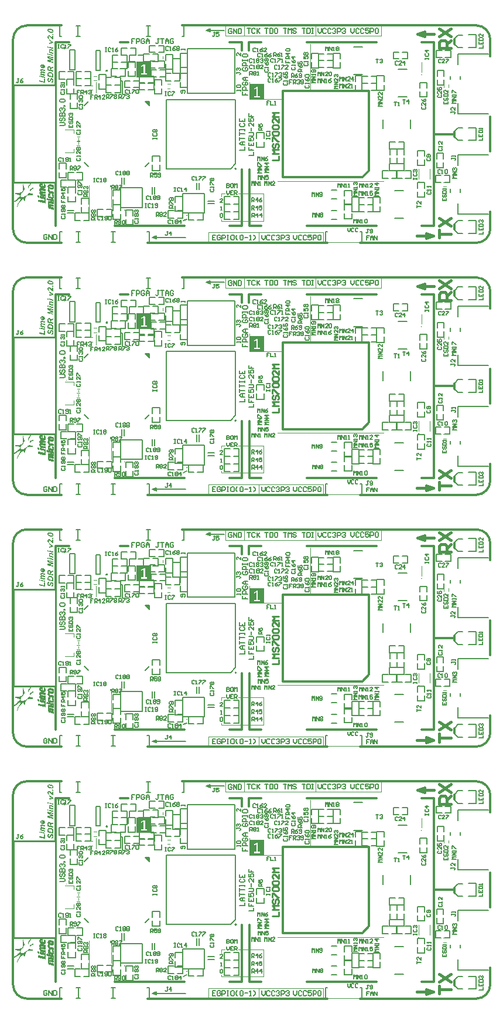
<source format=gto>
G04*
G04 #@! TF.GenerationSoftware,Altium Limited,Altium Designer,19.1.6 (110)*
G04*
G04 Layer_Color=65535*
%FSLAX44Y44*%
%MOMM*%
G71*
G01*
G75*
%ADD11C,0.3090*%
%ADD12C,0.2000*%
%ADD13C,0.3000*%
%ADD53C,0.1500*%
%ADD54C,0.4000*%
%ADD58C,0.1000*%
%ADD59C,0.2500*%
%ADD123C,0.2540*%
%ADD124C,0.1270*%
%ADD125C,0.0762*%
%ADD126C,0.0254*%
G36*
X52988Y1400264D02*
X53096D01*
X53240Y1400252D01*
X53396Y1400240D01*
X53576Y1400216D01*
X53781Y1400192D01*
X53985Y1400156D01*
X54213Y1400120D01*
X54441Y1400072D01*
X54946Y1399952D01*
X55475Y1399796D01*
X55487D01*
X55535Y1399772D01*
X55607Y1399747D01*
X55703Y1399711D01*
X55823Y1399663D01*
X55967Y1399603D01*
X56111Y1399531D01*
X56280Y1399459D01*
X56628Y1399267D01*
X56989Y1399051D01*
X57337Y1398798D01*
X57505Y1398654D01*
X57649Y1398510D01*
X57661Y1398498D01*
X57685Y1398474D01*
X57721Y1398426D01*
X57769Y1398366D01*
X57829Y1398294D01*
X57890Y1398198D01*
X57962Y1398102D01*
X58022Y1397981D01*
X58166Y1397705D01*
X58286Y1397405D01*
X58334Y1397237D01*
X58370Y1397056D01*
X58394Y1396876D01*
X58406Y1396684D01*
Y1396588D01*
X58394Y1396516D01*
X58382Y1396432D01*
X58370Y1396335D01*
X58310Y1396095D01*
X58226Y1395831D01*
X58166Y1395699D01*
X58094Y1395555D01*
X58010Y1395410D01*
X57914Y1395278D01*
X57806Y1395146D01*
X57673Y1395014D01*
X57661Y1395002D01*
X57637Y1394990D01*
X57601Y1394954D01*
X57541Y1394918D01*
X57457Y1394870D01*
X57373Y1394810D01*
X57265Y1394750D01*
X57133Y1394689D01*
X56989Y1394630D01*
X56832Y1394569D01*
X56664Y1394521D01*
X56472Y1394461D01*
X56268Y1394425D01*
X56051Y1394389D01*
X55811Y1394377D01*
X55559Y1394365D01*
X55547D01*
X55499D01*
X55439D01*
X55343Y1394377D01*
X55222D01*
X55090Y1394389D01*
X54934Y1394401D01*
X54766Y1394413D01*
X54586Y1394437D01*
X54381Y1394473D01*
X53949Y1394545D01*
X53492Y1394642D01*
X53012Y1394786D01*
X52988Y1394798D01*
X52940Y1394810D01*
X52856Y1394846D01*
X52748Y1394882D01*
X52615Y1394930D01*
X52471Y1395002D01*
X52303Y1395074D01*
X52123Y1395158D01*
X51738Y1395350D01*
X51354Y1395579D01*
X51162Y1395699D01*
X50981Y1395843D01*
X50813Y1395987D01*
X50657Y1396131D01*
X50645Y1396143D01*
X50621Y1396167D01*
X50585Y1396215D01*
X50537Y1396275D01*
X50477Y1396348D01*
X50417Y1396444D01*
X50345Y1396552D01*
X50273Y1396672D01*
X50128Y1396936D01*
X50008Y1397249D01*
X49960Y1397417D01*
X49924Y1397585D01*
X49900Y1397765D01*
X49888Y1397957D01*
Y1398053D01*
X49900Y1398126D01*
X49912Y1398210D01*
X49924Y1398306D01*
X49984Y1398546D01*
X50068Y1398810D01*
X50128Y1398943D01*
X50201Y1399087D01*
X50285Y1399219D01*
X50393Y1399363D01*
X50501Y1399495D01*
X50633Y1399615D01*
X50645Y1399627D01*
X50669Y1399639D01*
X50705Y1399675D01*
X50765Y1399724D01*
X50849Y1399772D01*
X50933Y1399820D01*
X51041Y1399880D01*
X51174Y1399952D01*
X51318Y1400012D01*
X51474Y1400072D01*
X51654Y1400120D01*
X51834Y1400168D01*
X52051Y1400216D01*
X52267Y1400252D01*
X52507Y1400264D01*
X52759Y1400276D01*
X52772D01*
X52820D01*
X52892D01*
X52988Y1400264D01*
D02*
G37*
G36*
X58250Y1392539D02*
Y1390929D01*
X56676Y1391241D01*
Y1392851D01*
X58250Y1392539D01*
D02*
G37*
G36*
X52303Y1390557D02*
X52435Y1390545D01*
X52579Y1390521D01*
X52748Y1390485D01*
X52928Y1390437D01*
X53120Y1390364D01*
X53144Y1390352D01*
X53204Y1390328D01*
X53300Y1390280D01*
X53432Y1390208D01*
X53589Y1390112D01*
X53769Y1389992D01*
X53961Y1389860D01*
X54165Y1389692D01*
X54177Y1389680D01*
X54237Y1389632D01*
X54321Y1389547D01*
X54441Y1389427D01*
X54598Y1389271D01*
X54790Y1389079D01*
X55006Y1388851D01*
X55258Y1388586D01*
X55271Y1388574D01*
X55294Y1388550D01*
X55319Y1388514D01*
X55367Y1388466D01*
X55487Y1388334D01*
X55643Y1388178D01*
X55799Y1388010D01*
X55955Y1387841D01*
X56100Y1387697D01*
X56220Y1387577D01*
X56232Y1387565D01*
X56268Y1387541D01*
X56316Y1387493D01*
X56376Y1387433D01*
X56460Y1387361D01*
X56556Y1387289D01*
X56760Y1387121D01*
Y1390004D01*
X58250Y1389692D01*
Y1384646D01*
X58238D01*
X58226D01*
X58190Y1384658D01*
X58142D01*
X58022Y1384682D01*
X57878Y1384718D01*
X57697Y1384766D01*
X57505Y1384826D01*
X57289Y1384898D01*
X57085Y1384994D01*
X57073D01*
X57061Y1385006D01*
X56989Y1385042D01*
X56880Y1385102D01*
X56748Y1385186D01*
X56592Y1385294D01*
X56424Y1385415D01*
X56244Y1385547D01*
X56063Y1385691D01*
X56039Y1385715D01*
X55967Y1385775D01*
X55919Y1385823D01*
X55859Y1385883D01*
X55775Y1385955D01*
X55691Y1386039D01*
X55583Y1386135D01*
X55475Y1386256D01*
X55343Y1386376D01*
X55210Y1386520D01*
X55054Y1386676D01*
X54886Y1386844D01*
X54706Y1387025D01*
X54514Y1387229D01*
X54502Y1387241D01*
X54478Y1387265D01*
X54441Y1387313D01*
X54381Y1387361D01*
X54249Y1387505D01*
X54081Y1387673D01*
X53901Y1387854D01*
X53733Y1388034D01*
X53576Y1388178D01*
X53516Y1388238D01*
X53468Y1388286D01*
X53444Y1388298D01*
X53396Y1388346D01*
X53312Y1388418D01*
X53204Y1388502D01*
X53084Y1388598D01*
X52952Y1388682D01*
X52820Y1388766D01*
X52699Y1388827D01*
X52687Y1388839D01*
X52639Y1388851D01*
X52579Y1388875D01*
X52507Y1388911D01*
X52411Y1388935D01*
X52315Y1388959D01*
X52207Y1388971D01*
X52111Y1388983D01*
X52087D01*
X52039D01*
X51967Y1388971D01*
X51870Y1388947D01*
X51762Y1388923D01*
X51642Y1388875D01*
X51534Y1388815D01*
X51426Y1388730D01*
X51414Y1388719D01*
X51390Y1388682D01*
X51342Y1388634D01*
X51294Y1388562D01*
X51246Y1388466D01*
X51198Y1388358D01*
X51174Y1388238D01*
X51162Y1388106D01*
Y1388046D01*
X51174Y1387974D01*
X51198Y1387878D01*
X51234Y1387769D01*
X51294Y1387661D01*
X51366Y1387541D01*
X51462Y1387433D01*
X51474Y1387421D01*
X51522Y1387385D01*
X51594Y1387337D01*
X51702Y1387277D01*
X51846Y1387205D01*
X52027Y1387133D01*
X52243Y1387061D01*
X52507Y1387000D01*
X52279Y1385415D01*
X52267D01*
X52231Y1385427D01*
X52171Y1385439D01*
X52087Y1385451D01*
X51991Y1385487D01*
X51883Y1385511D01*
X51762Y1385547D01*
X51630Y1385595D01*
X51342Y1385715D01*
X51041Y1385871D01*
X50765Y1386063D01*
X50633Y1386183D01*
X50513Y1386304D01*
X50501Y1386316D01*
X50489Y1386340D01*
X50453Y1386376D01*
X50417Y1386436D01*
X50369Y1386496D01*
X50321Y1386580D01*
X50261Y1386676D01*
X50201Y1386796D01*
X50140Y1386916D01*
X50080Y1387048D01*
X49984Y1387349D01*
X49912Y1387685D01*
X49900Y1387878D01*
X49888Y1388070D01*
Y1388178D01*
X49900Y1388262D01*
X49912Y1388358D01*
X49924Y1388478D01*
X49936Y1388598D01*
X49972Y1388730D01*
X50044Y1389031D01*
X50153Y1389331D01*
X50224Y1389487D01*
X50309Y1389632D01*
X50417Y1389764D01*
X50525Y1389896D01*
X50537Y1389908D01*
X50549Y1389920D01*
X50585Y1389956D01*
X50633Y1390004D01*
X50705Y1390052D01*
X50777Y1390112D01*
X50861Y1390172D01*
X50957Y1390232D01*
X51186Y1390352D01*
X51462Y1390461D01*
X51774Y1390545D01*
X51943Y1390557D01*
X52123Y1390569D01*
X52147D01*
X52207D01*
X52303Y1390557D01*
D02*
G37*
G36*
X58250Y1380945D02*
Y1379552D01*
X52219Y1378350D01*
Y1379948D01*
X54862Y1380357D01*
X54874D01*
X54910Y1380369D01*
X54958D01*
X55030Y1380381D01*
X55114Y1380393D01*
X55222Y1380417D01*
X55439Y1380453D01*
X55679Y1380489D01*
X55907Y1380525D01*
X56111Y1380549D01*
X56196Y1380561D01*
X56268Y1380573D01*
X56244Y1380585D01*
X56208Y1380609D01*
X56147Y1380645D01*
X56051Y1380693D01*
X55931Y1380765D01*
X55763Y1380849D01*
X55655Y1380909D01*
X55547Y1380969D01*
X55535D01*
X55523Y1380981D01*
X55451Y1381029D01*
X55343Y1381089D01*
X55210Y1381162D01*
X55078Y1381234D01*
X54958Y1381306D01*
X54850Y1381366D01*
X54778Y1381402D01*
X52219Y1382904D01*
Y1384658D01*
X58250Y1380945D01*
D02*
G37*
G36*
X51402Y1374167D02*
Y1372546D01*
X49936Y1372858D01*
Y1374468D01*
X51402Y1374167D01*
D02*
G37*
G36*
X58250Y1372726D02*
Y1371116D01*
X52219Y1372377D01*
Y1373999D01*
X58250Y1372726D01*
D02*
G37*
G36*
X53793Y1370443D02*
X53925Y1370419D01*
X54081Y1370395D01*
X54297Y1370359D01*
X54418Y1370335D01*
X54550Y1370311D01*
X54694Y1370275D01*
X54850Y1370239D01*
X58250Y1369506D01*
Y1367896D01*
X54838Y1368629D01*
X54826D01*
X54802Y1368641D01*
X54766D01*
X54718Y1368653D01*
X54586Y1368677D01*
X54441Y1368713D01*
X54285Y1368737D01*
X54129Y1368761D01*
X54009Y1368785D01*
X53961Y1368797D01*
X53925D01*
X53913D01*
X53877D01*
X53817Y1368785D01*
X53745Y1368773D01*
X53673Y1368749D01*
X53589Y1368713D01*
X53504Y1368665D01*
X53432Y1368605D01*
X53420Y1368593D01*
X53408Y1368569D01*
X53372Y1368533D01*
X53336Y1368473D01*
X53312Y1368401D01*
X53276Y1368317D01*
X53264Y1368208D01*
X53252Y1368088D01*
Y1368028D01*
X53264Y1367956D01*
X53288Y1367848D01*
X53324Y1367728D01*
X53384Y1367596D01*
X53456Y1367452D01*
X53552Y1367283D01*
X53565Y1367259D01*
X53612Y1367211D01*
X53673Y1367127D01*
X53769Y1367031D01*
X53877Y1366923D01*
X54009Y1366803D01*
X54165Y1366695D01*
X54345Y1366586D01*
X54357Y1366575D01*
X54418Y1366550D01*
X54514Y1366514D01*
X54586Y1366490D01*
X54658Y1366466D01*
X54754Y1366442D01*
X54850Y1366406D01*
X54970Y1366370D01*
X55102Y1366334D01*
X55247Y1366298D01*
X55415Y1366250D01*
X55595Y1366214D01*
X55787Y1366166D01*
X58250Y1365649D01*
Y1364039D01*
X52219Y1365301D01*
Y1366839D01*
X53012Y1366683D01*
Y1366695D01*
X52988Y1366707D01*
X52928Y1366779D01*
X52844Y1366899D01*
X52736Y1367043D01*
X52627Y1367211D01*
X52507Y1367392D01*
X52399Y1367584D01*
X52303Y1367776D01*
X52291Y1367800D01*
X52267Y1367860D01*
X52231Y1367968D01*
X52195Y1368100D01*
X52159Y1368257D01*
X52123Y1368437D01*
X52099Y1368629D01*
X52087Y1368833D01*
Y1368905D01*
X52099Y1368953D01*
X52111Y1369097D01*
X52135Y1369266D01*
X52195Y1369458D01*
X52267Y1369650D01*
X52375Y1369842D01*
X52519Y1370023D01*
X52543Y1370047D01*
X52591Y1370095D01*
X52687Y1370155D01*
X52820Y1370239D01*
X52988Y1370323D01*
X53180Y1370383D01*
X53396Y1370431D01*
X53649Y1370455D01*
X53661D01*
X53709D01*
X53793Y1370443D01*
D02*
G37*
G36*
X51402Y1363835D02*
Y1362213D01*
X49936Y1362526D01*
Y1364136D01*
X51402Y1363835D01*
D02*
G37*
G36*
X58250Y1362394D02*
Y1360784D01*
X52219Y1362045D01*
Y1363667D01*
X58250Y1362394D01*
D02*
G37*
G36*
Y1359078D02*
Y1357528D01*
X51354Y1358970D01*
X58250Y1355882D01*
Y1354260D01*
X51306Y1353948D01*
X58250Y1352638D01*
Y1351088D01*
X49936Y1352818D01*
Y1355257D01*
X55655Y1355522D01*
X49936Y1358129D01*
Y1360591D01*
X58250Y1359078D01*
D02*
G37*
G36*
X42792Y1348688D02*
X42960Y1348676D01*
X43141Y1348652D01*
X43501Y1348580D01*
Y1344495D01*
X43513D01*
X43561D01*
X43609Y1344483D01*
X43657D01*
X43669D01*
X43681D01*
X43753D01*
X43861Y1344507D01*
X44006Y1344531D01*
X44162Y1344567D01*
X44318Y1344627D01*
X44486Y1344711D01*
X44630Y1344819D01*
X44642Y1344831D01*
X44690Y1344879D01*
X44738Y1344951D01*
X44811Y1345059D01*
X44871Y1345179D01*
X44931Y1345324D01*
X44979Y1345492D01*
X44991Y1345672D01*
Y1345756D01*
X44979Y1345804D01*
X44967Y1345876D01*
X44943Y1345960D01*
X44883Y1346141D01*
X44847Y1346237D01*
X44787Y1346345D01*
X44714Y1346453D01*
X44630Y1346549D01*
X44534Y1346657D01*
X44426Y1346765D01*
X44294Y1346862D01*
X44150Y1346946D01*
X44390Y1348399D01*
X44402D01*
X44426Y1348375D01*
X44474Y1348351D01*
X44534Y1348315D01*
X44606Y1348279D01*
X44690Y1348219D01*
X44895Y1348099D01*
X45111Y1347931D01*
X45327Y1347726D01*
X45543Y1347498D01*
X45724Y1347246D01*
Y1347234D01*
X45748Y1347210D01*
X45760Y1347174D01*
X45796Y1347126D01*
X45820Y1347054D01*
X45856Y1346982D01*
X45940Y1346777D01*
X46024Y1346549D01*
X46084Y1346273D01*
X46132Y1345984D01*
X46156Y1345660D01*
Y1345540D01*
X46144Y1345456D01*
X46132Y1345348D01*
X46120Y1345228D01*
X46096Y1345095D01*
X46060Y1344951D01*
X45964Y1344639D01*
X45904Y1344471D01*
X45832Y1344303D01*
X45748Y1344146D01*
X45640Y1343978D01*
X45519Y1343822D01*
X45387Y1343678D01*
X45375Y1343666D01*
X45351Y1343642D01*
X45303Y1343606D01*
X45243Y1343558D01*
X45171Y1343497D01*
X45075Y1343437D01*
X44967Y1343365D01*
X44847Y1343305D01*
X44703Y1343233D01*
X44558Y1343161D01*
X44390Y1343101D01*
X44210Y1343041D01*
X44018Y1342993D01*
X43801Y1342957D01*
X43585Y1342933D01*
X43357Y1342921D01*
X43345D01*
X43297D01*
X43237D01*
X43153Y1342933D01*
X43045Y1342945D01*
X42912Y1342957D01*
X42768Y1342981D01*
X42612Y1343005D01*
X42276Y1343089D01*
X42095Y1343149D01*
X41903Y1343209D01*
X41711Y1343293D01*
X41519Y1343377D01*
X41326Y1343486D01*
X41146Y1343606D01*
X41134Y1343618D01*
X41086Y1343654D01*
X41026Y1343702D01*
X40942Y1343774D01*
X40846Y1343882D01*
X40726Y1343990D01*
X40618Y1344134D01*
X40486Y1344290D01*
X40365Y1344471D01*
X40245Y1344675D01*
X40137Y1344891D01*
X40041Y1345131D01*
X39957Y1345384D01*
X39897Y1345660D01*
X39849Y1345960D01*
X39837Y1346273D01*
Y1346381D01*
X39849Y1346453D01*
X39861Y1346549D01*
X39873Y1346657D01*
X39897Y1346777D01*
X39921Y1346909D01*
X40005Y1347198D01*
X40053Y1347342D01*
X40125Y1347486D01*
X40209Y1347630D01*
X40293Y1347775D01*
X40401Y1347907D01*
X40522Y1348039D01*
X40534Y1348051D01*
X40558Y1348063D01*
X40594Y1348099D01*
X40642Y1348147D01*
X40714Y1348195D01*
X40798Y1348243D01*
X40906Y1348303D01*
X41014Y1348375D01*
X41146Y1348435D01*
X41290Y1348495D01*
X41447Y1348544D01*
X41627Y1348591D01*
X41807Y1348640D01*
X42011Y1348676D01*
X42216Y1348688D01*
X42444Y1348700D01*
X42456D01*
X42468D01*
X42540D01*
X42660D01*
X42792Y1348688D01*
D02*
G37*
G36*
X41399Y1342032D02*
X41507Y1342020D01*
X41651Y1342008D01*
X41843Y1341972D01*
X42071Y1341936D01*
X42336Y1341876D01*
X46000Y1341083D01*
Y1339473D01*
X42336Y1340254D01*
X42324D01*
X42300Y1340266D01*
X42276D01*
X42228Y1340278D01*
X42107Y1340302D01*
X41975Y1340326D01*
X41843Y1340350D01*
X41711Y1340374D01*
X41615Y1340398D01*
X41579D01*
X41555D01*
X41543D01*
X41507D01*
X41471Y1340386D01*
X41411Y1340374D01*
X41279Y1340338D01*
X41218Y1340290D01*
X41158Y1340242D01*
X41146Y1340230D01*
X41134Y1340218D01*
X41110Y1340182D01*
X41074Y1340134D01*
X41050Y1340074D01*
X41026Y1339989D01*
X41014Y1339905D01*
X41002Y1339797D01*
Y1339737D01*
X41014Y1339689D01*
X41038Y1339569D01*
X41086Y1339425D01*
X41158Y1339256D01*
X41279Y1339064D01*
X41350Y1338968D01*
X41435Y1338872D01*
X41531Y1338788D01*
X41651Y1338692D01*
X41675Y1338680D01*
X41699Y1338656D01*
X41735Y1338632D01*
X41795Y1338608D01*
X41855Y1338572D01*
X41939Y1338524D01*
X42023Y1338488D01*
X42132Y1338439D01*
X42252Y1338392D01*
X42384Y1338343D01*
X42528Y1338295D01*
X42684Y1338235D01*
X42864Y1338187D01*
X43057Y1338139D01*
X43273Y1338091D01*
X46000Y1337514D01*
Y1335905D01*
X42372Y1336661D01*
X42360D01*
X42348Y1336673D01*
X42264Y1336685D01*
X42155Y1336709D01*
X42035Y1336734D01*
X41891Y1336758D01*
X41759Y1336770D01*
X41639Y1336794D01*
X41555D01*
X41543D01*
X41519D01*
X41471Y1336782D01*
X41411Y1336770D01*
X41290Y1336721D01*
X41218Y1336685D01*
X41158Y1336625D01*
X41146Y1336613D01*
X41134Y1336601D01*
X41110Y1336565D01*
X41074Y1336517D01*
X41050Y1336445D01*
X41026Y1336373D01*
X41014Y1336289D01*
X41002Y1336181D01*
Y1336133D01*
X41014Y1336085D01*
X41026Y1336013D01*
X41038Y1335929D01*
X41074Y1335833D01*
X41110Y1335736D01*
X41170Y1335628D01*
X41182Y1335616D01*
X41194Y1335580D01*
X41230Y1335520D01*
X41279Y1335460D01*
X41339Y1335376D01*
X41423Y1335292D01*
X41507Y1335208D01*
X41603Y1335124D01*
X41615Y1335112D01*
X41651Y1335088D01*
X41711Y1335052D01*
X41795Y1335004D01*
X41891Y1334943D01*
X42023Y1334883D01*
X42155Y1334823D01*
X42312Y1334763D01*
X42324D01*
X42360Y1334751D01*
X42420Y1334727D01*
X42504Y1334703D01*
X42624Y1334679D01*
X42792Y1334631D01*
X42984Y1334583D01*
X43105Y1334559D01*
X43237Y1334523D01*
X46000Y1333946D01*
Y1332336D01*
X39969Y1333598D01*
Y1335124D01*
X40702Y1334979D01*
X40690Y1334991D01*
X40666Y1335016D01*
X40618Y1335063D01*
X40570Y1335136D01*
X40497Y1335220D01*
X40425Y1335316D01*
X40353Y1335424D01*
X40269Y1335556D01*
X40113Y1335845D01*
X39969Y1336157D01*
X39921Y1336337D01*
X39873Y1336505D01*
X39849Y1336698D01*
X39837Y1336878D01*
Y1336986D01*
X39849Y1337118D01*
X39873Y1337262D01*
X39909Y1337430D01*
X39957Y1337611D01*
X40029Y1337779D01*
X40125Y1337923D01*
X40137Y1337935D01*
X40173Y1337983D01*
X40245Y1338043D01*
X40329Y1338127D01*
X40437Y1338199D01*
X40582Y1338283D01*
X40726Y1338355D01*
X40906Y1338403D01*
X40882Y1338416D01*
X40834Y1338464D01*
X40750Y1338536D01*
X40642Y1338632D01*
X40522Y1338764D01*
X40401Y1338908D01*
X40269Y1339088D01*
X40149Y1339292D01*
Y1339305D01*
X40137Y1339317D01*
X40125Y1339353D01*
X40101Y1339401D01*
X40053Y1339509D01*
X39993Y1339665D01*
X39933Y1339845D01*
X39885Y1340061D01*
X39849Y1340278D01*
X39837Y1340518D01*
Y1340638D01*
X39861Y1340770D01*
X39885Y1340927D01*
X39933Y1341107D01*
X40005Y1341299D01*
X40101Y1341479D01*
X40233Y1341635D01*
X40245Y1341647D01*
X40305Y1341695D01*
X40389Y1341767D01*
X40510Y1341840D01*
X40654Y1341912D01*
X40822Y1341984D01*
X41026Y1342032D01*
X41254Y1342044D01*
X41266D01*
X41315D01*
X41399Y1342032D01*
D02*
G37*
G36*
X52303Y1346117D02*
X52387Y1346105D01*
X52495Y1346093D01*
X52615Y1346081D01*
X52736Y1346044D01*
X53012Y1345972D01*
X53312Y1345864D01*
X53456Y1345792D01*
X53601Y1345708D01*
X53745Y1345600D01*
X53877Y1345492D01*
X53889Y1345480D01*
X53901Y1345468D01*
X53937Y1345420D01*
X53985Y1345372D01*
X54045Y1345300D01*
X54105Y1345228D01*
X54165Y1345131D01*
X54237Y1345011D01*
X54309Y1344891D01*
X54381Y1344747D01*
X54454Y1344591D01*
X54526Y1344411D01*
X54586Y1344230D01*
X54634Y1344026D01*
X54682Y1343798D01*
X54718Y1343570D01*
X54730Y1343582D01*
X54766Y1343630D01*
X54838Y1343690D01*
X54922Y1343774D01*
X55042Y1343858D01*
X55174Y1343966D01*
X55331Y1344074D01*
X55499Y1344182D01*
X55511Y1344194D01*
X55547Y1344206D01*
X55595Y1344242D01*
X55679Y1344278D01*
X55775Y1344339D01*
X55895Y1344399D01*
X56039Y1344471D01*
X56208Y1344555D01*
X56388Y1344651D01*
X56592Y1344747D01*
X56820Y1344855D01*
X57073Y1344963D01*
X57337Y1345083D01*
X57625Y1345204D01*
X57926Y1345336D01*
X58250Y1345468D01*
Y1343630D01*
X58238D01*
X58214Y1343618D01*
X58178Y1343606D01*
X58118Y1343582D01*
X58046Y1343558D01*
X57950Y1343522D01*
X57842Y1343486D01*
X57709Y1343437D01*
X57565Y1343377D01*
X57409Y1343317D01*
X57229Y1343245D01*
X57037Y1343161D01*
X56820Y1343077D01*
X56580Y1342981D01*
X56328Y1342873D01*
X56063Y1342753D01*
X56051D01*
X56027Y1342741D01*
X55991Y1342717D01*
X55931Y1342693D01*
X55799Y1342621D01*
X55631Y1342524D01*
X55451Y1342416D01*
X55271Y1342296D01*
X55102Y1342152D01*
X55042Y1342080D01*
X54982Y1342008D01*
X54970Y1341996D01*
X54958Y1341960D01*
X54934Y1341900D01*
X54898Y1341815D01*
X54862Y1341695D01*
X54838Y1341551D01*
X54826Y1341371D01*
X54814Y1341155D01*
Y1340458D01*
X58250Y1339737D01*
Y1338043D01*
X49936Y1339785D01*
Y1343702D01*
X49948Y1343786D01*
X49960Y1344002D01*
X49984Y1344242D01*
X50020Y1344483D01*
X50068Y1344723D01*
X50140Y1344939D01*
Y1344951D01*
X50153Y1344963D01*
X50177Y1345023D01*
X50224Y1345119D01*
X50297Y1345240D01*
X50405Y1345384D01*
X50525Y1345528D01*
X50681Y1345660D01*
X50861Y1345792D01*
X50885Y1345804D01*
X50957Y1345840D01*
X51066Y1345900D01*
X51210Y1345960D01*
X51390Y1346021D01*
X51606Y1346081D01*
X51859Y1346117D01*
X52123Y1346129D01*
X52135D01*
X52171D01*
X52219D01*
X52303Y1346117D01*
D02*
G37*
G36*
X39152Y1332204D02*
Y1330582D01*
X37686Y1330895D01*
Y1332504D01*
X39152Y1332204D01*
D02*
G37*
G36*
X53612Y1337551D02*
X53733D01*
X53865Y1337538D01*
X54021Y1337514D01*
X54189Y1337502D01*
X54369Y1337466D01*
X54562Y1337442D01*
X54958Y1337346D01*
X55367Y1337214D01*
X55571Y1337142D01*
X55775Y1337046D01*
X55787D01*
X55823Y1337022D01*
X55871Y1336998D01*
X55943Y1336950D01*
X56039Y1336902D01*
X56136Y1336842D01*
X56376Y1336685D01*
X56640Y1336505D01*
X56916Y1336277D01*
X57181Y1336025D01*
X57433Y1335748D01*
Y1335736D01*
X57457Y1335724D01*
X57481Y1335688D01*
X57505Y1335640D01*
X57553Y1335580D01*
X57589Y1335508D01*
X57697Y1335328D01*
X57806Y1335112D01*
X57926Y1334847D01*
X58034Y1334547D01*
X58130Y1334211D01*
Y1334187D01*
X58142Y1334151D01*
X58154Y1334114D01*
Y1334054D01*
X58166Y1333982D01*
X58178Y1333898D01*
X58190Y1333802D01*
X58202Y1333694D01*
X58214Y1333574D01*
X58226Y1333442D01*
Y1333285D01*
X58238Y1333129D01*
X58250Y1332949D01*
Y1329633D01*
X49936Y1331375D01*
Y1334114D01*
X49948Y1334319D01*
Y1334523D01*
X49960Y1334691D01*
Y1334751D01*
X49972Y1334811D01*
Y1334835D01*
X49984Y1334895D01*
X49996Y1334991D01*
X50020Y1335124D01*
X50044Y1335268D01*
X50080Y1335424D01*
X50188Y1335736D01*
X50201Y1335760D01*
X50212Y1335808D01*
X50249Y1335880D01*
X50297Y1335989D01*
X50369Y1336097D01*
X50441Y1336229D01*
X50525Y1336349D01*
X50633Y1336481D01*
X50645Y1336493D01*
X50681Y1336541D01*
X50741Y1336601D01*
X50825Y1336685D01*
X50921Y1336770D01*
X51041Y1336866D01*
X51174Y1336962D01*
X51318Y1337058D01*
X51330Y1337070D01*
X51390Y1337094D01*
X51474Y1337142D01*
X51582Y1337190D01*
X51714Y1337250D01*
X51870Y1337322D01*
X52051Y1337382D01*
X52243Y1337430D01*
X52267Y1337442D01*
X52339Y1337454D01*
X52447Y1337478D01*
X52579Y1337502D01*
X52748Y1337527D01*
X52952Y1337538D01*
X53156Y1337563D01*
X53384D01*
X53396D01*
X53444D01*
X53516D01*
X53612Y1337551D01*
D02*
G37*
G36*
X46000Y1330762D02*
Y1329153D01*
X39969Y1330414D01*
Y1332036D01*
X46000Y1330762D01*
D02*
G37*
G36*
Y1328059D02*
Y1322100D01*
X37686Y1323842D01*
Y1325548D01*
X44606Y1324095D01*
Y1328348D01*
X46000Y1328059D01*
D02*
G37*
G36*
X52375Y1327615D02*
X52363D01*
X52351D01*
X52279Y1327603D01*
X52171Y1327567D01*
X52039Y1327531D01*
X51894Y1327471D01*
X51738Y1327399D01*
X51594Y1327302D01*
X51462Y1327170D01*
X51450Y1327158D01*
X51414Y1327098D01*
X51354Y1327014D01*
X51294Y1326894D01*
X51246Y1326750D01*
X51186Y1326557D01*
X51150Y1326329D01*
X51138Y1326077D01*
Y1325957D01*
X51150Y1325837D01*
X51174Y1325681D01*
X51198Y1325524D01*
X51246Y1325356D01*
X51306Y1325200D01*
X51390Y1325068D01*
X51402Y1325056D01*
X51438Y1325020D01*
X51486Y1324972D01*
X51558Y1324924D01*
X51654Y1324863D01*
X51762Y1324815D01*
X51894Y1324779D01*
X52027Y1324767D01*
X52039D01*
X52087D01*
X52147Y1324779D01*
X52231Y1324803D01*
X52327Y1324839D01*
X52423Y1324888D01*
X52519Y1324948D01*
X52615Y1325044D01*
X52627Y1325056D01*
X52663Y1325104D01*
X52712Y1325176D01*
X52784Y1325296D01*
X52832Y1325380D01*
X52880Y1325464D01*
X52940Y1325560D01*
X53000Y1325681D01*
X53060Y1325801D01*
X53132Y1325945D01*
X53204Y1326101D01*
X53276Y1326269D01*
X53288Y1326281D01*
X53300Y1326329D01*
X53336Y1326401D01*
X53372Y1326497D01*
X53432Y1326618D01*
X53492Y1326750D01*
X53637Y1327038D01*
X53793Y1327350D01*
X53961Y1327651D01*
X54045Y1327795D01*
X54129Y1327915D01*
X54213Y1328023D01*
X54285Y1328107D01*
X54297Y1328119D01*
X54309Y1328131D01*
X54345Y1328167D01*
X54381Y1328203D01*
X54514Y1328300D01*
X54682Y1328408D01*
X54886Y1328516D01*
X55138Y1328600D01*
X55427Y1328672D01*
X55571Y1328684D01*
X55739Y1328696D01*
X55751D01*
X55787D01*
X55847D01*
X55919Y1328684D01*
X56015Y1328672D01*
X56136Y1328648D01*
X56256Y1328624D01*
X56388Y1328588D01*
X56532Y1328540D01*
X56688Y1328480D01*
X56844Y1328408D01*
X57000Y1328324D01*
X57157Y1328228D01*
X57325Y1328107D01*
X57469Y1327975D01*
X57625Y1327819D01*
X57637Y1327807D01*
X57661Y1327783D01*
X57697Y1327723D01*
X57745Y1327663D01*
X57806Y1327567D01*
X57878Y1327459D01*
X57938Y1327338D01*
X58010Y1327182D01*
X58094Y1327026D01*
X58154Y1326846D01*
X58226Y1326642D01*
X58286Y1326425D01*
X58334Y1326197D01*
X58370Y1325945D01*
X58394Y1325681D01*
X58406Y1325392D01*
Y1325212D01*
X58394Y1325116D01*
X58382Y1325008D01*
Y1324888D01*
X58358Y1324755D01*
X58322Y1324467D01*
X58262Y1324155D01*
X58178Y1323830D01*
X58058Y1323530D01*
Y1323518D01*
X58046Y1323494D01*
X58022Y1323458D01*
X57986Y1323398D01*
X57914Y1323266D01*
X57793Y1323097D01*
X57661Y1322917D01*
X57481Y1322737D01*
X57289Y1322569D01*
X57061Y1322425D01*
X57049D01*
X57037Y1322413D01*
X57000Y1322401D01*
X56940Y1322377D01*
X56880Y1322352D01*
X56808Y1322328D01*
X56628Y1322268D01*
X56412Y1322208D01*
X56160Y1322160D01*
X55883Y1322136D01*
X55583Y1322124D01*
X55487Y1323758D01*
X55499D01*
X55523D01*
X55559D01*
X55607Y1323770D01*
X55751Y1323782D01*
X55907Y1323806D01*
X56087Y1323830D01*
X56268Y1323878D01*
X56424Y1323938D01*
X56544Y1324023D01*
X56568Y1324046D01*
X56616Y1324095D01*
X56676Y1324191D01*
X56760Y1324335D01*
X56796Y1324419D01*
X56844Y1324527D01*
X56880Y1324635D01*
X56904Y1324767D01*
X56940Y1324899D01*
X56953Y1325056D01*
X56976Y1325224D01*
Y1325536D01*
X56965Y1325608D01*
Y1325692D01*
X56940Y1325873D01*
X56904Y1326065D01*
X56844Y1326269D01*
X56772Y1326461D01*
X56676Y1326618D01*
X56664Y1326630D01*
X56628Y1326678D01*
X56556Y1326738D01*
X56472Y1326810D01*
X56364Y1326882D01*
X56244Y1326942D01*
X56111Y1326990D01*
X55955Y1327002D01*
X55943D01*
X55895D01*
X55823Y1326990D01*
X55739Y1326966D01*
X55643Y1326930D01*
X55535Y1326870D01*
X55427Y1326798D01*
X55331Y1326690D01*
X55319Y1326678D01*
X55294Y1326642D01*
X55247Y1326570D01*
X55186Y1326461D01*
X55138Y1326389D01*
X55090Y1326305D01*
X55042Y1326209D01*
X54994Y1326101D01*
X54934Y1325969D01*
X54862Y1325837D01*
X54790Y1325668D01*
X54718Y1325500D01*
Y1325488D01*
X54694Y1325452D01*
X54682Y1325404D01*
X54646Y1325344D01*
X54610Y1325260D01*
X54574Y1325164D01*
X54478Y1324960D01*
X54357Y1324731D01*
X54249Y1324491D01*
X54129Y1324275D01*
X54069Y1324167D01*
X54021Y1324083D01*
X54009Y1324059D01*
X53973Y1324010D01*
X53901Y1323926D01*
X53817Y1323830D01*
X53721Y1323722D01*
X53589Y1323602D01*
X53444Y1323494D01*
X53288Y1323386D01*
X53264Y1323374D01*
X53204Y1323350D01*
X53108Y1323302D01*
X52988Y1323266D01*
X52832Y1323217D01*
X52651Y1323170D01*
X52447Y1323145D01*
X52231Y1323133D01*
X52219D01*
X52183D01*
X52123D01*
X52051Y1323145D01*
X51967Y1323158D01*
X51859Y1323170D01*
X51738Y1323194D01*
X51618Y1323230D01*
X51342Y1323314D01*
X51198Y1323386D01*
X51041Y1323458D01*
X50897Y1323542D01*
X50753Y1323638D01*
X50609Y1323758D01*
X50477Y1323890D01*
X50465Y1323902D01*
X50441Y1323926D01*
X50417Y1323974D01*
X50369Y1324034D01*
X50321Y1324107D01*
X50261Y1324203D01*
X50188Y1324323D01*
X50128Y1324455D01*
X50068Y1324599D01*
X49996Y1324755D01*
X49936Y1324936D01*
X49888Y1325140D01*
X49840Y1325356D01*
X49804Y1325584D01*
X49792Y1325825D01*
X49780Y1326089D01*
Y1326233D01*
X49792Y1326329D01*
X49804Y1326449D01*
X49816Y1326593D01*
X49840Y1326750D01*
X49864Y1326918D01*
X49948Y1327290D01*
X50008Y1327483D01*
X50068Y1327663D01*
X50153Y1327855D01*
X50249Y1328035D01*
X50357Y1328203D01*
X50477Y1328360D01*
X50489Y1328372D01*
X50513Y1328396D01*
X50549Y1328432D01*
X50597Y1328492D01*
X50669Y1328552D01*
X50753Y1328624D01*
X50849Y1328696D01*
X50957Y1328768D01*
X51090Y1328852D01*
X51222Y1328936D01*
X51378Y1329008D01*
X51534Y1329081D01*
X51714Y1329140D01*
X51894Y1329189D01*
X52099Y1329225D01*
X52303Y1329249D01*
X52375Y1327615D01*
D02*
G37*
G36*
X197250Y1288950D02*
X191500Y1294700D01*
X191750Y1294950D01*
X197250Y1294950D01*
Y1288950D01*
D02*
G37*
G36*
X142250Y1172350D02*
X140250D01*
Y1174350D01*
X142250D01*
Y1172350D01*
D02*
G37*
G36*
X52988Y1036564D02*
X53096D01*
X53240Y1036552D01*
X53396Y1036540D01*
X53576Y1036516D01*
X53781Y1036492D01*
X53985Y1036456D01*
X54213Y1036420D01*
X54441Y1036372D01*
X54946Y1036252D01*
X55475Y1036096D01*
X55487D01*
X55535Y1036071D01*
X55607Y1036048D01*
X55703Y1036011D01*
X55823Y1035963D01*
X55967Y1035903D01*
X56111Y1035831D01*
X56280Y1035759D01*
X56628Y1035567D01*
X56989Y1035351D01*
X57337Y1035098D01*
X57505Y1034954D01*
X57649Y1034810D01*
X57661Y1034798D01*
X57685Y1034774D01*
X57721Y1034726D01*
X57769Y1034666D01*
X57829Y1034594D01*
X57890Y1034498D01*
X57962Y1034401D01*
X58022Y1034281D01*
X58166Y1034005D01*
X58286Y1033705D01*
X58334Y1033537D01*
X58370Y1033356D01*
X58394Y1033176D01*
X58406Y1032984D01*
Y1032888D01*
X58394Y1032816D01*
X58382Y1032731D01*
X58370Y1032635D01*
X58310Y1032395D01*
X58226Y1032131D01*
X58166Y1031999D01*
X58094Y1031854D01*
X58010Y1031710D01*
X57914Y1031578D01*
X57806Y1031446D01*
X57673Y1031314D01*
X57661Y1031302D01*
X57637Y1031290D01*
X57601Y1031254D01*
X57541Y1031218D01*
X57457Y1031170D01*
X57373Y1031110D01*
X57265Y1031050D01*
X57133Y1030990D01*
X56989Y1030929D01*
X56832Y1030869D01*
X56664Y1030821D01*
X56472Y1030761D01*
X56268Y1030725D01*
X56051Y1030689D01*
X55811Y1030677D01*
X55559Y1030665D01*
X55547D01*
X55499D01*
X55439D01*
X55343Y1030677D01*
X55222D01*
X55090Y1030689D01*
X54934Y1030701D01*
X54766Y1030713D01*
X54586Y1030737D01*
X54381Y1030773D01*
X53949Y1030845D01*
X53492Y1030941D01*
X53012Y1031086D01*
X52988Y1031098D01*
X52940Y1031110D01*
X52856Y1031146D01*
X52748Y1031182D01*
X52615Y1031230D01*
X52471Y1031302D01*
X52303Y1031374D01*
X52123Y1031458D01*
X51738Y1031650D01*
X51354Y1031879D01*
X51162Y1031999D01*
X50981Y1032143D01*
X50813Y1032287D01*
X50657Y1032431D01*
X50645Y1032443D01*
X50621Y1032467D01*
X50585Y1032515D01*
X50537Y1032575D01*
X50477Y1032647D01*
X50417Y1032744D01*
X50345Y1032852D01*
X50273Y1032972D01*
X50128Y1033236D01*
X50008Y1033549D01*
X49960Y1033717D01*
X49924Y1033885D01*
X49900Y1034065D01*
X49888Y1034257D01*
Y1034353D01*
X49900Y1034426D01*
X49912Y1034510D01*
X49924Y1034606D01*
X49984Y1034846D01*
X50068Y1035110D01*
X50128Y1035242D01*
X50201Y1035387D01*
X50285Y1035519D01*
X50393Y1035663D01*
X50501Y1035795D01*
X50633Y1035915D01*
X50645Y1035927D01*
X50669Y1035939D01*
X50705Y1035975D01*
X50765Y1036023D01*
X50849Y1036071D01*
X50933Y1036120D01*
X51041Y1036180D01*
X51174Y1036252D01*
X51318Y1036312D01*
X51474Y1036372D01*
X51654Y1036420D01*
X51834Y1036468D01*
X52051Y1036516D01*
X52267Y1036552D01*
X52507Y1036564D01*
X52759Y1036576D01*
X52772D01*
X52820D01*
X52892D01*
X52988Y1036564D01*
D02*
G37*
G36*
X58250Y1028839D02*
Y1027229D01*
X56676Y1027541D01*
Y1029151D01*
X58250Y1028839D01*
D02*
G37*
G36*
X52303Y1026857D02*
X52435Y1026845D01*
X52579Y1026821D01*
X52748Y1026785D01*
X52928Y1026737D01*
X53120Y1026664D01*
X53144Y1026652D01*
X53204Y1026628D01*
X53300Y1026580D01*
X53432Y1026508D01*
X53589Y1026412D01*
X53769Y1026292D01*
X53961Y1026160D01*
X54165Y1025992D01*
X54177Y1025980D01*
X54237Y1025931D01*
X54321Y1025847D01*
X54441Y1025727D01*
X54598Y1025571D01*
X54790Y1025379D01*
X55006Y1025151D01*
X55258Y1024886D01*
X55271Y1024874D01*
X55294Y1024850D01*
X55319Y1024814D01*
X55367Y1024766D01*
X55487Y1024634D01*
X55643Y1024478D01*
X55799Y1024310D01*
X55955Y1024141D01*
X56100Y1023997D01*
X56220Y1023877D01*
X56232Y1023865D01*
X56268Y1023841D01*
X56316Y1023793D01*
X56376Y1023733D01*
X56460Y1023661D01*
X56556Y1023589D01*
X56760Y1023420D01*
Y1026304D01*
X58250Y1025992D01*
Y1020946D01*
X58238D01*
X58226D01*
X58190Y1020958D01*
X58142D01*
X58022Y1020982D01*
X57878Y1021018D01*
X57697Y1021066D01*
X57505Y1021126D01*
X57289Y1021198D01*
X57085Y1021294D01*
X57073D01*
X57061Y1021306D01*
X56989Y1021342D01*
X56880Y1021402D01*
X56748Y1021486D01*
X56592Y1021594D01*
X56424Y1021714D01*
X56244Y1021847D01*
X56063Y1021991D01*
X56039Y1022015D01*
X55967Y1022075D01*
X55919Y1022123D01*
X55859Y1022183D01*
X55775Y1022255D01*
X55691Y1022339D01*
X55583Y1022435D01*
X55475Y1022555D01*
X55343Y1022676D01*
X55210Y1022820D01*
X55054Y1022976D01*
X54886Y1023144D01*
X54706Y1023324D01*
X54514Y1023529D01*
X54502Y1023541D01*
X54478Y1023565D01*
X54441Y1023613D01*
X54381Y1023661D01*
X54249Y1023805D01*
X54081Y1023973D01*
X53901Y1024153D01*
X53733Y1024334D01*
X53576Y1024478D01*
X53516Y1024538D01*
X53468Y1024586D01*
X53444Y1024598D01*
X53396Y1024646D01*
X53312Y1024718D01*
X53204Y1024802D01*
X53084Y1024898D01*
X52952Y1024982D01*
X52820Y1025067D01*
X52699Y1025127D01*
X52687Y1025139D01*
X52639Y1025151D01*
X52579Y1025175D01*
X52507Y1025211D01*
X52411Y1025235D01*
X52315Y1025259D01*
X52207Y1025271D01*
X52111Y1025283D01*
X52087D01*
X52039D01*
X51967Y1025271D01*
X51870Y1025247D01*
X51762Y1025223D01*
X51642Y1025175D01*
X51534Y1025115D01*
X51426Y1025030D01*
X51414Y1025018D01*
X51390Y1024982D01*
X51342Y1024934D01*
X51294Y1024862D01*
X51246Y1024766D01*
X51198Y1024658D01*
X51174Y1024538D01*
X51162Y1024406D01*
Y1024346D01*
X51174Y1024274D01*
X51198Y1024177D01*
X51234Y1024069D01*
X51294Y1023961D01*
X51366Y1023841D01*
X51462Y1023733D01*
X51474Y1023721D01*
X51522Y1023685D01*
X51594Y1023637D01*
X51702Y1023577D01*
X51846Y1023505D01*
X52027Y1023432D01*
X52243Y1023361D01*
X52507Y1023300D01*
X52279Y1021714D01*
X52267D01*
X52231Y1021727D01*
X52171Y1021739D01*
X52087Y1021751D01*
X51991Y1021787D01*
X51883Y1021811D01*
X51762Y1021847D01*
X51630Y1021895D01*
X51342Y1022015D01*
X51041Y1022171D01*
X50765Y1022363D01*
X50633Y1022483D01*
X50513Y1022604D01*
X50501Y1022616D01*
X50489Y1022640D01*
X50453Y1022676D01*
X50417Y1022736D01*
X50369Y1022796D01*
X50321Y1022880D01*
X50261Y1022976D01*
X50201Y1023096D01*
X50140Y1023216D01*
X50080Y1023348D01*
X49984Y1023649D01*
X49912Y1023985D01*
X49900Y1024177D01*
X49888Y1024370D01*
Y1024478D01*
X49900Y1024562D01*
X49912Y1024658D01*
X49924Y1024778D01*
X49936Y1024898D01*
X49972Y1025030D01*
X50044Y1025331D01*
X50153Y1025631D01*
X50224Y1025787D01*
X50309Y1025931D01*
X50417Y1026064D01*
X50525Y1026196D01*
X50537Y1026208D01*
X50549Y1026220D01*
X50585Y1026256D01*
X50633Y1026304D01*
X50705Y1026352D01*
X50777Y1026412D01*
X50861Y1026472D01*
X50957Y1026532D01*
X51186Y1026652D01*
X51462Y1026760D01*
X51774Y1026845D01*
X51943Y1026857D01*
X52123Y1026869D01*
X52147D01*
X52207D01*
X52303Y1026857D01*
D02*
G37*
G36*
X58250Y1017245D02*
Y1015852D01*
X52219Y1014650D01*
Y1016248D01*
X54862Y1016656D01*
X54874D01*
X54910Y1016669D01*
X54958D01*
X55030Y1016681D01*
X55114Y1016693D01*
X55222Y1016717D01*
X55439Y1016753D01*
X55679Y1016789D01*
X55907Y1016825D01*
X56111Y1016849D01*
X56196Y1016861D01*
X56268Y1016873D01*
X56244Y1016885D01*
X56208Y1016909D01*
X56147Y1016945D01*
X56051Y1016993D01*
X55931Y1017065D01*
X55763Y1017149D01*
X55655Y1017209D01*
X55547Y1017269D01*
X55535D01*
X55523Y1017281D01*
X55451Y1017329D01*
X55343Y1017389D01*
X55210Y1017461D01*
X55078Y1017534D01*
X54958Y1017606D01*
X54850Y1017666D01*
X54778Y1017702D01*
X52219Y1019203D01*
Y1020958D01*
X58250Y1017245D01*
D02*
G37*
G36*
X51402Y1010467D02*
Y1008846D01*
X49936Y1009158D01*
Y1010768D01*
X51402Y1010467D01*
D02*
G37*
G36*
X58250Y1009026D02*
Y1007416D01*
X52219Y1008677D01*
Y1010299D01*
X58250Y1009026D01*
D02*
G37*
G36*
X53793Y1006743D02*
X53925Y1006719D01*
X54081Y1006695D01*
X54297Y1006659D01*
X54418Y1006635D01*
X54550Y1006611D01*
X54694Y1006575D01*
X54850Y1006539D01*
X58250Y1005806D01*
Y1004196D01*
X54838Y1004929D01*
X54826D01*
X54802Y1004941D01*
X54766D01*
X54718Y1004953D01*
X54586Y1004977D01*
X54441Y1005013D01*
X54285Y1005037D01*
X54129Y1005061D01*
X54009Y1005085D01*
X53961Y1005097D01*
X53925D01*
X53913D01*
X53877D01*
X53817Y1005085D01*
X53745Y1005073D01*
X53673Y1005049D01*
X53589Y1005013D01*
X53504Y1004965D01*
X53432Y1004905D01*
X53420Y1004893D01*
X53408Y1004869D01*
X53372Y1004833D01*
X53336Y1004773D01*
X53312Y1004701D01*
X53276Y1004616D01*
X53264Y1004508D01*
X53252Y1004388D01*
Y1004328D01*
X53264Y1004256D01*
X53288Y1004148D01*
X53324Y1004028D01*
X53384Y1003896D01*
X53456Y1003752D01*
X53552Y1003583D01*
X53565Y1003559D01*
X53612Y1003511D01*
X53673Y1003427D01*
X53769Y1003331D01*
X53877Y1003223D01*
X54009Y1003103D01*
X54165Y1002995D01*
X54345Y1002887D01*
X54357Y1002875D01*
X54418Y1002850D01*
X54514Y1002814D01*
X54586Y1002790D01*
X54658Y1002766D01*
X54754Y1002742D01*
X54850Y1002706D01*
X54970Y1002670D01*
X55102Y1002634D01*
X55247Y1002598D01*
X55415Y1002550D01*
X55595Y1002514D01*
X55787Y1002466D01*
X58250Y1001949D01*
Y1000340D01*
X52219Y1001601D01*
Y1003139D01*
X53012Y1002983D01*
Y1002995D01*
X52988Y1003007D01*
X52928Y1003079D01*
X52844Y1003199D01*
X52736Y1003343D01*
X52627Y1003511D01*
X52507Y1003691D01*
X52399Y1003884D01*
X52303Y1004076D01*
X52291Y1004100D01*
X52267Y1004160D01*
X52231Y1004268D01*
X52195Y1004400D01*
X52159Y1004557D01*
X52123Y1004737D01*
X52099Y1004929D01*
X52087Y1005133D01*
Y1005205D01*
X52099Y1005253D01*
X52111Y1005397D01*
X52135Y1005566D01*
X52195Y1005758D01*
X52267Y1005950D01*
X52375Y1006142D01*
X52519Y1006322D01*
X52543Y1006347D01*
X52591Y1006395D01*
X52687Y1006455D01*
X52820Y1006539D01*
X52988Y1006623D01*
X53180Y1006683D01*
X53396Y1006731D01*
X53649Y1006755D01*
X53661D01*
X53709D01*
X53793Y1006743D01*
D02*
G37*
G36*
X51402Y1000135D02*
Y998513D01*
X49936Y998826D01*
Y1000436D01*
X51402Y1000135D01*
D02*
G37*
G36*
X58250Y998693D02*
Y997084D01*
X52219Y998345D01*
Y999967D01*
X58250Y998693D01*
D02*
G37*
G36*
Y995378D02*
Y993828D01*
X51354Y995269D01*
X58250Y992182D01*
Y990560D01*
X51306Y990247D01*
X58250Y988938D01*
Y987388D01*
X49936Y989118D01*
Y991557D01*
X55655Y991821D01*
X49936Y994428D01*
Y996891D01*
X58250Y995378D01*
D02*
G37*
G36*
X42792Y984988D02*
X42960Y984976D01*
X43141Y984951D01*
X43501Y984880D01*
Y980795D01*
X43513D01*
X43561D01*
X43609Y980783D01*
X43657D01*
X43669D01*
X43681D01*
X43753D01*
X43861Y980807D01*
X44006Y980831D01*
X44162Y980867D01*
X44318Y980927D01*
X44486Y981011D01*
X44630Y981119D01*
X44642Y981131D01*
X44690Y981179D01*
X44738Y981251D01*
X44811Y981359D01*
X44871Y981479D01*
X44931Y981624D01*
X44979Y981792D01*
X44991Y981972D01*
Y982056D01*
X44979Y982104D01*
X44967Y982176D01*
X44943Y982260D01*
X44883Y982441D01*
X44847Y982537D01*
X44787Y982645D01*
X44714Y982753D01*
X44630Y982849D01*
X44534Y982957D01*
X44426Y983065D01*
X44294Y983161D01*
X44150Y983245D01*
X44390Y984699D01*
X44402D01*
X44426Y984675D01*
X44474Y984651D01*
X44534Y984615D01*
X44606Y984579D01*
X44690Y984519D01*
X44895Y984399D01*
X45111Y984231D01*
X45327Y984026D01*
X45543Y983798D01*
X45724Y983546D01*
Y983534D01*
X45748Y983510D01*
X45760Y983474D01*
X45796Y983426D01*
X45820Y983354D01*
X45856Y983282D01*
X45940Y983077D01*
X46024Y982849D01*
X46084Y982573D01*
X46132Y982284D01*
X46156Y981960D01*
Y981840D01*
X46144Y981756D01*
X46132Y981648D01*
X46120Y981527D01*
X46096Y981395D01*
X46060Y981251D01*
X45964Y980939D01*
X45904Y980771D01*
X45832Y980602D01*
X45748Y980446D01*
X45640Y980278D01*
X45519Y980122D01*
X45387Y979978D01*
X45375Y979966D01*
X45351Y979942D01*
X45303Y979906D01*
X45243Y979857D01*
X45171Y979798D01*
X45075Y979737D01*
X44967Y979665D01*
X44847Y979605D01*
X44703Y979533D01*
X44558Y979461D01*
X44390Y979401D01*
X44210Y979341D01*
X44018Y979293D01*
X43801Y979257D01*
X43585Y979233D01*
X43357Y979221D01*
X43345D01*
X43297D01*
X43237D01*
X43153Y979233D01*
X43045Y979245D01*
X42912Y979257D01*
X42768Y979281D01*
X42612Y979305D01*
X42276Y979389D01*
X42095Y979449D01*
X41903Y979509D01*
X41711Y979593D01*
X41519Y979677D01*
X41326Y979785D01*
X41146Y979906D01*
X41134Y979918D01*
X41086Y979954D01*
X41026Y980002D01*
X40942Y980074D01*
X40846Y980182D01*
X40726Y980290D01*
X40618Y980434D01*
X40486Y980590D01*
X40365Y980771D01*
X40245Y980975D01*
X40137Y981191D01*
X40041Y981431D01*
X39957Y981684D01*
X39897Y981960D01*
X39849Y982260D01*
X39837Y982573D01*
Y982681D01*
X39849Y982753D01*
X39861Y982849D01*
X39873Y982957D01*
X39897Y983077D01*
X39921Y983210D01*
X40005Y983498D01*
X40053Y983642D01*
X40125Y983786D01*
X40209Y983930D01*
X40293Y984074D01*
X40401Y984207D01*
X40522Y984339D01*
X40534Y984351D01*
X40558Y984363D01*
X40594Y984399D01*
X40642Y984447D01*
X40714Y984495D01*
X40798Y984543D01*
X40906Y984603D01*
X41014Y984675D01*
X41146Y984735D01*
X41290Y984795D01*
X41447Y984843D01*
X41627Y984892D01*
X41807Y984939D01*
X42011Y984976D01*
X42216Y984988D01*
X42444Y985000D01*
X42456D01*
X42468D01*
X42540D01*
X42660D01*
X42792Y984988D01*
D02*
G37*
G36*
X41399Y978332D02*
X41507Y978320D01*
X41651Y978308D01*
X41843Y978272D01*
X42071Y978236D01*
X42336Y978176D01*
X46000Y977383D01*
Y975773D01*
X42336Y976554D01*
X42324D01*
X42300Y976566D01*
X42276D01*
X42228Y976578D01*
X42107Y976602D01*
X41975Y976626D01*
X41843Y976650D01*
X41711Y976674D01*
X41615Y976698D01*
X41579D01*
X41555D01*
X41543D01*
X41507D01*
X41471Y976686D01*
X41411Y976674D01*
X41279Y976638D01*
X41218Y976590D01*
X41158Y976542D01*
X41146Y976530D01*
X41134Y976518D01*
X41110Y976481D01*
X41074Y976433D01*
X41050Y976373D01*
X41026Y976289D01*
X41014Y976205D01*
X41002Y976097D01*
Y976037D01*
X41014Y975989D01*
X41038Y975869D01*
X41086Y975725D01*
X41158Y975556D01*
X41279Y975364D01*
X41350Y975268D01*
X41435Y975172D01*
X41531Y975088D01*
X41651Y974992D01*
X41675Y974980D01*
X41699Y974956D01*
X41735Y974932D01*
X41795Y974908D01*
X41855Y974872D01*
X41939Y974824D01*
X42023Y974788D01*
X42132Y974740D01*
X42252Y974691D01*
X42384Y974643D01*
X42528Y974595D01*
X42684Y974535D01*
X42864Y974487D01*
X43057Y974439D01*
X43273Y974391D01*
X46000Y973814D01*
Y972205D01*
X42372Y972961D01*
X42360D01*
X42348Y972973D01*
X42264Y972985D01*
X42155Y973009D01*
X42035Y973034D01*
X41891Y973057D01*
X41759Y973070D01*
X41639Y973093D01*
X41555D01*
X41543D01*
X41519D01*
X41471Y973082D01*
X41411Y973070D01*
X41290Y973021D01*
X41218Y972985D01*
X41158Y972925D01*
X41146Y972913D01*
X41134Y972901D01*
X41110Y972865D01*
X41074Y972817D01*
X41050Y972745D01*
X41026Y972673D01*
X41014Y972589D01*
X41002Y972481D01*
Y972433D01*
X41014Y972385D01*
X41026Y972313D01*
X41038Y972228D01*
X41074Y972132D01*
X41110Y972036D01*
X41170Y971928D01*
X41182Y971916D01*
X41194Y971880D01*
X41230Y971820D01*
X41279Y971760D01*
X41339Y971676D01*
X41423Y971592D01*
X41507Y971508D01*
X41603Y971424D01*
X41615Y971412D01*
X41651Y971387D01*
X41711Y971351D01*
X41795Y971303D01*
X41891Y971243D01*
X42023Y971183D01*
X42155Y971123D01*
X42312Y971063D01*
X42324D01*
X42360Y971051D01*
X42420Y971027D01*
X42504Y971003D01*
X42624Y970979D01*
X42792Y970931D01*
X42984Y970883D01*
X43105Y970859D01*
X43237Y970823D01*
X46000Y970246D01*
Y968636D01*
X39969Y969898D01*
Y971424D01*
X40702Y971279D01*
X40690Y971291D01*
X40666Y971315D01*
X40618Y971364D01*
X40570Y971436D01*
X40497Y971520D01*
X40425Y971616D01*
X40353Y971724D01*
X40269Y971856D01*
X40113Y972144D01*
X39969Y972457D01*
X39921Y972637D01*
X39873Y972805D01*
X39849Y972997D01*
X39837Y973178D01*
Y973286D01*
X39849Y973418D01*
X39873Y973562D01*
X39909Y973730D01*
X39957Y973911D01*
X40029Y974079D01*
X40125Y974223D01*
X40137Y974235D01*
X40173Y974283D01*
X40245Y974343D01*
X40329Y974427D01*
X40437Y974499D01*
X40582Y974583D01*
X40726Y974655D01*
X40906Y974703D01*
X40882Y974715D01*
X40834Y974763D01*
X40750Y974836D01*
X40642Y974932D01*
X40522Y975064D01*
X40401Y975208D01*
X40269Y975388D01*
X40149Y975592D01*
Y975604D01*
X40137Y975617D01*
X40125Y975653D01*
X40101Y975701D01*
X40053Y975809D01*
X39993Y975965D01*
X39933Y976145D01*
X39885Y976361D01*
X39849Y976578D01*
X39837Y976818D01*
Y976938D01*
X39861Y977070D01*
X39885Y977226D01*
X39933Y977407D01*
X40005Y977599D01*
X40101Y977779D01*
X40233Y977935D01*
X40245Y977947D01*
X40305Y977995D01*
X40389Y978067D01*
X40510Y978139D01*
X40654Y978212D01*
X40822Y978284D01*
X41026Y978332D01*
X41254Y978344D01*
X41266D01*
X41315D01*
X41399Y978332D01*
D02*
G37*
G36*
X52303Y982417D02*
X52387Y982404D01*
X52495Y982393D01*
X52615Y982381D01*
X52736Y982345D01*
X53012Y982272D01*
X53312Y982164D01*
X53456Y982092D01*
X53601Y982008D01*
X53745Y981900D01*
X53877Y981792D01*
X53889Y981780D01*
X53901Y981768D01*
X53937Y981720D01*
X53985Y981672D01*
X54045Y981600D01*
X54105Y981527D01*
X54165Y981431D01*
X54237Y981311D01*
X54309Y981191D01*
X54381Y981047D01*
X54454Y980891D01*
X54526Y980711D01*
X54586Y980530D01*
X54634Y980326D01*
X54682Y980098D01*
X54718Y979870D01*
X54730Y979882D01*
X54766Y979930D01*
X54838Y979990D01*
X54922Y980074D01*
X55042Y980158D01*
X55174Y980266D01*
X55331Y980374D01*
X55499Y980482D01*
X55511Y980494D01*
X55547Y980506D01*
X55595Y980542D01*
X55679Y980578D01*
X55775Y980639D01*
X55895Y980698D01*
X56039Y980771D01*
X56208Y980855D01*
X56388Y980951D01*
X56592Y981047D01*
X56820Y981155D01*
X57073Y981263D01*
X57337Y981383D01*
X57625Y981504D01*
X57926Y981636D01*
X58250Y981768D01*
Y979930D01*
X58238D01*
X58214Y979918D01*
X58178Y979906D01*
X58118Y979882D01*
X58046Y979857D01*
X57950Y979821D01*
X57842Y979785D01*
X57709Y979737D01*
X57565Y979677D01*
X57409Y979617D01*
X57229Y979545D01*
X57037Y979461D01*
X56820Y979377D01*
X56580Y979281D01*
X56328Y979173D01*
X56063Y979053D01*
X56051D01*
X56027Y979041D01*
X55991Y979016D01*
X55931Y978992D01*
X55799Y978920D01*
X55631Y978824D01*
X55451Y978716D01*
X55271Y978596D01*
X55102Y978452D01*
X55042Y978380D01*
X54982Y978308D01*
X54970Y978296D01*
X54958Y978260D01*
X54934Y978200D01*
X54898Y978115D01*
X54862Y977995D01*
X54838Y977851D01*
X54826Y977671D01*
X54814Y977455D01*
Y976758D01*
X58250Y976037D01*
Y974343D01*
X49936Y976085D01*
Y980002D01*
X49948Y980086D01*
X49960Y980302D01*
X49984Y980542D01*
X50020Y980783D01*
X50068Y981023D01*
X50140Y981239D01*
Y981251D01*
X50153Y981263D01*
X50177Y981323D01*
X50224Y981419D01*
X50297Y981540D01*
X50405Y981684D01*
X50525Y981828D01*
X50681Y981960D01*
X50861Y982092D01*
X50885Y982104D01*
X50957Y982140D01*
X51066Y982200D01*
X51210Y982260D01*
X51390Y982320D01*
X51606Y982381D01*
X51859Y982417D01*
X52123Y982429D01*
X52135D01*
X52171D01*
X52219D01*
X52303Y982417D01*
D02*
G37*
G36*
X39152Y968504D02*
Y966882D01*
X37686Y967195D01*
Y968804D01*
X39152Y968504D01*
D02*
G37*
G36*
X53612Y973850D02*
X53733D01*
X53865Y973838D01*
X54021Y973814D01*
X54189Y973802D01*
X54369Y973766D01*
X54562Y973742D01*
X54958Y973646D01*
X55367Y973514D01*
X55571Y973442D01*
X55775Y973346D01*
X55787D01*
X55823Y973322D01*
X55871Y973298D01*
X55943Y973250D01*
X56039Y973202D01*
X56136Y973142D01*
X56376Y972985D01*
X56640Y972805D01*
X56916Y972577D01*
X57181Y972325D01*
X57433Y972048D01*
Y972036D01*
X57457Y972024D01*
X57481Y971988D01*
X57505Y971940D01*
X57553Y971880D01*
X57589Y971808D01*
X57697Y971628D01*
X57806Y971412D01*
X57926Y971147D01*
X58034Y970847D01*
X58130Y970510D01*
Y970487D01*
X58142Y970450D01*
X58154Y970414D01*
Y970354D01*
X58166Y970282D01*
X58178Y970198D01*
X58190Y970102D01*
X58202Y969994D01*
X58214Y969874D01*
X58226Y969742D01*
Y969585D01*
X58238Y969429D01*
X58250Y969249D01*
Y965933D01*
X49936Y967675D01*
Y970414D01*
X49948Y970619D01*
Y970823D01*
X49960Y970991D01*
Y971051D01*
X49972Y971111D01*
Y971135D01*
X49984Y971195D01*
X49996Y971291D01*
X50020Y971424D01*
X50044Y971568D01*
X50080Y971724D01*
X50188Y972036D01*
X50201Y972060D01*
X50212Y972108D01*
X50249Y972180D01*
X50297Y972289D01*
X50369Y972397D01*
X50441Y972529D01*
X50525Y972649D01*
X50633Y972781D01*
X50645Y972793D01*
X50681Y972841D01*
X50741Y972901D01*
X50825Y972985D01*
X50921Y973070D01*
X51041Y973166D01*
X51174Y973262D01*
X51318Y973358D01*
X51330Y973370D01*
X51390Y973394D01*
X51474Y973442D01*
X51582Y973490D01*
X51714Y973550D01*
X51870Y973622D01*
X52051Y973682D01*
X52243Y973730D01*
X52267Y973742D01*
X52339Y973754D01*
X52447Y973778D01*
X52579Y973802D01*
X52748Y973826D01*
X52952Y973838D01*
X53156Y973862D01*
X53384D01*
X53396D01*
X53444D01*
X53516D01*
X53612Y973850D01*
D02*
G37*
G36*
X46000Y967062D02*
Y965452D01*
X39969Y966714D01*
Y968336D01*
X46000Y967062D01*
D02*
G37*
G36*
Y964359D02*
Y958400D01*
X37686Y960142D01*
Y961848D01*
X44606Y960395D01*
Y964648D01*
X46000Y964359D01*
D02*
G37*
G36*
X52375Y963915D02*
X52363D01*
X52351D01*
X52279Y963903D01*
X52171Y963867D01*
X52039Y963831D01*
X51894Y963771D01*
X51738Y963698D01*
X51594Y963602D01*
X51462Y963470D01*
X51450Y963458D01*
X51414Y963398D01*
X51354Y963314D01*
X51294Y963194D01*
X51246Y963050D01*
X51186Y962857D01*
X51150Y962629D01*
X51138Y962377D01*
Y962257D01*
X51150Y962137D01*
X51174Y961980D01*
X51198Y961824D01*
X51246Y961656D01*
X51306Y961500D01*
X51390Y961368D01*
X51402Y961356D01*
X51438Y961320D01*
X51486Y961272D01*
X51558Y961224D01*
X51654Y961163D01*
X51762Y961115D01*
X51894Y961079D01*
X52027Y961067D01*
X52039D01*
X52087D01*
X52147Y961079D01*
X52231Y961103D01*
X52327Y961139D01*
X52423Y961188D01*
X52519Y961247D01*
X52615Y961344D01*
X52627Y961356D01*
X52663Y961404D01*
X52712Y961476D01*
X52784Y961596D01*
X52832Y961680D01*
X52880Y961764D01*
X52940Y961860D01*
X53000Y961980D01*
X53060Y962101D01*
X53132Y962245D01*
X53204Y962401D01*
X53276Y962569D01*
X53288Y962581D01*
X53300Y962629D01*
X53336Y962701D01*
X53372Y962797D01*
X53432Y962917D01*
X53492Y963050D01*
X53637Y963338D01*
X53793Y963650D01*
X53961Y963951D01*
X54045Y964095D01*
X54129Y964215D01*
X54213Y964323D01*
X54285Y964407D01*
X54297Y964419D01*
X54309Y964431D01*
X54345Y964467D01*
X54381Y964503D01*
X54514Y964600D01*
X54682Y964708D01*
X54886Y964816D01*
X55138Y964900D01*
X55427Y964972D01*
X55571Y964984D01*
X55739Y964996D01*
X55751D01*
X55787D01*
X55847D01*
X55919Y964984D01*
X56015Y964972D01*
X56136Y964948D01*
X56256Y964924D01*
X56388Y964888D01*
X56532Y964840D01*
X56688Y964780D01*
X56844Y964708D01*
X57000Y964623D01*
X57157Y964527D01*
X57325Y964407D01*
X57469Y964275D01*
X57625Y964119D01*
X57637Y964107D01*
X57661Y964083D01*
X57697Y964023D01*
X57745Y963963D01*
X57806Y963867D01*
X57878Y963758D01*
X57938Y963638D01*
X58010Y963482D01*
X58094Y963326D01*
X58154Y963146D01*
X58226Y962942D01*
X58286Y962725D01*
X58334Y962497D01*
X58370Y962245D01*
X58394Y961980D01*
X58406Y961692D01*
Y961512D01*
X58394Y961416D01*
X58382Y961308D01*
Y961188D01*
X58358Y961055D01*
X58322Y960767D01*
X58262Y960455D01*
X58178Y960130D01*
X58058Y959830D01*
Y959818D01*
X58046Y959794D01*
X58022Y959758D01*
X57986Y959698D01*
X57914Y959566D01*
X57793Y959397D01*
X57661Y959217D01*
X57481Y959037D01*
X57289Y958869D01*
X57061Y958725D01*
X57049D01*
X57037Y958712D01*
X57000Y958700D01*
X56940Y958677D01*
X56880Y958652D01*
X56808Y958628D01*
X56628Y958568D01*
X56412Y958508D01*
X56160Y958460D01*
X55883Y958436D01*
X55583Y958424D01*
X55487Y960058D01*
X55499D01*
X55523D01*
X55559D01*
X55607Y960070D01*
X55751Y960082D01*
X55907Y960106D01*
X56087Y960130D01*
X56268Y960178D01*
X56424Y960238D01*
X56544Y960322D01*
X56568Y960347D01*
X56616Y960395D01*
X56676Y960491D01*
X56760Y960635D01*
X56796Y960719D01*
X56844Y960827D01*
X56880Y960935D01*
X56904Y961067D01*
X56940Y961199D01*
X56953Y961356D01*
X56976Y961524D01*
Y961836D01*
X56965Y961908D01*
Y961992D01*
X56940Y962173D01*
X56904Y962365D01*
X56844Y962569D01*
X56772Y962761D01*
X56676Y962917D01*
X56664Y962930D01*
X56628Y962978D01*
X56556Y963038D01*
X56472Y963110D01*
X56364Y963182D01*
X56244Y963242D01*
X56111Y963290D01*
X55955Y963302D01*
X55943D01*
X55895D01*
X55823Y963290D01*
X55739Y963266D01*
X55643Y963230D01*
X55535Y963170D01*
X55427Y963098D01*
X55331Y962990D01*
X55319Y962978D01*
X55294Y962942D01*
X55247Y962869D01*
X55186Y962761D01*
X55138Y962689D01*
X55090Y962605D01*
X55042Y962509D01*
X54994Y962401D01*
X54934Y962269D01*
X54862Y962137D01*
X54790Y961968D01*
X54718Y961800D01*
Y961788D01*
X54694Y961752D01*
X54682Y961704D01*
X54646Y961644D01*
X54610Y961560D01*
X54574Y961464D01*
X54478Y961260D01*
X54357Y961031D01*
X54249Y960791D01*
X54129Y960575D01*
X54069Y960467D01*
X54021Y960383D01*
X54009Y960359D01*
X53973Y960310D01*
X53901Y960226D01*
X53817Y960130D01*
X53721Y960022D01*
X53589Y959902D01*
X53444Y959794D01*
X53288Y959686D01*
X53264Y959674D01*
X53204Y959650D01*
X53108Y959602D01*
X52988Y959566D01*
X52832Y959518D01*
X52651Y959469D01*
X52447Y959445D01*
X52231Y959433D01*
X52219D01*
X52183D01*
X52123D01*
X52051Y959445D01*
X51967Y959457D01*
X51859Y959469D01*
X51738Y959493D01*
X51618Y959529D01*
X51342Y959614D01*
X51198Y959686D01*
X51041Y959758D01*
X50897Y959842D01*
X50753Y959938D01*
X50609Y960058D01*
X50477Y960190D01*
X50465Y960202D01*
X50441Y960226D01*
X50417Y960274D01*
X50369Y960334D01*
X50321Y960406D01*
X50261Y960503D01*
X50188Y960623D01*
X50128Y960755D01*
X50068Y960899D01*
X49996Y961055D01*
X49936Y961236D01*
X49888Y961440D01*
X49840Y961656D01*
X49804Y961884D01*
X49792Y962125D01*
X49780Y962389D01*
Y962533D01*
X49792Y962629D01*
X49804Y962749D01*
X49816Y962894D01*
X49840Y963050D01*
X49864Y963218D01*
X49948Y963590D01*
X50008Y963783D01*
X50068Y963963D01*
X50153Y964155D01*
X50249Y964335D01*
X50357Y964503D01*
X50477Y964660D01*
X50489Y964672D01*
X50513Y964696D01*
X50549Y964732D01*
X50597Y964792D01*
X50669Y964852D01*
X50753Y964924D01*
X50849Y964996D01*
X50957Y965068D01*
X51090Y965152D01*
X51222Y965236D01*
X51378Y965308D01*
X51534Y965380D01*
X51714Y965441D01*
X51894Y965489D01*
X52099Y965525D01*
X52303Y965549D01*
X52375Y963915D01*
D02*
G37*
G36*
X197250Y925250D02*
X191500Y931000D01*
X191750Y931250D01*
X197250Y931250D01*
Y925250D01*
D02*
G37*
G36*
X142250Y808650D02*
X140250D01*
Y810650D01*
X142250D01*
Y808650D01*
D02*
G37*
G36*
X52988Y672864D02*
X53096D01*
X53240Y672852D01*
X53396Y672840D01*
X53576Y672816D01*
X53781Y672792D01*
X53985Y672756D01*
X54213Y672720D01*
X54441Y672672D01*
X54946Y672552D01*
X55475Y672395D01*
X55487D01*
X55535Y672371D01*
X55607Y672347D01*
X55703Y672311D01*
X55823Y672263D01*
X55967Y672203D01*
X56111Y672131D01*
X56280Y672059D01*
X56628Y671867D01*
X56989Y671651D01*
X57337Y671398D01*
X57505Y671254D01*
X57649Y671110D01*
X57661Y671098D01*
X57685Y671074D01*
X57721Y671026D01*
X57769Y670966D01*
X57829Y670894D01*
X57890Y670798D01*
X57962Y670702D01*
X58022Y670581D01*
X58166Y670305D01*
X58286Y670005D01*
X58334Y669836D01*
X58370Y669656D01*
X58394Y669476D01*
X58406Y669284D01*
Y669188D01*
X58394Y669116D01*
X58382Y669032D01*
X58370Y668935D01*
X58310Y668695D01*
X58226Y668431D01*
X58166Y668299D01*
X58094Y668154D01*
X58010Y668010D01*
X57914Y667878D01*
X57806Y667746D01*
X57673Y667614D01*
X57661Y667602D01*
X57637Y667590D01*
X57601Y667554D01*
X57541Y667518D01*
X57457Y667470D01*
X57373Y667410D01*
X57265Y667349D01*
X57133Y667289D01*
X56989Y667229D01*
X56832Y667169D01*
X56664Y667121D01*
X56472Y667061D01*
X56268Y667025D01*
X56051Y666989D01*
X55811Y666977D01*
X55559Y666965D01*
X55547D01*
X55499D01*
X55439D01*
X55343Y666977D01*
X55222D01*
X55090Y666989D01*
X54934Y667001D01*
X54766Y667013D01*
X54586Y667037D01*
X54381Y667073D01*
X53949Y667145D01*
X53492Y667241D01*
X53012Y667385D01*
X52988Y667398D01*
X52940Y667410D01*
X52856Y667446D01*
X52748Y667482D01*
X52615Y667530D01*
X52471Y667602D01*
X52303Y667674D01*
X52123Y667758D01*
X51738Y667950D01*
X51354Y668178D01*
X51162Y668299D01*
X50981Y668443D01*
X50813Y668587D01*
X50657Y668731D01*
X50645Y668743D01*
X50621Y668767D01*
X50585Y668815D01*
X50537Y668875D01*
X50477Y668947D01*
X50417Y669044D01*
X50345Y669152D01*
X50273Y669272D01*
X50128Y669536D01*
X50008Y669848D01*
X49960Y670017D01*
X49924Y670185D01*
X49900Y670365D01*
X49888Y670557D01*
Y670653D01*
X49900Y670725D01*
X49912Y670810D01*
X49924Y670906D01*
X49984Y671146D01*
X50068Y671410D01*
X50128Y671542D01*
X50201Y671687D01*
X50285Y671819D01*
X50393Y671963D01*
X50501Y672095D01*
X50633Y672215D01*
X50645Y672227D01*
X50669Y672239D01*
X50705Y672275D01*
X50765Y672323D01*
X50849Y672371D01*
X50933Y672420D01*
X51041Y672480D01*
X51174Y672552D01*
X51318Y672612D01*
X51474Y672672D01*
X51654Y672720D01*
X51834Y672768D01*
X52051Y672816D01*
X52267Y672852D01*
X52507Y672864D01*
X52759Y672876D01*
X52772D01*
X52820D01*
X52892D01*
X52988Y672864D01*
D02*
G37*
G36*
X58250Y665139D02*
Y663529D01*
X56676Y663841D01*
Y665451D01*
X58250Y665139D01*
D02*
G37*
G36*
X52303Y663157D02*
X52435Y663145D01*
X52579Y663120D01*
X52748Y663084D01*
X52928Y663036D01*
X53120Y662964D01*
X53144Y662952D01*
X53204Y662928D01*
X53300Y662880D01*
X53432Y662808D01*
X53589Y662712D01*
X53769Y662592D01*
X53961Y662460D01*
X54165Y662291D01*
X54177Y662280D01*
X54237Y662231D01*
X54321Y662147D01*
X54441Y662027D01*
X54598Y661871D01*
X54790Y661679D01*
X55006Y661451D01*
X55258Y661186D01*
X55271Y661174D01*
X55294Y661150D01*
X55319Y661114D01*
X55367Y661066D01*
X55487Y660934D01*
X55643Y660778D01*
X55799Y660610D01*
X55955Y660441D01*
X56100Y660297D01*
X56220Y660177D01*
X56232Y660165D01*
X56268Y660141D01*
X56316Y660093D01*
X56376Y660033D01*
X56460Y659961D01*
X56556Y659889D01*
X56760Y659721D01*
Y662604D01*
X58250Y662291D01*
Y657245D01*
X58238D01*
X58226D01*
X58190Y657258D01*
X58142D01*
X58022Y657282D01*
X57878Y657318D01*
X57697Y657366D01*
X57505Y657426D01*
X57289Y657498D01*
X57085Y657594D01*
X57073D01*
X57061Y657606D01*
X56989Y657642D01*
X56880Y657702D01*
X56748Y657786D01*
X56592Y657894D01*
X56424Y658015D01*
X56244Y658147D01*
X56063Y658291D01*
X56039Y658315D01*
X55967Y658375D01*
X55919Y658423D01*
X55859Y658483D01*
X55775Y658555D01*
X55691Y658639D01*
X55583Y658735D01*
X55475Y658856D01*
X55343Y658976D01*
X55210Y659120D01*
X55054Y659276D01*
X54886Y659444D01*
X54706Y659624D01*
X54514Y659829D01*
X54502Y659841D01*
X54478Y659865D01*
X54441Y659913D01*
X54381Y659961D01*
X54249Y660105D01*
X54081Y660273D01*
X53901Y660453D01*
X53733Y660634D01*
X53576Y660778D01*
X53516Y660838D01*
X53468Y660886D01*
X53444Y660898D01*
X53396Y660946D01*
X53312Y661018D01*
X53204Y661102D01*
X53084Y661198D01*
X52952Y661282D01*
X52820Y661366D01*
X52699Y661426D01*
X52687Y661439D01*
X52639Y661451D01*
X52579Y661475D01*
X52507Y661511D01*
X52411Y661535D01*
X52315Y661559D01*
X52207Y661571D01*
X52111Y661583D01*
X52087D01*
X52039D01*
X51967Y661571D01*
X51870Y661547D01*
X51762Y661523D01*
X51642Y661475D01*
X51534Y661414D01*
X51426Y661330D01*
X51414Y661318D01*
X51390Y661282D01*
X51342Y661234D01*
X51294Y661162D01*
X51246Y661066D01*
X51198Y660958D01*
X51174Y660838D01*
X51162Y660706D01*
Y660646D01*
X51174Y660574D01*
X51198Y660477D01*
X51234Y660369D01*
X51294Y660261D01*
X51366Y660141D01*
X51462Y660033D01*
X51474Y660021D01*
X51522Y659985D01*
X51594Y659937D01*
X51702Y659877D01*
X51846Y659805D01*
X52027Y659733D01*
X52243Y659660D01*
X52507Y659600D01*
X52279Y658015D01*
X52267D01*
X52231Y658027D01*
X52171Y658038D01*
X52087Y658051D01*
X51991Y658086D01*
X51883Y658111D01*
X51762Y658147D01*
X51630Y658195D01*
X51342Y658315D01*
X51041Y658471D01*
X50765Y658663D01*
X50633Y658783D01*
X50513Y658904D01*
X50501Y658915D01*
X50489Y658940D01*
X50453Y658976D01*
X50417Y659036D01*
X50369Y659096D01*
X50321Y659180D01*
X50261Y659276D01*
X50201Y659396D01*
X50140Y659516D01*
X50080Y659648D01*
X49984Y659949D01*
X49912Y660285D01*
X49900Y660477D01*
X49888Y660670D01*
Y660778D01*
X49900Y660862D01*
X49912Y660958D01*
X49924Y661078D01*
X49936Y661198D01*
X49972Y661330D01*
X50044Y661631D01*
X50153Y661931D01*
X50224Y662087D01*
X50309Y662231D01*
X50417Y662364D01*
X50525Y662496D01*
X50537Y662508D01*
X50549Y662520D01*
X50585Y662556D01*
X50633Y662604D01*
X50705Y662652D01*
X50777Y662712D01*
X50861Y662772D01*
X50957Y662832D01*
X51186Y662952D01*
X51462Y663060D01*
X51774Y663145D01*
X51943Y663157D01*
X52123Y663168D01*
X52147D01*
X52207D01*
X52303Y663157D01*
D02*
G37*
G36*
X58250Y653545D02*
Y652151D01*
X52219Y650950D01*
Y652548D01*
X54862Y652956D01*
X54874D01*
X54910Y652969D01*
X54958D01*
X55030Y652980D01*
X55114Y652992D01*
X55222Y653017D01*
X55439Y653053D01*
X55679Y653089D01*
X55907Y653125D01*
X56111Y653149D01*
X56196Y653161D01*
X56268Y653173D01*
X56244Y653185D01*
X56208Y653209D01*
X56147Y653245D01*
X56051Y653293D01*
X55931Y653365D01*
X55763Y653449D01*
X55655Y653509D01*
X55547Y653569D01*
X55535D01*
X55523Y653581D01*
X55451Y653629D01*
X55343Y653689D01*
X55210Y653761D01*
X55078Y653833D01*
X54958Y653906D01*
X54850Y653966D01*
X54778Y654002D01*
X52219Y655503D01*
Y657258D01*
X58250Y653545D01*
D02*
G37*
G36*
X51402Y646767D02*
Y645145D01*
X49936Y645458D01*
Y647068D01*
X51402Y646767D01*
D02*
G37*
G36*
X58250Y645326D02*
Y643716D01*
X52219Y644977D01*
Y646599D01*
X58250Y645326D01*
D02*
G37*
G36*
X53793Y643043D02*
X53925Y643019D01*
X54081Y642995D01*
X54297Y642959D01*
X54418Y642935D01*
X54550Y642911D01*
X54694Y642875D01*
X54850Y642839D01*
X58250Y642106D01*
Y640496D01*
X54838Y641229D01*
X54826D01*
X54802Y641241D01*
X54766D01*
X54718Y641253D01*
X54586Y641277D01*
X54441Y641313D01*
X54285Y641337D01*
X54129Y641361D01*
X54009Y641385D01*
X53961Y641397D01*
X53925D01*
X53913D01*
X53877D01*
X53817Y641385D01*
X53745Y641373D01*
X53673Y641349D01*
X53589Y641313D01*
X53504Y641265D01*
X53432Y641205D01*
X53420Y641193D01*
X53408Y641169D01*
X53372Y641133D01*
X53336Y641073D01*
X53312Y641001D01*
X53276Y640917D01*
X53264Y640808D01*
X53252Y640688D01*
Y640628D01*
X53264Y640556D01*
X53288Y640448D01*
X53324Y640328D01*
X53384Y640196D01*
X53456Y640051D01*
X53552Y639883D01*
X53565Y639859D01*
X53612Y639811D01*
X53673Y639727D01*
X53769Y639631D01*
X53877Y639523D01*
X54009Y639403D01*
X54165Y639295D01*
X54345Y639186D01*
X54357Y639174D01*
X54418Y639150D01*
X54514Y639114D01*
X54586Y639090D01*
X54658Y639066D01*
X54754Y639042D01*
X54850Y639006D01*
X54970Y638970D01*
X55102Y638934D01*
X55247Y638898D01*
X55415Y638850D01*
X55595Y638814D01*
X55787Y638766D01*
X58250Y638249D01*
Y636639D01*
X52219Y637901D01*
Y639439D01*
X53012Y639282D01*
Y639295D01*
X52988Y639307D01*
X52928Y639379D01*
X52844Y639499D01*
X52736Y639643D01*
X52627Y639811D01*
X52507Y639991D01*
X52399Y640184D01*
X52303Y640376D01*
X52291Y640400D01*
X52267Y640460D01*
X52231Y640568D01*
X52195Y640700D01*
X52159Y640856D01*
X52123Y641037D01*
X52099Y641229D01*
X52087Y641433D01*
Y641505D01*
X52099Y641553D01*
X52111Y641697D01*
X52135Y641866D01*
X52195Y642058D01*
X52267Y642250D01*
X52375Y642442D01*
X52519Y642623D01*
X52543Y642646D01*
X52591Y642695D01*
X52687Y642755D01*
X52820Y642839D01*
X52988Y642923D01*
X53180Y642983D01*
X53396Y643031D01*
X53649Y643055D01*
X53661D01*
X53709D01*
X53793Y643043D01*
D02*
G37*
G36*
X51402Y636435D02*
Y634813D01*
X49936Y635126D01*
Y636735D01*
X51402Y636435D01*
D02*
G37*
G36*
X58250Y634994D02*
Y633384D01*
X52219Y634645D01*
Y636267D01*
X58250Y634994D01*
D02*
G37*
G36*
Y631678D02*
Y630128D01*
X51354Y631569D01*
X58250Y628482D01*
Y626860D01*
X51306Y626548D01*
X58250Y625238D01*
Y623688D01*
X49936Y625418D01*
Y627857D01*
X55655Y628121D01*
X49936Y630728D01*
Y633191D01*
X58250Y631678D01*
D02*
G37*
G36*
X42792Y621287D02*
X42960Y621275D01*
X43141Y621251D01*
X43501Y621179D01*
Y617095D01*
X43513D01*
X43561D01*
X43609Y617083D01*
X43657D01*
X43669D01*
X43681D01*
X43753D01*
X43861Y617107D01*
X44006Y617131D01*
X44162Y617167D01*
X44318Y617227D01*
X44486Y617311D01*
X44630Y617419D01*
X44642Y617431D01*
X44690Y617479D01*
X44738Y617551D01*
X44811Y617659D01*
X44871Y617779D01*
X44931Y617924D01*
X44979Y618092D01*
X44991Y618272D01*
Y618356D01*
X44979Y618404D01*
X44967Y618476D01*
X44943Y618560D01*
X44883Y618741D01*
X44847Y618837D01*
X44787Y618945D01*
X44714Y619053D01*
X44630Y619149D01*
X44534Y619257D01*
X44426Y619365D01*
X44294Y619461D01*
X44150Y619546D01*
X44390Y620999D01*
X44402D01*
X44426Y620975D01*
X44474Y620951D01*
X44534Y620915D01*
X44606Y620879D01*
X44690Y620819D01*
X44895Y620699D01*
X45111Y620531D01*
X45327Y620326D01*
X45543Y620098D01*
X45724Y619846D01*
Y619834D01*
X45748Y619810D01*
X45760Y619774D01*
X45796Y619726D01*
X45820Y619654D01*
X45856Y619581D01*
X45940Y619377D01*
X46024Y619149D01*
X46084Y618873D01*
X46132Y618584D01*
X46156Y618260D01*
Y618140D01*
X46144Y618056D01*
X46132Y617948D01*
X46120Y617827D01*
X46096Y617695D01*
X46060Y617551D01*
X45964Y617239D01*
X45904Y617071D01*
X45832Y616902D01*
X45748Y616746D01*
X45640Y616578D01*
X45519Y616422D01*
X45387Y616278D01*
X45375Y616266D01*
X45351Y616242D01*
X45303Y616205D01*
X45243Y616157D01*
X45171Y616097D01*
X45075Y616037D01*
X44967Y615965D01*
X44847Y615905D01*
X44703Y615833D01*
X44558Y615761D01*
X44390Y615701D01*
X44210Y615641D01*
X44018Y615593D01*
X43801Y615557D01*
X43585Y615533D01*
X43357Y615521D01*
X43345D01*
X43297D01*
X43237D01*
X43153Y615533D01*
X43045Y615545D01*
X42912Y615557D01*
X42768Y615581D01*
X42612Y615605D01*
X42276Y615689D01*
X42095Y615749D01*
X41903Y615809D01*
X41711Y615893D01*
X41519Y615977D01*
X41326Y616085D01*
X41146Y616205D01*
X41134Y616217D01*
X41086Y616254D01*
X41026Y616302D01*
X40942Y616374D01*
X40846Y616482D01*
X40726Y616590D01*
X40618Y616734D01*
X40486Y616890D01*
X40365Y617071D01*
X40245Y617275D01*
X40137Y617491D01*
X40041Y617731D01*
X39957Y617984D01*
X39897Y618260D01*
X39849Y618560D01*
X39837Y618873D01*
Y618981D01*
X39849Y619053D01*
X39861Y619149D01*
X39873Y619257D01*
X39897Y619377D01*
X39921Y619509D01*
X40005Y619798D01*
X40053Y619942D01*
X40125Y620086D01*
X40209Y620230D01*
X40293Y620374D01*
X40401Y620507D01*
X40522Y620639D01*
X40534Y620651D01*
X40558Y620663D01*
X40594Y620699D01*
X40642Y620747D01*
X40714Y620795D01*
X40798Y620843D01*
X40906Y620903D01*
X41014Y620975D01*
X41146Y621035D01*
X41290Y621095D01*
X41447Y621143D01*
X41627Y621191D01*
X41807Y621240D01*
X42011Y621275D01*
X42216Y621287D01*
X42444Y621300D01*
X42456D01*
X42468D01*
X42540D01*
X42660D01*
X42792Y621287D01*
D02*
G37*
G36*
X41399Y614632D02*
X41507Y614620D01*
X41651Y614608D01*
X41843Y614572D01*
X42071Y614536D01*
X42336Y614476D01*
X46000Y613683D01*
Y612073D01*
X42336Y612854D01*
X42324D01*
X42300Y612866D01*
X42276D01*
X42228Y612878D01*
X42107Y612902D01*
X41975Y612926D01*
X41843Y612950D01*
X41711Y612974D01*
X41615Y612998D01*
X41579D01*
X41555D01*
X41543D01*
X41507D01*
X41471Y612986D01*
X41411Y612974D01*
X41279Y612938D01*
X41218Y612890D01*
X41158Y612841D01*
X41146Y612830D01*
X41134Y612817D01*
X41110Y612781D01*
X41074Y612733D01*
X41050Y612673D01*
X41026Y612589D01*
X41014Y612505D01*
X41002Y612397D01*
Y612337D01*
X41014Y612289D01*
X41038Y612169D01*
X41086Y612025D01*
X41158Y611856D01*
X41279Y611664D01*
X41350Y611568D01*
X41435Y611472D01*
X41531Y611388D01*
X41651Y611292D01*
X41675Y611280D01*
X41699Y611256D01*
X41735Y611232D01*
X41795Y611208D01*
X41855Y611172D01*
X41939Y611124D01*
X42023Y611087D01*
X42132Y611039D01*
X42252Y610991D01*
X42384Y610943D01*
X42528Y610895D01*
X42684Y610835D01*
X42864Y610787D01*
X43057Y610739D01*
X43273Y610691D01*
X46000Y610114D01*
Y608504D01*
X42372Y609261D01*
X42360D01*
X42348Y609273D01*
X42264Y609285D01*
X42155Y609309D01*
X42035Y609333D01*
X41891Y609357D01*
X41759Y609369D01*
X41639Y609394D01*
X41555D01*
X41543D01*
X41519D01*
X41471Y609381D01*
X41411Y609369D01*
X41290Y609321D01*
X41218Y609285D01*
X41158Y609225D01*
X41146Y609213D01*
X41134Y609201D01*
X41110Y609165D01*
X41074Y609117D01*
X41050Y609045D01*
X41026Y608973D01*
X41014Y608889D01*
X41002Y608781D01*
Y608733D01*
X41014Y608685D01*
X41026Y608613D01*
X41038Y608529D01*
X41074Y608432D01*
X41110Y608336D01*
X41170Y608228D01*
X41182Y608216D01*
X41194Y608180D01*
X41230Y608120D01*
X41279Y608060D01*
X41339Y607976D01*
X41423Y607892D01*
X41507Y607808D01*
X41603Y607724D01*
X41615Y607711D01*
X41651Y607687D01*
X41711Y607651D01*
X41795Y607603D01*
X41891Y607543D01*
X42023Y607483D01*
X42155Y607423D01*
X42312Y607363D01*
X42324D01*
X42360Y607351D01*
X42420Y607327D01*
X42504Y607303D01*
X42624Y607279D01*
X42792Y607231D01*
X42984Y607183D01*
X43105Y607159D01*
X43237Y607123D01*
X46000Y606546D01*
Y604936D01*
X39969Y606198D01*
Y607724D01*
X40702Y607579D01*
X40690Y607591D01*
X40666Y607615D01*
X40618Y607663D01*
X40570Y607735D01*
X40497Y607820D01*
X40425Y607916D01*
X40353Y608024D01*
X40269Y608156D01*
X40113Y608444D01*
X39969Y608757D01*
X39921Y608937D01*
X39873Y609105D01*
X39849Y609297D01*
X39837Y609478D01*
Y609586D01*
X39849Y609718D01*
X39873Y609862D01*
X39909Y610030D01*
X39957Y610210D01*
X40029Y610379D01*
X40125Y610523D01*
X40137Y610535D01*
X40173Y610583D01*
X40245Y610643D01*
X40329Y610727D01*
X40437Y610799D01*
X40582Y610883D01*
X40726Y610955D01*
X40906Y611003D01*
X40882Y611015D01*
X40834Y611063D01*
X40750Y611135D01*
X40642Y611232D01*
X40522Y611364D01*
X40401Y611508D01*
X40269Y611688D01*
X40149Y611892D01*
Y611904D01*
X40137Y611917D01*
X40125Y611953D01*
X40101Y612001D01*
X40053Y612109D01*
X39993Y612265D01*
X39933Y612445D01*
X39885Y612661D01*
X39849Y612878D01*
X39837Y613118D01*
Y613238D01*
X39861Y613370D01*
X39885Y613526D01*
X39933Y613707D01*
X40005Y613899D01*
X40101Y614079D01*
X40233Y614235D01*
X40245Y614247D01*
X40305Y614295D01*
X40389Y614367D01*
X40510Y614439D01*
X40654Y614511D01*
X40822Y614584D01*
X41026Y614632D01*
X41254Y614644D01*
X41266D01*
X41315D01*
X41399Y614632D01*
D02*
G37*
G36*
X52303Y618717D02*
X52387Y618704D01*
X52495Y618693D01*
X52615Y618680D01*
X52736Y618644D01*
X53012Y618572D01*
X53312Y618464D01*
X53456Y618392D01*
X53601Y618308D01*
X53745Y618200D01*
X53877Y618092D01*
X53889Y618080D01*
X53901Y618068D01*
X53937Y618020D01*
X53985Y617972D01*
X54045Y617900D01*
X54105Y617827D01*
X54165Y617731D01*
X54237Y617611D01*
X54309Y617491D01*
X54381Y617347D01*
X54454Y617191D01*
X54526Y617010D01*
X54586Y616830D01*
X54634Y616626D01*
X54682Y616398D01*
X54718Y616170D01*
X54730Y616181D01*
X54766Y616230D01*
X54838Y616290D01*
X54922Y616374D01*
X55042Y616458D01*
X55174Y616566D01*
X55331Y616674D01*
X55499Y616782D01*
X55511Y616794D01*
X55547Y616806D01*
X55595Y616842D01*
X55679Y616878D01*
X55775Y616938D01*
X55895Y616998D01*
X56039Y617071D01*
X56208Y617155D01*
X56388Y617251D01*
X56592Y617347D01*
X56820Y617455D01*
X57073Y617563D01*
X57337Y617683D01*
X57625Y617803D01*
X57926Y617936D01*
X58250Y618068D01*
Y616230D01*
X58238D01*
X58214Y616217D01*
X58178Y616205D01*
X58118Y616181D01*
X58046Y616157D01*
X57950Y616121D01*
X57842Y616085D01*
X57709Y616037D01*
X57565Y615977D01*
X57409Y615917D01*
X57229Y615845D01*
X57037Y615761D01*
X56820Y615677D01*
X56580Y615581D01*
X56328Y615473D01*
X56063Y615353D01*
X56051D01*
X56027Y615340D01*
X55991Y615317D01*
X55931Y615292D01*
X55799Y615220D01*
X55631Y615124D01*
X55451Y615016D01*
X55271Y614896D01*
X55102Y614752D01*
X55042Y614680D01*
X54982Y614608D01*
X54970Y614596D01*
X54958Y614560D01*
X54934Y614500D01*
X54898Y614415D01*
X54862Y614295D01*
X54838Y614151D01*
X54826Y613971D01*
X54814Y613755D01*
Y613058D01*
X58250Y612337D01*
Y610643D01*
X49936Y612385D01*
Y616302D01*
X49948Y616386D01*
X49960Y616602D01*
X49984Y616842D01*
X50020Y617083D01*
X50068Y617323D01*
X50140Y617539D01*
Y617551D01*
X50153Y617563D01*
X50177Y617623D01*
X50224Y617719D01*
X50297Y617840D01*
X50405Y617984D01*
X50525Y618128D01*
X50681Y618260D01*
X50861Y618392D01*
X50885Y618404D01*
X50957Y618440D01*
X51066Y618500D01*
X51210Y618560D01*
X51390Y618620D01*
X51606Y618680D01*
X51859Y618717D01*
X52123Y618728D01*
X52135D01*
X52171D01*
X52219D01*
X52303Y618717D01*
D02*
G37*
G36*
X39152Y604804D02*
Y603182D01*
X37686Y603494D01*
Y605104D01*
X39152Y604804D01*
D02*
G37*
G36*
X53612Y610150D02*
X53733D01*
X53865Y610138D01*
X54021Y610114D01*
X54189Y610102D01*
X54369Y610066D01*
X54562Y610042D01*
X54958Y609946D01*
X55367Y609814D01*
X55571Y609742D01*
X55775Y609646D01*
X55787D01*
X55823Y609622D01*
X55871Y609598D01*
X55943Y609550D01*
X56039Y609502D01*
X56136Y609441D01*
X56376Y609285D01*
X56640Y609105D01*
X56916Y608877D01*
X57181Y608625D01*
X57433Y608348D01*
Y608336D01*
X57457Y608324D01*
X57481Y608288D01*
X57505Y608240D01*
X57553Y608180D01*
X57589Y608108D01*
X57697Y607928D01*
X57806Y607711D01*
X57926Y607447D01*
X58034Y607147D01*
X58130Y606810D01*
Y606786D01*
X58142Y606750D01*
X58154Y606714D01*
Y606654D01*
X58166Y606582D01*
X58178Y606498D01*
X58190Y606402D01*
X58202Y606294D01*
X58214Y606174D01*
X58226Y606041D01*
Y605885D01*
X58238Y605729D01*
X58250Y605549D01*
Y602233D01*
X49936Y603975D01*
Y606714D01*
X49948Y606918D01*
Y607123D01*
X49960Y607291D01*
Y607351D01*
X49972Y607411D01*
Y607435D01*
X49984Y607495D01*
X49996Y607591D01*
X50020Y607724D01*
X50044Y607868D01*
X50080Y608024D01*
X50188Y608336D01*
X50201Y608360D01*
X50212Y608408D01*
X50249Y608480D01*
X50297Y608588D01*
X50369Y608697D01*
X50441Y608829D01*
X50525Y608949D01*
X50633Y609081D01*
X50645Y609093D01*
X50681Y609141D01*
X50741Y609201D01*
X50825Y609285D01*
X50921Y609369D01*
X51041Y609466D01*
X51174Y609562D01*
X51318Y609658D01*
X51330Y609670D01*
X51390Y609694D01*
X51474Y609742D01*
X51582Y609790D01*
X51714Y609850D01*
X51870Y609922D01*
X52051Y609982D01*
X52243Y610030D01*
X52267Y610042D01*
X52339Y610054D01*
X52447Y610078D01*
X52579Y610102D01*
X52748Y610126D01*
X52952Y610138D01*
X53156Y610162D01*
X53384D01*
X53396D01*
X53444D01*
X53516D01*
X53612Y610150D01*
D02*
G37*
G36*
X46000Y603362D02*
Y601752D01*
X39969Y603014D01*
Y604636D01*
X46000Y603362D01*
D02*
G37*
G36*
Y600659D02*
Y594700D01*
X37686Y596442D01*
Y598148D01*
X44606Y596694D01*
Y600947D01*
X46000Y600659D01*
D02*
G37*
G36*
X52375Y600215D02*
X52363D01*
X52351D01*
X52279Y600203D01*
X52171Y600167D01*
X52039Y600131D01*
X51894Y600070D01*
X51738Y599998D01*
X51594Y599902D01*
X51462Y599770D01*
X51450Y599758D01*
X51414Y599698D01*
X51354Y599614D01*
X51294Y599494D01*
X51246Y599350D01*
X51186Y599157D01*
X51150Y598929D01*
X51138Y598677D01*
Y598557D01*
X51150Y598437D01*
X51174Y598280D01*
X51198Y598124D01*
X51246Y597956D01*
X51306Y597800D01*
X51390Y597668D01*
X51402Y597656D01*
X51438Y597620D01*
X51486Y597571D01*
X51558Y597523D01*
X51654Y597463D01*
X51762Y597415D01*
X51894Y597379D01*
X52027Y597367D01*
X52039D01*
X52087D01*
X52147Y597379D01*
X52231Y597403D01*
X52327Y597439D01*
X52423Y597487D01*
X52519Y597547D01*
X52615Y597644D01*
X52627Y597656D01*
X52663Y597704D01*
X52712Y597776D01*
X52784Y597896D01*
X52832Y597980D01*
X52880Y598064D01*
X52940Y598160D01*
X53000Y598280D01*
X53060Y598400D01*
X53132Y598545D01*
X53204Y598701D01*
X53276Y598869D01*
X53288Y598881D01*
X53300Y598929D01*
X53336Y599001D01*
X53372Y599097D01*
X53432Y599217D01*
X53492Y599350D01*
X53637Y599638D01*
X53793Y599950D01*
X53961Y600251D01*
X54045Y600395D01*
X54129Y600515D01*
X54213Y600623D01*
X54285Y600707D01*
X54297Y600719D01*
X54309Y600731D01*
X54345Y600767D01*
X54381Y600803D01*
X54514Y600899D01*
X54682Y601008D01*
X54886Y601116D01*
X55138Y601200D01*
X55427Y601272D01*
X55571Y601284D01*
X55739Y601296D01*
X55751D01*
X55787D01*
X55847D01*
X55919Y601284D01*
X56015Y601272D01*
X56136Y601248D01*
X56256Y601224D01*
X56388Y601188D01*
X56532Y601140D01*
X56688Y601080D01*
X56844Y601008D01*
X57000Y600924D01*
X57157Y600827D01*
X57325Y600707D01*
X57469Y600575D01*
X57625Y600419D01*
X57637Y600407D01*
X57661Y600383D01*
X57697Y600323D01*
X57745Y600263D01*
X57806Y600167D01*
X57878Y600058D01*
X57938Y599938D01*
X58010Y599782D01*
X58094Y599626D01*
X58154Y599446D01*
X58226Y599241D01*
X58286Y599025D01*
X58334Y598797D01*
X58370Y598545D01*
X58394Y598280D01*
X58406Y597992D01*
Y597812D01*
X58394Y597716D01*
X58382Y597607D01*
Y597487D01*
X58358Y597355D01*
X58322Y597067D01*
X58262Y596754D01*
X58178Y596430D01*
X58058Y596130D01*
Y596118D01*
X58046Y596094D01*
X58022Y596058D01*
X57986Y595998D01*
X57914Y595866D01*
X57793Y595697D01*
X57661Y595517D01*
X57481Y595337D01*
X57289Y595169D01*
X57061Y595024D01*
X57049D01*
X57037Y595013D01*
X57000Y595000D01*
X56940Y594976D01*
X56880Y594952D01*
X56808Y594928D01*
X56628Y594868D01*
X56412Y594808D01*
X56160Y594760D01*
X55883Y594736D01*
X55583Y594724D01*
X55487Y596358D01*
X55499D01*
X55523D01*
X55559D01*
X55607Y596370D01*
X55751Y596382D01*
X55907Y596406D01*
X56087Y596430D01*
X56268Y596478D01*
X56424Y596538D01*
X56544Y596622D01*
X56568Y596646D01*
X56616Y596694D01*
X56676Y596791D01*
X56760Y596935D01*
X56796Y597019D01*
X56844Y597127D01*
X56880Y597235D01*
X56904Y597367D01*
X56940Y597499D01*
X56953Y597656D01*
X56976Y597824D01*
Y598136D01*
X56965Y598208D01*
Y598292D01*
X56940Y598473D01*
X56904Y598665D01*
X56844Y598869D01*
X56772Y599061D01*
X56676Y599217D01*
X56664Y599230D01*
X56628Y599277D01*
X56556Y599338D01*
X56472Y599410D01*
X56364Y599482D01*
X56244Y599542D01*
X56111Y599590D01*
X55955Y599602D01*
X55943D01*
X55895D01*
X55823Y599590D01*
X55739Y599566D01*
X55643Y599530D01*
X55535Y599470D01*
X55427Y599398D01*
X55331Y599290D01*
X55319Y599277D01*
X55294Y599241D01*
X55247Y599169D01*
X55186Y599061D01*
X55138Y598989D01*
X55090Y598905D01*
X55042Y598809D01*
X54994Y598701D01*
X54934Y598569D01*
X54862Y598437D01*
X54790Y598268D01*
X54718Y598100D01*
Y598088D01*
X54694Y598052D01*
X54682Y598004D01*
X54646Y597944D01*
X54610Y597860D01*
X54574Y597764D01*
X54478Y597560D01*
X54357Y597331D01*
X54249Y597091D01*
X54129Y596875D01*
X54069Y596767D01*
X54021Y596682D01*
X54009Y596658D01*
X53973Y596610D01*
X53901Y596526D01*
X53817Y596430D01*
X53721Y596322D01*
X53589Y596202D01*
X53444Y596094D01*
X53288Y595986D01*
X53264Y595974D01*
X53204Y595950D01*
X53108Y595901D01*
X52988Y595866D01*
X52832Y595817D01*
X52651Y595769D01*
X52447Y595745D01*
X52231Y595733D01*
X52219D01*
X52183D01*
X52123D01*
X52051Y595745D01*
X51967Y595757D01*
X51859Y595769D01*
X51738Y595793D01*
X51618Y595829D01*
X51342Y595914D01*
X51198Y595986D01*
X51041Y596058D01*
X50897Y596142D01*
X50753Y596238D01*
X50609Y596358D01*
X50477Y596490D01*
X50465Y596502D01*
X50441Y596526D01*
X50417Y596574D01*
X50369Y596634D01*
X50321Y596707D01*
X50261Y596803D01*
X50188Y596923D01*
X50128Y597055D01*
X50068Y597199D01*
X49996Y597355D01*
X49936Y597536D01*
X49888Y597740D01*
X49840Y597956D01*
X49804Y598184D01*
X49792Y598424D01*
X49780Y598689D01*
Y598833D01*
X49792Y598929D01*
X49804Y599049D01*
X49816Y599193D01*
X49840Y599350D01*
X49864Y599518D01*
X49948Y599890D01*
X50008Y600083D01*
X50068Y600263D01*
X50153Y600455D01*
X50249Y600635D01*
X50357Y600803D01*
X50477Y600960D01*
X50489Y600971D01*
X50513Y600995D01*
X50549Y601032D01*
X50597Y601092D01*
X50669Y601152D01*
X50753Y601224D01*
X50849Y601296D01*
X50957Y601368D01*
X51090Y601452D01*
X51222Y601536D01*
X51378Y601608D01*
X51534Y601680D01*
X51714Y601740D01*
X51894Y601788D01*
X52099Y601824D01*
X52303Y601849D01*
X52375Y600215D01*
D02*
G37*
G36*
X197250Y561550D02*
X191500Y567300D01*
X191750Y567550D01*
X197250Y567550D01*
Y561550D01*
D02*
G37*
G36*
X142250Y444950D02*
X140250D01*
Y446950D01*
X142250D01*
Y444950D01*
D02*
G37*
G36*
X52988Y309164D02*
X53096D01*
X53240Y309152D01*
X53396Y309140D01*
X53576Y309116D01*
X53781Y309092D01*
X53985Y309056D01*
X54213Y309020D01*
X54441Y308972D01*
X54946Y308852D01*
X55475Y308695D01*
X55487D01*
X55535Y308671D01*
X55607Y308647D01*
X55703Y308611D01*
X55823Y308563D01*
X55967Y308503D01*
X56111Y308431D01*
X56280Y308359D01*
X56628Y308167D01*
X56989Y307950D01*
X57337Y307698D01*
X57505Y307554D01*
X57649Y307410D01*
X57661Y307398D01*
X57685Y307374D01*
X57721Y307326D01*
X57769Y307266D01*
X57829Y307194D01*
X57890Y307097D01*
X57962Y307001D01*
X58022Y306881D01*
X58166Y306605D01*
X58286Y306305D01*
X58334Y306136D01*
X58370Y305956D01*
X58394Y305776D01*
X58406Y305584D01*
Y305488D01*
X58394Y305415D01*
X58382Y305331D01*
X58370Y305235D01*
X58310Y304995D01*
X58226Y304731D01*
X58166Y304599D01*
X58094Y304454D01*
X58010Y304310D01*
X57914Y304178D01*
X57806Y304046D01*
X57673Y303914D01*
X57661Y303902D01*
X57637Y303890D01*
X57601Y303854D01*
X57541Y303818D01*
X57457Y303770D01*
X57373Y303710D01*
X57265Y303649D01*
X57133Y303589D01*
X56989Y303529D01*
X56832Y303469D01*
X56664Y303421D01*
X56472Y303361D01*
X56268Y303325D01*
X56051Y303289D01*
X55811Y303277D01*
X55559Y303265D01*
X55547D01*
X55499D01*
X55439D01*
X55343Y303277D01*
X55222D01*
X55090Y303289D01*
X54934Y303301D01*
X54766Y303313D01*
X54586Y303337D01*
X54381Y303373D01*
X53949Y303445D01*
X53492Y303541D01*
X53012Y303685D01*
X52988Y303697D01*
X52940Y303710D01*
X52856Y303745D01*
X52748Y303782D01*
X52615Y303830D01*
X52471Y303902D01*
X52303Y303974D01*
X52123Y304058D01*
X51738Y304250D01*
X51354Y304478D01*
X51162Y304599D01*
X50981Y304743D01*
X50813Y304887D01*
X50657Y305031D01*
X50645Y305043D01*
X50621Y305067D01*
X50585Y305115D01*
X50537Y305175D01*
X50477Y305247D01*
X50417Y305343D01*
X50345Y305452D01*
X50273Y305572D01*
X50128Y305836D01*
X50008Y306148D01*
X49960Y306317D01*
X49924Y306485D01*
X49900Y306665D01*
X49888Y306857D01*
Y306953D01*
X49900Y307025D01*
X49912Y307110D01*
X49924Y307206D01*
X49984Y307446D01*
X50068Y307710D01*
X50128Y307842D01*
X50201Y307987D01*
X50285Y308119D01*
X50393Y308263D01*
X50501Y308395D01*
X50633Y308515D01*
X50645Y308527D01*
X50669Y308539D01*
X50705Y308575D01*
X50765Y308623D01*
X50849Y308671D01*
X50933Y308719D01*
X51041Y308780D01*
X51174Y308852D01*
X51318Y308912D01*
X51474Y308972D01*
X51654Y309020D01*
X51834Y309068D01*
X52051Y309116D01*
X52267Y309152D01*
X52507Y309164D01*
X52759Y309176D01*
X52772D01*
X52820D01*
X52892D01*
X52988Y309164D01*
D02*
G37*
G36*
X58250Y301439D02*
Y299829D01*
X56676Y300141D01*
Y301751D01*
X58250Y301439D01*
D02*
G37*
G36*
X52303Y299457D02*
X52435Y299445D01*
X52579Y299420D01*
X52748Y299384D01*
X52928Y299336D01*
X53120Y299264D01*
X53144Y299252D01*
X53204Y299228D01*
X53300Y299180D01*
X53432Y299108D01*
X53589Y299012D01*
X53769Y298892D01*
X53961Y298760D01*
X54165Y298591D01*
X54177Y298579D01*
X54237Y298531D01*
X54321Y298447D01*
X54441Y298327D01*
X54598Y298171D01*
X54790Y297979D01*
X55006Y297750D01*
X55258Y297486D01*
X55271Y297474D01*
X55294Y297450D01*
X55319Y297414D01*
X55367Y297366D01*
X55487Y297234D01*
X55643Y297078D01*
X55799Y296910D01*
X55955Y296741D01*
X56100Y296597D01*
X56220Y296477D01*
X56232Y296465D01*
X56268Y296441D01*
X56316Y296393D01*
X56376Y296333D01*
X56460Y296261D01*
X56556Y296189D01*
X56760Y296020D01*
Y298904D01*
X58250Y298591D01*
Y293545D01*
X58238D01*
X58226D01*
X58190Y293557D01*
X58142D01*
X58022Y293582D01*
X57878Y293618D01*
X57697Y293666D01*
X57505Y293726D01*
X57289Y293798D01*
X57085Y293894D01*
X57073D01*
X57061Y293906D01*
X56989Y293942D01*
X56880Y294002D01*
X56748Y294086D01*
X56592Y294194D01*
X56424Y294314D01*
X56244Y294447D01*
X56063Y294591D01*
X56039Y294615D01*
X55967Y294675D01*
X55919Y294723D01*
X55859Y294783D01*
X55775Y294855D01*
X55691Y294939D01*
X55583Y295035D01*
X55475Y295155D01*
X55343Y295275D01*
X55210Y295420D01*
X55054Y295576D01*
X54886Y295744D01*
X54706Y295924D01*
X54514Y296129D01*
X54502Y296141D01*
X54478Y296165D01*
X54441Y296213D01*
X54381Y296261D01*
X54249Y296405D01*
X54081Y296573D01*
X53901Y296753D01*
X53733Y296933D01*
X53576Y297078D01*
X53516Y297138D01*
X53468Y297186D01*
X53444Y297198D01*
X53396Y297246D01*
X53312Y297318D01*
X53204Y297402D01*
X53084Y297498D01*
X52952Y297582D01*
X52820Y297666D01*
X52699Y297726D01*
X52687Y297738D01*
X52639Y297750D01*
X52579Y297775D01*
X52507Y297810D01*
X52411Y297835D01*
X52315Y297859D01*
X52207Y297871D01*
X52111Y297883D01*
X52087D01*
X52039D01*
X51967Y297871D01*
X51870Y297847D01*
X51762Y297822D01*
X51642Y297775D01*
X51534Y297714D01*
X51426Y297630D01*
X51414Y297618D01*
X51390Y297582D01*
X51342Y297534D01*
X51294Y297462D01*
X51246Y297366D01*
X51198Y297258D01*
X51174Y297138D01*
X51162Y297006D01*
Y296945D01*
X51174Y296873D01*
X51198Y296777D01*
X51234Y296669D01*
X51294Y296561D01*
X51366Y296441D01*
X51462Y296333D01*
X51474Y296321D01*
X51522Y296285D01*
X51594Y296237D01*
X51702Y296177D01*
X51846Y296105D01*
X52027Y296032D01*
X52243Y295960D01*
X52507Y295900D01*
X52279Y294314D01*
X52267D01*
X52231Y294326D01*
X52171Y294338D01*
X52087Y294350D01*
X51991Y294387D01*
X51883Y294410D01*
X51762Y294447D01*
X51630Y294495D01*
X51342Y294615D01*
X51041Y294771D01*
X50765Y294963D01*
X50633Y295083D01*
X50513Y295203D01*
X50501Y295215D01*
X50489Y295240D01*
X50453Y295275D01*
X50417Y295336D01*
X50369Y295396D01*
X50321Y295480D01*
X50261Y295576D01*
X50201Y295696D01*
X50140Y295816D01*
X50080Y295948D01*
X49984Y296249D01*
X49912Y296585D01*
X49900Y296777D01*
X49888Y296970D01*
Y297078D01*
X49900Y297162D01*
X49912Y297258D01*
X49924Y297378D01*
X49936Y297498D01*
X49972Y297630D01*
X50044Y297931D01*
X50153Y298231D01*
X50224Y298387D01*
X50309Y298531D01*
X50417Y298664D01*
X50525Y298796D01*
X50537Y298808D01*
X50549Y298820D01*
X50585Y298856D01*
X50633Y298904D01*
X50705Y298952D01*
X50777Y299012D01*
X50861Y299072D01*
X50957Y299132D01*
X51186Y299252D01*
X51462Y299360D01*
X51774Y299445D01*
X51943Y299457D01*
X52123Y299468D01*
X52147D01*
X52207D01*
X52303Y299457D01*
D02*
G37*
G36*
X58250Y289845D02*
Y288451D01*
X52219Y287250D01*
Y288848D01*
X54862Y289256D01*
X54874D01*
X54910Y289268D01*
X54958D01*
X55030Y289280D01*
X55114Y289293D01*
X55222Y289317D01*
X55439Y289352D01*
X55679Y289389D01*
X55907Y289425D01*
X56111Y289449D01*
X56196Y289461D01*
X56268Y289473D01*
X56244Y289485D01*
X56208Y289509D01*
X56147Y289545D01*
X56051Y289593D01*
X55931Y289665D01*
X55763Y289749D01*
X55655Y289809D01*
X55547Y289869D01*
X55535D01*
X55523Y289881D01*
X55451Y289929D01*
X55343Y289989D01*
X55210Y290061D01*
X55078Y290133D01*
X54958Y290205D01*
X54850Y290266D01*
X54778Y290302D01*
X52219Y291803D01*
Y293557D01*
X58250Y289845D01*
D02*
G37*
G36*
X51402Y283067D02*
Y281445D01*
X49936Y281758D01*
Y283368D01*
X51402Y283067D01*
D02*
G37*
G36*
X58250Y281626D02*
Y280016D01*
X52219Y281277D01*
Y282899D01*
X58250Y281626D01*
D02*
G37*
G36*
X53793Y279343D02*
X53925Y279319D01*
X54081Y279295D01*
X54297Y279259D01*
X54418Y279235D01*
X54550Y279211D01*
X54694Y279175D01*
X54850Y279139D01*
X58250Y278406D01*
Y276796D01*
X54838Y277529D01*
X54826D01*
X54802Y277541D01*
X54766D01*
X54718Y277553D01*
X54586Y277577D01*
X54441Y277613D01*
X54285Y277637D01*
X54129Y277661D01*
X54009Y277685D01*
X53961Y277697D01*
X53925D01*
X53913D01*
X53877D01*
X53817Y277685D01*
X53745Y277673D01*
X53673Y277649D01*
X53589Y277613D01*
X53504Y277565D01*
X53432Y277505D01*
X53420Y277493D01*
X53408Y277469D01*
X53372Y277433D01*
X53336Y277373D01*
X53312Y277300D01*
X53276Y277216D01*
X53264Y277108D01*
X53252Y276988D01*
Y276928D01*
X53264Y276856D01*
X53288Y276748D01*
X53324Y276628D01*
X53384Y276496D01*
X53456Y276351D01*
X53552Y276183D01*
X53565Y276159D01*
X53612Y276111D01*
X53673Y276027D01*
X53769Y275931D01*
X53877Y275823D01*
X54009Y275703D01*
X54165Y275595D01*
X54345Y275486D01*
X54357Y275474D01*
X54418Y275450D01*
X54514Y275414D01*
X54586Y275390D01*
X54658Y275366D01*
X54754Y275342D01*
X54850Y275306D01*
X54970Y275270D01*
X55102Y275234D01*
X55247Y275198D01*
X55415Y275150D01*
X55595Y275114D01*
X55787Y275066D01*
X58250Y274549D01*
Y272939D01*
X52219Y274201D01*
Y275739D01*
X53012Y275583D01*
Y275595D01*
X52988Y275606D01*
X52928Y275679D01*
X52844Y275799D01*
X52736Y275943D01*
X52627Y276111D01*
X52507Y276291D01*
X52399Y276483D01*
X52303Y276676D01*
X52291Y276700D01*
X52267Y276760D01*
X52231Y276868D01*
X52195Y277000D01*
X52159Y277156D01*
X52123Y277337D01*
X52099Y277529D01*
X52087Y277733D01*
Y277805D01*
X52099Y277853D01*
X52111Y277997D01*
X52135Y278165D01*
X52195Y278358D01*
X52267Y278550D01*
X52375Y278742D01*
X52519Y278922D01*
X52543Y278946D01*
X52591Y278995D01*
X52687Y279055D01*
X52820Y279139D01*
X52988Y279223D01*
X53180Y279283D01*
X53396Y279331D01*
X53649Y279355D01*
X53661D01*
X53709D01*
X53793Y279343D01*
D02*
G37*
G36*
X51402Y272735D02*
Y271113D01*
X49936Y271426D01*
Y273036D01*
X51402Y272735D01*
D02*
G37*
G36*
X58250Y271293D02*
Y269683D01*
X52219Y270945D01*
Y272567D01*
X58250Y271293D01*
D02*
G37*
G36*
Y267978D02*
Y266428D01*
X51354Y267869D01*
X58250Y264782D01*
Y263160D01*
X51306Y262847D01*
X58250Y261538D01*
Y259988D01*
X49936Y261718D01*
Y264157D01*
X55655Y264421D01*
X49936Y267028D01*
Y269491D01*
X58250Y267978D01*
D02*
G37*
G36*
X42792Y257588D02*
X42960Y257575D01*
X43141Y257551D01*
X43501Y257479D01*
Y253395D01*
X43513D01*
X43561D01*
X43609Y253382D01*
X43657D01*
X43669D01*
X43681D01*
X43753D01*
X43861Y253407D01*
X44006Y253431D01*
X44162Y253467D01*
X44318Y253527D01*
X44486Y253611D01*
X44630Y253719D01*
X44642Y253731D01*
X44690Y253779D01*
X44738Y253851D01*
X44811Y253959D01*
X44871Y254079D01*
X44931Y254223D01*
X44979Y254392D01*
X44991Y254572D01*
Y254656D01*
X44979Y254704D01*
X44967Y254776D01*
X44943Y254860D01*
X44883Y255040D01*
X44847Y255137D01*
X44787Y255245D01*
X44714Y255353D01*
X44630Y255449D01*
X44534Y255557D01*
X44426Y255665D01*
X44294Y255761D01*
X44150Y255845D01*
X44390Y257299D01*
X44402D01*
X44426Y257275D01*
X44474Y257251D01*
X44534Y257215D01*
X44606Y257179D01*
X44690Y257119D01*
X44895Y256999D01*
X45111Y256831D01*
X45327Y256626D01*
X45543Y256398D01*
X45724Y256146D01*
Y256134D01*
X45748Y256110D01*
X45760Y256074D01*
X45796Y256026D01*
X45820Y255954D01*
X45856Y255882D01*
X45940Y255677D01*
X46024Y255449D01*
X46084Y255173D01*
X46132Y254884D01*
X46156Y254560D01*
Y254440D01*
X46144Y254356D01*
X46132Y254247D01*
X46120Y254127D01*
X46096Y253995D01*
X46060Y253851D01*
X45964Y253539D01*
X45904Y253370D01*
X45832Y253202D01*
X45748Y253046D01*
X45640Y252878D01*
X45519Y252722D01*
X45387Y252577D01*
X45375Y252565D01*
X45351Y252542D01*
X45303Y252505D01*
X45243Y252457D01*
X45171Y252397D01*
X45075Y252337D01*
X44967Y252265D01*
X44847Y252205D01*
X44703Y252133D01*
X44558Y252061D01*
X44390Y252001D01*
X44210Y251941D01*
X44018Y251893D01*
X43801Y251857D01*
X43585Y251833D01*
X43357Y251821D01*
X43345D01*
X43297D01*
X43237D01*
X43153Y251833D01*
X43045Y251845D01*
X42912Y251857D01*
X42768Y251881D01*
X42612Y251905D01*
X42276Y251989D01*
X42095Y252049D01*
X41903Y252109D01*
X41711Y252193D01*
X41519Y252277D01*
X41326Y252385D01*
X41146Y252505D01*
X41134Y252518D01*
X41086Y252554D01*
X41026Y252602D01*
X40942Y252674D01*
X40846Y252782D01*
X40726Y252890D01*
X40618Y253034D01*
X40486Y253190D01*
X40365Y253370D01*
X40245Y253575D01*
X40137Y253791D01*
X40041Y254031D01*
X39957Y254284D01*
X39897Y254560D01*
X39849Y254860D01*
X39837Y255173D01*
Y255281D01*
X39849Y255353D01*
X39861Y255449D01*
X39873Y255557D01*
X39897Y255677D01*
X39921Y255809D01*
X40005Y256098D01*
X40053Y256242D01*
X40125Y256386D01*
X40209Y256530D01*
X40293Y256674D01*
X40401Y256807D01*
X40522Y256939D01*
X40534Y256951D01*
X40558Y256963D01*
X40594Y256999D01*
X40642Y257047D01*
X40714Y257095D01*
X40798Y257143D01*
X40906Y257203D01*
X41014Y257275D01*
X41146Y257335D01*
X41290Y257395D01*
X41447Y257443D01*
X41627Y257491D01*
X41807Y257539D01*
X42011Y257575D01*
X42216Y257588D01*
X42444Y257600D01*
X42456D01*
X42468D01*
X42540D01*
X42660D01*
X42792Y257588D01*
D02*
G37*
G36*
X41399Y250932D02*
X41507Y250920D01*
X41651Y250908D01*
X41843Y250872D01*
X42071Y250835D01*
X42336Y250775D01*
X46000Y249982D01*
Y248373D01*
X42336Y249153D01*
X42324D01*
X42300Y249165D01*
X42276D01*
X42228Y249177D01*
X42107Y249202D01*
X41975Y249226D01*
X41843Y249250D01*
X41711Y249274D01*
X41615Y249298D01*
X41579D01*
X41555D01*
X41543D01*
X41507D01*
X41471Y249286D01*
X41411Y249274D01*
X41279Y249238D01*
X41218Y249189D01*
X41158Y249142D01*
X41146Y249130D01*
X41134Y249118D01*
X41110Y249081D01*
X41074Y249033D01*
X41050Y248973D01*
X41026Y248889D01*
X41014Y248805D01*
X41002Y248697D01*
Y248637D01*
X41014Y248589D01*
X41038Y248469D01*
X41086Y248325D01*
X41158Y248156D01*
X41279Y247964D01*
X41350Y247868D01*
X41435Y247772D01*
X41531Y247688D01*
X41651Y247592D01*
X41675Y247580D01*
X41699Y247556D01*
X41735Y247532D01*
X41795Y247508D01*
X41855Y247472D01*
X41939Y247423D01*
X42023Y247387D01*
X42132Y247339D01*
X42252Y247291D01*
X42384Y247243D01*
X42528Y247195D01*
X42684Y247135D01*
X42864Y247087D01*
X43057Y247039D01*
X43273Y246991D01*
X46000Y246414D01*
Y244804D01*
X42372Y245561D01*
X42360D01*
X42348Y245573D01*
X42264Y245585D01*
X42155Y245609D01*
X42035Y245633D01*
X41891Y245657D01*
X41759Y245669D01*
X41639Y245693D01*
X41555D01*
X41543D01*
X41519D01*
X41471Y245681D01*
X41411Y245669D01*
X41290Y245621D01*
X41218Y245585D01*
X41158Y245525D01*
X41146Y245513D01*
X41134Y245501D01*
X41110Y245465D01*
X41074Y245417D01*
X41050Y245345D01*
X41026Y245273D01*
X41014Y245189D01*
X41002Y245081D01*
Y245033D01*
X41014Y244985D01*
X41026Y244912D01*
X41038Y244828D01*
X41074Y244732D01*
X41110Y244636D01*
X41170Y244528D01*
X41182Y244516D01*
X41194Y244480D01*
X41230Y244420D01*
X41279Y244360D01*
X41339Y244276D01*
X41423Y244192D01*
X41507Y244107D01*
X41603Y244023D01*
X41615Y244011D01*
X41651Y243987D01*
X41711Y243951D01*
X41795Y243903D01*
X41891Y243843D01*
X42023Y243783D01*
X42155Y243723D01*
X42312Y243663D01*
X42324D01*
X42360Y243651D01*
X42420Y243627D01*
X42504Y243603D01*
X42624Y243579D01*
X42792Y243531D01*
X42984Y243483D01*
X43105Y243459D01*
X43237Y243423D01*
X46000Y242846D01*
Y241236D01*
X39969Y242498D01*
Y244023D01*
X40702Y243879D01*
X40690Y243891D01*
X40666Y243915D01*
X40618Y243963D01*
X40570Y244035D01*
X40497Y244120D01*
X40425Y244216D01*
X40353Y244324D01*
X40269Y244456D01*
X40113Y244744D01*
X39969Y245057D01*
X39921Y245237D01*
X39873Y245405D01*
X39849Y245597D01*
X39837Y245777D01*
Y245886D01*
X39849Y246018D01*
X39873Y246162D01*
X39909Y246330D01*
X39957Y246510D01*
X40029Y246679D01*
X40125Y246823D01*
X40137Y246835D01*
X40173Y246883D01*
X40245Y246943D01*
X40329Y247027D01*
X40437Y247099D01*
X40582Y247183D01*
X40726Y247255D01*
X40906Y247303D01*
X40882Y247315D01*
X40834Y247363D01*
X40750Y247435D01*
X40642Y247532D01*
X40522Y247664D01*
X40401Y247808D01*
X40269Y247988D01*
X40149Y248192D01*
Y248204D01*
X40137Y248216D01*
X40125Y248252D01*
X40101Y248300D01*
X40053Y248409D01*
X39993Y248565D01*
X39933Y248745D01*
X39885Y248961D01*
X39849Y249177D01*
X39837Y249418D01*
Y249538D01*
X39861Y249670D01*
X39885Y249826D01*
X39933Y250007D01*
X40005Y250199D01*
X40101Y250379D01*
X40233Y250535D01*
X40245Y250547D01*
X40305Y250595D01*
X40389Y250667D01*
X40510Y250739D01*
X40654Y250812D01*
X40822Y250884D01*
X41026Y250932D01*
X41254Y250944D01*
X41266D01*
X41315D01*
X41399Y250932D01*
D02*
G37*
G36*
X52303Y255016D02*
X52387Y255004D01*
X52495Y254992D01*
X52615Y254980D01*
X52736Y254944D01*
X53012Y254872D01*
X53312Y254764D01*
X53456Y254692D01*
X53601Y254608D01*
X53745Y254500D01*
X53877Y254392D01*
X53889Y254380D01*
X53901Y254368D01*
X53937Y254320D01*
X53985Y254272D01*
X54045Y254200D01*
X54105Y254127D01*
X54165Y254031D01*
X54237Y253911D01*
X54309Y253791D01*
X54381Y253647D01*
X54454Y253491D01*
X54526Y253310D01*
X54586Y253130D01*
X54634Y252926D01*
X54682Y252698D01*
X54718Y252469D01*
X54730Y252481D01*
X54766Y252530D01*
X54838Y252590D01*
X54922Y252674D01*
X55042Y252758D01*
X55174Y252866D01*
X55331Y252974D01*
X55499Y253082D01*
X55511Y253094D01*
X55547Y253106D01*
X55595Y253142D01*
X55679Y253178D01*
X55775Y253238D01*
X55895Y253298D01*
X56039Y253370D01*
X56208Y253455D01*
X56388Y253551D01*
X56592Y253647D01*
X56820Y253755D01*
X57073Y253863D01*
X57337Y253983D01*
X57625Y254103D01*
X57926Y254235D01*
X58250Y254368D01*
Y252530D01*
X58238D01*
X58214Y252518D01*
X58178Y252505D01*
X58118Y252481D01*
X58046Y252457D01*
X57950Y252421D01*
X57842Y252385D01*
X57709Y252337D01*
X57565Y252277D01*
X57409Y252217D01*
X57229Y252145D01*
X57037Y252061D01*
X56820Y251977D01*
X56580Y251881D01*
X56328Y251773D01*
X56063Y251653D01*
X56051D01*
X56027Y251640D01*
X55991Y251616D01*
X55931Y251592D01*
X55799Y251520D01*
X55631Y251424D01*
X55451Y251316D01*
X55271Y251196D01*
X55102Y251052D01*
X55042Y250980D01*
X54982Y250908D01*
X54970Y250896D01*
X54958Y250860D01*
X54934Y250799D01*
X54898Y250715D01*
X54862Y250595D01*
X54838Y250451D01*
X54826Y250271D01*
X54814Y250055D01*
Y249358D01*
X58250Y248637D01*
Y246943D01*
X49936Y248685D01*
Y252602D01*
X49948Y252686D01*
X49960Y252902D01*
X49984Y253142D01*
X50020Y253382D01*
X50068Y253623D01*
X50140Y253839D01*
Y253851D01*
X50153Y253863D01*
X50177Y253923D01*
X50224Y254019D01*
X50297Y254139D01*
X50405Y254284D01*
X50525Y254428D01*
X50681Y254560D01*
X50861Y254692D01*
X50885Y254704D01*
X50957Y254740D01*
X51066Y254800D01*
X51210Y254860D01*
X51390Y254920D01*
X51606Y254980D01*
X51859Y255016D01*
X52123Y255028D01*
X52135D01*
X52171D01*
X52219D01*
X52303Y255016D01*
D02*
G37*
G36*
X39152Y241104D02*
Y239482D01*
X37686Y239794D01*
Y241404D01*
X39152Y241104D01*
D02*
G37*
G36*
X53612Y246450D02*
X53733D01*
X53865Y246438D01*
X54021Y246414D01*
X54189Y246402D01*
X54369Y246366D01*
X54562Y246342D01*
X54958Y246246D01*
X55367Y246114D01*
X55571Y246042D01*
X55775Y245946D01*
X55787D01*
X55823Y245922D01*
X55871Y245898D01*
X55943Y245850D01*
X56039Y245802D01*
X56136Y245742D01*
X56376Y245585D01*
X56640Y245405D01*
X56916Y245177D01*
X57181Y244925D01*
X57433Y244648D01*
Y244636D01*
X57457Y244624D01*
X57481Y244588D01*
X57505Y244540D01*
X57553Y244480D01*
X57589Y244408D01*
X57697Y244228D01*
X57806Y244011D01*
X57926Y243747D01*
X58034Y243447D01*
X58130Y243110D01*
Y243086D01*
X58142Y243050D01*
X58154Y243014D01*
Y242954D01*
X58166Y242882D01*
X58178Y242798D01*
X58190Y242702D01*
X58202Y242594D01*
X58214Y242474D01*
X58226Y242341D01*
Y242185D01*
X58238Y242029D01*
X58250Y241849D01*
Y238533D01*
X49936Y240275D01*
Y243014D01*
X49948Y243218D01*
Y243423D01*
X49960Y243591D01*
Y243651D01*
X49972Y243711D01*
Y243735D01*
X49984Y243795D01*
X49996Y243891D01*
X50020Y244023D01*
X50044Y244168D01*
X50080Y244324D01*
X50188Y244636D01*
X50201Y244660D01*
X50212Y244708D01*
X50249Y244780D01*
X50297Y244888D01*
X50369Y244997D01*
X50441Y245129D01*
X50525Y245249D01*
X50633Y245381D01*
X50645Y245393D01*
X50681Y245441D01*
X50741Y245501D01*
X50825Y245585D01*
X50921Y245669D01*
X51041Y245765D01*
X51174Y245862D01*
X51318Y245958D01*
X51330Y245970D01*
X51390Y245994D01*
X51474Y246042D01*
X51582Y246090D01*
X51714Y246150D01*
X51870Y246222D01*
X52051Y246282D01*
X52243Y246330D01*
X52267Y246342D01*
X52339Y246354D01*
X52447Y246378D01*
X52579Y246402D01*
X52748Y246426D01*
X52952Y246438D01*
X53156Y246462D01*
X53384D01*
X53396D01*
X53444D01*
X53516D01*
X53612Y246450D01*
D02*
G37*
G36*
X46000Y239662D02*
Y238052D01*
X39969Y239314D01*
Y240936D01*
X46000Y239662D01*
D02*
G37*
G36*
Y236959D02*
Y231000D01*
X37686Y232742D01*
Y234448D01*
X44606Y232994D01*
Y237247D01*
X46000Y236959D01*
D02*
G37*
G36*
X52375Y236515D02*
X52363D01*
X52351D01*
X52279Y236502D01*
X52171Y236467D01*
X52039Y236430D01*
X51894Y236370D01*
X51738Y236298D01*
X51594Y236202D01*
X51462Y236070D01*
X51450Y236058D01*
X51414Y235998D01*
X51354Y235914D01*
X51294Y235794D01*
X51246Y235650D01*
X51186Y235457D01*
X51150Y235229D01*
X51138Y234977D01*
Y234857D01*
X51150Y234736D01*
X51174Y234580D01*
X51198Y234424D01*
X51246Y234256D01*
X51306Y234100D01*
X51390Y233968D01*
X51402Y233955D01*
X51438Y233920D01*
X51486Y233871D01*
X51558Y233823D01*
X51654Y233763D01*
X51762Y233715D01*
X51894Y233679D01*
X52027Y233667D01*
X52039D01*
X52087D01*
X52147Y233679D01*
X52231Y233703D01*
X52327Y233739D01*
X52423Y233787D01*
X52519Y233847D01*
X52615Y233944D01*
X52627Y233955D01*
X52663Y234004D01*
X52712Y234076D01*
X52784Y234196D01*
X52832Y234280D01*
X52880Y234364D01*
X52940Y234460D01*
X53000Y234580D01*
X53060Y234700D01*
X53132Y234845D01*
X53204Y235001D01*
X53276Y235169D01*
X53288Y235181D01*
X53300Y235229D01*
X53336Y235301D01*
X53372Y235397D01*
X53432Y235517D01*
X53492Y235650D01*
X53637Y235938D01*
X53793Y236250D01*
X53961Y236551D01*
X54045Y236695D01*
X54129Y236815D01*
X54213Y236923D01*
X54285Y237007D01*
X54297Y237019D01*
X54309Y237031D01*
X54345Y237067D01*
X54381Y237103D01*
X54514Y237199D01*
X54682Y237307D01*
X54886Y237416D01*
X55138Y237500D01*
X55427Y237572D01*
X55571Y237584D01*
X55739Y237596D01*
X55751D01*
X55787D01*
X55847D01*
X55919Y237584D01*
X56015Y237572D01*
X56136Y237548D01*
X56256Y237524D01*
X56388Y237488D01*
X56532Y237440D01*
X56688Y237380D01*
X56844Y237307D01*
X57000Y237223D01*
X57157Y237127D01*
X57325Y237007D01*
X57469Y236875D01*
X57625Y236719D01*
X57637Y236707D01*
X57661Y236683D01*
X57697Y236623D01*
X57745Y236563D01*
X57806Y236467D01*
X57878Y236358D01*
X57938Y236238D01*
X58010Y236082D01*
X58094Y235926D01*
X58154Y235746D01*
X58226Y235541D01*
X58286Y235325D01*
X58334Y235097D01*
X58370Y234845D01*
X58394Y234580D01*
X58406Y234292D01*
Y234112D01*
X58394Y234016D01*
X58382Y233908D01*
Y233787D01*
X58358Y233655D01*
X58322Y233367D01*
X58262Y233055D01*
X58178Y232730D01*
X58058Y232430D01*
Y232418D01*
X58046Y232394D01*
X58022Y232358D01*
X57986Y232298D01*
X57914Y232165D01*
X57793Y231997D01*
X57661Y231817D01*
X57481Y231637D01*
X57289Y231469D01*
X57061Y231324D01*
X57049D01*
X57037Y231312D01*
X57000Y231300D01*
X56940Y231276D01*
X56880Y231252D01*
X56808Y231228D01*
X56628Y231168D01*
X56412Y231108D01*
X56160Y231060D01*
X55883Y231036D01*
X55583Y231024D01*
X55487Y232658D01*
X55499D01*
X55523D01*
X55559D01*
X55607Y232670D01*
X55751Y232682D01*
X55907Y232706D01*
X56087Y232730D01*
X56268Y232778D01*
X56424Y232838D01*
X56544Y232922D01*
X56568Y232946D01*
X56616Y232994D01*
X56676Y233090D01*
X56760Y233235D01*
X56796Y233319D01*
X56844Y233427D01*
X56880Y233535D01*
X56904Y233667D01*
X56940Y233799D01*
X56953Y233955D01*
X56976Y234124D01*
Y234436D01*
X56965Y234508D01*
Y234592D01*
X56940Y234772D01*
X56904Y234965D01*
X56844Y235169D01*
X56772Y235361D01*
X56676Y235517D01*
X56664Y235529D01*
X56628Y235578D01*
X56556Y235637D01*
X56472Y235710D01*
X56364Y235782D01*
X56244Y235842D01*
X56111Y235890D01*
X55955Y235902D01*
X55943D01*
X55895D01*
X55823Y235890D01*
X55739Y235866D01*
X55643Y235830D01*
X55535Y235770D01*
X55427Y235698D01*
X55331Y235590D01*
X55319Y235578D01*
X55294Y235541D01*
X55247Y235469D01*
X55186Y235361D01*
X55138Y235289D01*
X55090Y235205D01*
X55042Y235109D01*
X54994Y235001D01*
X54934Y234869D01*
X54862Y234736D01*
X54790Y234568D01*
X54718Y234400D01*
Y234388D01*
X54694Y234352D01*
X54682Y234304D01*
X54646Y234244D01*
X54610Y234160D01*
X54574Y234064D01*
X54478Y233859D01*
X54357Y233631D01*
X54249Y233391D01*
X54129Y233175D01*
X54069Y233067D01*
X54021Y232982D01*
X54009Y232958D01*
X53973Y232910D01*
X53901Y232826D01*
X53817Y232730D01*
X53721Y232622D01*
X53589Y232502D01*
X53444Y232394D01*
X53288Y232286D01*
X53264Y232274D01*
X53204Y232250D01*
X53108Y232201D01*
X52988Y232165D01*
X52832Y232117D01*
X52651Y232069D01*
X52447Y232045D01*
X52231Y232033D01*
X52219D01*
X52183D01*
X52123D01*
X52051Y232045D01*
X51967Y232057D01*
X51859Y232069D01*
X51738Y232093D01*
X51618Y232129D01*
X51342Y232213D01*
X51198Y232286D01*
X51041Y232358D01*
X50897Y232442D01*
X50753Y232538D01*
X50609Y232658D01*
X50477Y232790D01*
X50465Y232802D01*
X50441Y232826D01*
X50417Y232874D01*
X50369Y232934D01*
X50321Y233006D01*
X50261Y233102D01*
X50188Y233223D01*
X50128Y233355D01*
X50068Y233499D01*
X49996Y233655D01*
X49936Y233835D01*
X49888Y234040D01*
X49840Y234256D01*
X49804Y234484D01*
X49792Y234724D01*
X49780Y234989D01*
Y235133D01*
X49792Y235229D01*
X49804Y235349D01*
X49816Y235493D01*
X49840Y235650D01*
X49864Y235818D01*
X49948Y236190D01*
X50008Y236382D01*
X50068Y236563D01*
X50153Y236755D01*
X50249Y236935D01*
X50357Y237103D01*
X50477Y237259D01*
X50489Y237271D01*
X50513Y237295D01*
X50549Y237332D01*
X50597Y237392D01*
X50669Y237452D01*
X50753Y237524D01*
X50849Y237596D01*
X50957Y237668D01*
X51090Y237752D01*
X51222Y237836D01*
X51378Y237908D01*
X51534Y237980D01*
X51714Y238040D01*
X51894Y238088D01*
X52099Y238125D01*
X52303Y238148D01*
X52375Y236515D01*
D02*
G37*
G36*
X197250Y197850D02*
X191500Y203600D01*
X191750Y203850D01*
X197250Y203850D01*
Y197850D01*
D02*
G37*
G36*
X142250Y81250D02*
X140250D01*
Y83250D01*
X142250D01*
Y81250D01*
D02*
G37*
%LPC*%
G36*
X52519Y1398690D02*
X52375D01*
X52363D01*
X52351D01*
X52267D01*
X52159Y1398678D01*
X52027Y1398666D01*
X51883Y1398630D01*
X51726Y1398594D01*
X51594Y1398534D01*
X51474Y1398462D01*
X51462Y1398450D01*
X51426Y1398426D01*
X51378Y1398378D01*
X51330Y1398306D01*
X51282Y1398234D01*
X51234Y1398138D01*
X51198Y1398017D01*
X51186Y1397897D01*
Y1397873D01*
X51198Y1397825D01*
X51210Y1397741D01*
X51234Y1397633D01*
X51294Y1397513D01*
X51366Y1397381D01*
X51462Y1397249D01*
X51606Y1397116D01*
X51618D01*
X51630Y1397092D01*
X51678Y1397068D01*
X51726Y1397032D01*
X51798Y1396996D01*
X51883Y1396936D01*
X51979Y1396888D01*
X52099Y1396828D01*
X52243Y1396756D01*
X52399Y1396684D01*
X52567Y1396612D01*
X52772Y1396540D01*
X52976Y1396468D01*
X53216Y1396396D01*
X53468Y1396324D01*
X53745Y1396251D01*
X53757D01*
X53805Y1396239D01*
X53865Y1396227D01*
X53961Y1396203D01*
X54069Y1396179D01*
X54201Y1396155D01*
X54345Y1396131D01*
X54502Y1396107D01*
X54850Y1396047D01*
X55198Y1395999D01*
X55559Y1395963D01*
X55895Y1395951D01*
X55907D01*
X55919D01*
X55955D01*
X56003D01*
X56123Y1395963D01*
X56268Y1395975D01*
X56424Y1395999D01*
X56580Y1396047D01*
X56724Y1396095D01*
X56844Y1396167D01*
X56856Y1396179D01*
X56880Y1396203D01*
X56929Y1396251D01*
X56976Y1396324D01*
X57025Y1396396D01*
X57073Y1396492D01*
X57097Y1396612D01*
X57109Y1396732D01*
Y1396756D01*
X57097Y1396804D01*
X57085Y1396900D01*
X57061Y1397008D01*
X57000Y1397128D01*
X56929Y1397273D01*
X56832Y1397405D01*
X56688Y1397549D01*
X56676D01*
X56664Y1397573D01*
X56628Y1397597D01*
X56568Y1397633D01*
X56508Y1397669D01*
X56424Y1397717D01*
X56316Y1397765D01*
X56196Y1397825D01*
X56063Y1397897D01*
X55895Y1397957D01*
X55715Y1398029D01*
X55511Y1398102D01*
X55283Y1398174D01*
X55042Y1398246D01*
X54766Y1398318D01*
X54466Y1398390D01*
X54454D01*
X54405Y1398402D01*
X54333Y1398414D01*
X54249Y1398438D01*
X54141Y1398462D01*
X54009Y1398486D01*
X53865Y1398510D01*
X53709Y1398546D01*
X53372Y1398594D01*
X53024Y1398642D01*
X52687Y1398678D01*
X52519Y1398690D01*
D02*
G37*
G36*
X42504Y1347210D02*
X42492D01*
X42444D01*
X42396D01*
X42348D01*
X42336D01*
X42324D01*
X42288D01*
X42240D01*
X42119Y1347198D01*
X41963Y1347174D01*
X41807Y1347138D01*
X41639Y1347078D01*
X41483Y1347006D01*
X41339Y1346909D01*
X41326Y1346897D01*
X41290Y1346850D01*
X41230Y1346789D01*
X41170Y1346693D01*
X41110Y1346585D01*
X41050Y1346441D01*
X41014Y1346285D01*
X41002Y1346105D01*
Y1346021D01*
X41026Y1345924D01*
X41050Y1345804D01*
X41098Y1345660D01*
X41158Y1345504D01*
X41254Y1345348D01*
X41387Y1345191D01*
X41399Y1345179D01*
X41459Y1345131D01*
X41543Y1345059D01*
X41675Y1344975D01*
X41831Y1344891D01*
X42023Y1344795D01*
X42240Y1344711D01*
X42504Y1344651D01*
Y1347210D01*
D02*
G37*
G36*
X52147Y1344423D02*
X52123D01*
X52075D01*
X51991Y1344399D01*
X51894Y1344375D01*
X51786Y1344326D01*
X51678Y1344266D01*
X51570Y1344170D01*
X51474Y1344050D01*
X51462Y1344038D01*
X51450Y1344002D01*
X51426Y1343942D01*
X51402Y1343846D01*
X51378Y1343714D01*
X51354Y1343534D01*
X51330Y1343329D01*
Y1341191D01*
X53565Y1340722D01*
Y1341972D01*
X53552Y1342092D01*
X53541Y1342380D01*
X53528Y1342681D01*
X53492Y1342981D01*
X53480Y1343113D01*
X53456Y1343245D01*
X53432Y1343353D01*
X53408Y1343450D01*
X53396Y1343474D01*
X53372Y1343522D01*
X53336Y1343606D01*
X53276Y1343714D01*
X53204Y1343822D01*
X53120Y1343942D01*
X53012Y1344050D01*
X52892Y1344158D01*
X52880Y1344170D01*
X52832Y1344194D01*
X52759Y1344242D01*
X52663Y1344290D01*
X52555Y1344339D01*
X52435Y1344387D01*
X52291Y1344411D01*
X52147Y1344423D01*
D02*
G37*
G36*
X53336Y1335845D02*
X53324D01*
X53300D01*
X53252D01*
X53192D01*
X53120Y1335833D01*
X53036D01*
X52832Y1335808D01*
X52615Y1335772D01*
X52399Y1335724D01*
X52183Y1335652D01*
X52003Y1335556D01*
X51979Y1335544D01*
X51931Y1335508D01*
X51859Y1335448D01*
X51762Y1335364D01*
X51666Y1335256D01*
X51570Y1335136D01*
X51486Y1334991D01*
X51414Y1334835D01*
Y1334823D01*
X51402Y1334775D01*
X51378Y1334703D01*
X51354Y1334595D01*
X51342Y1334451D01*
X51318Y1334271D01*
X51306Y1334054D01*
Y1332793D01*
X56916Y1331615D01*
Y1332709D01*
X56904Y1332805D01*
Y1333009D01*
X56892Y1333237D01*
X56868Y1333454D01*
X56844Y1333670D01*
X56832Y1333766D01*
X56808Y1333850D01*
X56796Y1333874D01*
X56784Y1333922D01*
X56748Y1334006D01*
X56712Y1334114D01*
X56652Y1334235D01*
X56580Y1334367D01*
X56484Y1334499D01*
X56376Y1334631D01*
Y1334643D01*
X56352Y1334655D01*
X56292Y1334715D01*
X56184Y1334811D01*
X56051Y1334931D01*
X55871Y1335076D01*
X55655Y1335220D01*
X55415Y1335364D01*
X55150Y1335496D01*
X55138D01*
X55114Y1335508D01*
X55066Y1335532D01*
X55018Y1335556D01*
X54934Y1335580D01*
X54850Y1335604D01*
X54754Y1335640D01*
X54634Y1335676D01*
X54514Y1335700D01*
X54369Y1335736D01*
X54057Y1335796D01*
X53709Y1335833D01*
X53336Y1335845D01*
D02*
G37*
G36*
X52519Y1034990D02*
X52375D01*
X52363D01*
X52351D01*
X52267D01*
X52159Y1034978D01*
X52027Y1034966D01*
X51883Y1034930D01*
X51726Y1034894D01*
X51594Y1034834D01*
X51474Y1034762D01*
X51462Y1034750D01*
X51426Y1034726D01*
X51378Y1034678D01*
X51330Y1034606D01*
X51282Y1034534D01*
X51234Y1034438D01*
X51198Y1034317D01*
X51186Y1034197D01*
Y1034173D01*
X51198Y1034125D01*
X51210Y1034041D01*
X51234Y1033933D01*
X51294Y1033813D01*
X51366Y1033681D01*
X51462Y1033549D01*
X51606Y1033416D01*
X51618D01*
X51630Y1033392D01*
X51678Y1033368D01*
X51726Y1033332D01*
X51798Y1033296D01*
X51883Y1033236D01*
X51979Y1033188D01*
X52099Y1033128D01*
X52243Y1033056D01*
X52399Y1032984D01*
X52567Y1032912D01*
X52772Y1032840D01*
X52976Y1032768D01*
X53216Y1032695D01*
X53468Y1032623D01*
X53745Y1032551D01*
X53757D01*
X53805Y1032539D01*
X53865Y1032527D01*
X53961Y1032503D01*
X54069Y1032479D01*
X54201Y1032455D01*
X54345Y1032431D01*
X54502Y1032407D01*
X54850Y1032347D01*
X55198Y1032299D01*
X55559Y1032263D01*
X55895Y1032251D01*
X55907D01*
X55919D01*
X55955D01*
X56003D01*
X56123Y1032263D01*
X56268Y1032275D01*
X56424Y1032299D01*
X56580Y1032347D01*
X56724Y1032395D01*
X56844Y1032467D01*
X56856Y1032479D01*
X56880Y1032503D01*
X56929Y1032551D01*
X56976Y1032623D01*
X57025Y1032695D01*
X57073Y1032792D01*
X57097Y1032912D01*
X57109Y1033032D01*
Y1033056D01*
X57097Y1033104D01*
X57085Y1033200D01*
X57061Y1033308D01*
X57000Y1033428D01*
X56929Y1033572D01*
X56832Y1033705D01*
X56688Y1033849D01*
X56676D01*
X56664Y1033873D01*
X56628Y1033897D01*
X56568Y1033933D01*
X56508Y1033969D01*
X56424Y1034017D01*
X56316Y1034065D01*
X56196Y1034125D01*
X56063Y1034197D01*
X55895Y1034257D01*
X55715Y1034329D01*
X55511Y1034401D01*
X55283Y1034474D01*
X55042Y1034546D01*
X54766Y1034618D01*
X54466Y1034690D01*
X54454D01*
X54405Y1034702D01*
X54333Y1034714D01*
X54249Y1034738D01*
X54141Y1034762D01*
X54009Y1034786D01*
X53865Y1034810D01*
X53709Y1034846D01*
X53372Y1034894D01*
X53024Y1034942D01*
X52687Y1034978D01*
X52519Y1034990D01*
D02*
G37*
G36*
X42504Y983510D02*
X42492D01*
X42444D01*
X42396D01*
X42348D01*
X42336D01*
X42324D01*
X42288D01*
X42240D01*
X42119Y983498D01*
X41963Y983474D01*
X41807Y983438D01*
X41639Y983378D01*
X41483Y983306D01*
X41339Y983210D01*
X41326Y983197D01*
X41290Y983149D01*
X41230Y983089D01*
X41170Y982993D01*
X41110Y982885D01*
X41050Y982741D01*
X41014Y982585D01*
X41002Y982404D01*
Y982320D01*
X41026Y982224D01*
X41050Y982104D01*
X41098Y981960D01*
X41158Y981804D01*
X41254Y981648D01*
X41387Y981491D01*
X41399Y981479D01*
X41459Y981431D01*
X41543Y981359D01*
X41675Y981275D01*
X41831Y981191D01*
X42023Y981095D01*
X42240Y981011D01*
X42504Y980951D01*
Y983510D01*
D02*
G37*
G36*
X52147Y980723D02*
X52123D01*
X52075D01*
X51991Y980698D01*
X51894Y980675D01*
X51786Y980626D01*
X51678Y980566D01*
X51570Y980470D01*
X51474Y980350D01*
X51462Y980338D01*
X51450Y980302D01*
X51426Y980242D01*
X51402Y980146D01*
X51378Y980014D01*
X51354Y979834D01*
X51330Y979629D01*
Y977491D01*
X53565Y977022D01*
Y978272D01*
X53552Y978392D01*
X53541Y978680D01*
X53528Y978980D01*
X53492Y979281D01*
X53480Y979413D01*
X53456Y979545D01*
X53432Y979653D01*
X53408Y979749D01*
X53396Y979773D01*
X53372Y979821D01*
X53336Y979906D01*
X53276Y980014D01*
X53204Y980122D01*
X53120Y980242D01*
X53012Y980350D01*
X52892Y980458D01*
X52880Y980470D01*
X52832Y980494D01*
X52759Y980542D01*
X52663Y980590D01*
X52555Y980639D01*
X52435Y980686D01*
X52291Y980711D01*
X52147Y980723D01*
D02*
G37*
G36*
X53336Y972144D02*
X53324D01*
X53300D01*
X53252D01*
X53192D01*
X53120Y972132D01*
X53036D01*
X52832Y972108D01*
X52615Y972072D01*
X52399Y972024D01*
X52183Y971952D01*
X52003Y971856D01*
X51979Y971844D01*
X51931Y971808D01*
X51859Y971748D01*
X51762Y971664D01*
X51666Y971556D01*
X51570Y971436D01*
X51486Y971291D01*
X51414Y971135D01*
Y971123D01*
X51402Y971075D01*
X51378Y971003D01*
X51354Y970895D01*
X51342Y970751D01*
X51318Y970571D01*
X51306Y970354D01*
Y969093D01*
X56916Y967915D01*
Y969009D01*
X56904Y969105D01*
Y969309D01*
X56892Y969537D01*
X56868Y969754D01*
X56844Y969970D01*
X56832Y970066D01*
X56808Y970150D01*
X56796Y970174D01*
X56784Y970222D01*
X56748Y970306D01*
X56712Y970414D01*
X56652Y970535D01*
X56580Y970667D01*
X56484Y970799D01*
X56376Y970931D01*
Y970943D01*
X56352Y970955D01*
X56292Y971015D01*
X56184Y971111D01*
X56051Y971231D01*
X55871Y971376D01*
X55655Y971520D01*
X55415Y971664D01*
X55150Y971796D01*
X55138D01*
X55114Y971808D01*
X55066Y971832D01*
X55018Y971856D01*
X54934Y971880D01*
X54850Y971904D01*
X54754Y971940D01*
X54634Y971976D01*
X54514Y972000D01*
X54369Y972036D01*
X54057Y972096D01*
X53709Y972132D01*
X53336Y972144D01*
D02*
G37*
G36*
X52519Y671290D02*
X52375D01*
X52363D01*
X52351D01*
X52267D01*
X52159Y671278D01*
X52027Y671266D01*
X51883Y671230D01*
X51726Y671194D01*
X51594Y671134D01*
X51474Y671062D01*
X51462Y671050D01*
X51426Y671026D01*
X51378Y670978D01*
X51330Y670906D01*
X51282Y670834D01*
X51234Y670738D01*
X51198Y670617D01*
X51186Y670497D01*
Y670473D01*
X51198Y670425D01*
X51210Y670341D01*
X51234Y670233D01*
X51294Y670113D01*
X51366Y669981D01*
X51462Y669848D01*
X51606Y669716D01*
X51618D01*
X51630Y669692D01*
X51678Y669668D01*
X51726Y669632D01*
X51798Y669596D01*
X51883Y669536D01*
X51979Y669488D01*
X52099Y669428D01*
X52243Y669356D01*
X52399Y669284D01*
X52567Y669212D01*
X52772Y669140D01*
X52976Y669068D01*
X53216Y668995D01*
X53468Y668923D01*
X53745Y668851D01*
X53757D01*
X53805Y668839D01*
X53865Y668827D01*
X53961Y668803D01*
X54069Y668779D01*
X54201Y668755D01*
X54345Y668731D01*
X54502Y668707D01*
X54850Y668647D01*
X55198Y668599D01*
X55559Y668563D01*
X55895Y668551D01*
X55907D01*
X55919D01*
X55955D01*
X56003D01*
X56123Y668563D01*
X56268Y668575D01*
X56424Y668599D01*
X56580Y668647D01*
X56724Y668695D01*
X56844Y668767D01*
X56856Y668779D01*
X56880Y668803D01*
X56929Y668851D01*
X56976Y668923D01*
X57025Y668995D01*
X57073Y669091D01*
X57097Y669212D01*
X57109Y669332D01*
Y669356D01*
X57097Y669404D01*
X57085Y669500D01*
X57061Y669608D01*
X57000Y669728D01*
X56929Y669873D01*
X56832Y670005D01*
X56688Y670149D01*
X56676D01*
X56664Y670173D01*
X56628Y670197D01*
X56568Y670233D01*
X56508Y670269D01*
X56424Y670317D01*
X56316Y670365D01*
X56196Y670425D01*
X56063Y670497D01*
X55895Y670557D01*
X55715Y670629D01*
X55511Y670702D01*
X55283Y670773D01*
X55042Y670846D01*
X54766Y670918D01*
X54466Y670990D01*
X54454D01*
X54405Y671002D01*
X54333Y671014D01*
X54249Y671038D01*
X54141Y671062D01*
X54009Y671086D01*
X53865Y671110D01*
X53709Y671146D01*
X53372Y671194D01*
X53024Y671242D01*
X52687Y671278D01*
X52519Y671290D01*
D02*
G37*
G36*
X42504Y619810D02*
X42492D01*
X42444D01*
X42396D01*
X42348D01*
X42336D01*
X42324D01*
X42288D01*
X42240D01*
X42119Y619798D01*
X41963Y619774D01*
X41807Y619738D01*
X41639Y619678D01*
X41483Y619605D01*
X41339Y619509D01*
X41326Y619497D01*
X41290Y619449D01*
X41230Y619389D01*
X41170Y619293D01*
X41110Y619185D01*
X41050Y619041D01*
X41014Y618885D01*
X41002Y618704D01*
Y618620D01*
X41026Y618524D01*
X41050Y618404D01*
X41098Y618260D01*
X41158Y618104D01*
X41254Y617948D01*
X41387Y617791D01*
X41399Y617779D01*
X41459Y617731D01*
X41543Y617659D01*
X41675Y617575D01*
X41831Y617491D01*
X42023Y617395D01*
X42240Y617311D01*
X42504Y617251D01*
Y619810D01*
D02*
G37*
G36*
X52147Y617023D02*
X52123D01*
X52075D01*
X51991Y616998D01*
X51894Y616974D01*
X51786Y616926D01*
X51678Y616866D01*
X51570Y616770D01*
X51474Y616650D01*
X51462Y616638D01*
X51450Y616602D01*
X51426Y616542D01*
X51402Y616446D01*
X51378Y616314D01*
X51354Y616133D01*
X51330Y615929D01*
Y613791D01*
X53565Y613322D01*
Y614572D01*
X53552Y614692D01*
X53541Y614980D01*
X53528Y615280D01*
X53492Y615581D01*
X53480Y615713D01*
X53456Y615845D01*
X53432Y615953D01*
X53408Y616049D01*
X53396Y616073D01*
X53372Y616121D01*
X53336Y616205D01*
X53276Y616314D01*
X53204Y616422D01*
X53120Y616542D01*
X53012Y616650D01*
X52892Y616758D01*
X52880Y616770D01*
X52832Y616794D01*
X52759Y616842D01*
X52663Y616890D01*
X52555Y616938D01*
X52435Y616986D01*
X52291Y617010D01*
X52147Y617023D01*
D02*
G37*
G36*
X53336Y608444D02*
X53324D01*
X53300D01*
X53252D01*
X53192D01*
X53120Y608432D01*
X53036D01*
X52832Y608408D01*
X52615Y608372D01*
X52399Y608324D01*
X52183Y608252D01*
X52003Y608156D01*
X51979Y608144D01*
X51931Y608108D01*
X51859Y608048D01*
X51762Y607964D01*
X51666Y607856D01*
X51570Y607735D01*
X51486Y607591D01*
X51414Y607435D01*
Y607423D01*
X51402Y607375D01*
X51378Y607303D01*
X51354Y607195D01*
X51342Y607051D01*
X51318Y606870D01*
X51306Y606654D01*
Y605393D01*
X56916Y604215D01*
Y605309D01*
X56904Y605405D01*
Y605609D01*
X56892Y605837D01*
X56868Y606054D01*
X56844Y606270D01*
X56832Y606366D01*
X56808Y606450D01*
X56796Y606474D01*
X56784Y606522D01*
X56748Y606606D01*
X56712Y606714D01*
X56652Y606834D01*
X56580Y606967D01*
X56484Y607099D01*
X56376Y607231D01*
Y607243D01*
X56352Y607255D01*
X56292Y607315D01*
X56184Y607411D01*
X56051Y607531D01*
X55871Y607675D01*
X55655Y607820D01*
X55415Y607964D01*
X55150Y608096D01*
X55138D01*
X55114Y608108D01*
X55066Y608132D01*
X55018Y608156D01*
X54934Y608180D01*
X54850Y608204D01*
X54754Y608240D01*
X54634Y608276D01*
X54514Y608300D01*
X54369Y608336D01*
X54057Y608396D01*
X53709Y608432D01*
X53336Y608444D01*
D02*
G37*
G36*
X52519Y307590D02*
X52375D01*
X52363D01*
X52351D01*
X52267D01*
X52159Y307578D01*
X52027Y307566D01*
X51883Y307530D01*
X51726Y307494D01*
X51594Y307434D01*
X51474Y307362D01*
X51462Y307350D01*
X51426Y307326D01*
X51378Y307278D01*
X51330Y307206D01*
X51282Y307134D01*
X51234Y307037D01*
X51198Y306917D01*
X51186Y306797D01*
Y306773D01*
X51198Y306725D01*
X51210Y306641D01*
X51234Y306533D01*
X51294Y306413D01*
X51366Y306280D01*
X51462Y306148D01*
X51606Y306016D01*
X51618D01*
X51630Y305992D01*
X51678Y305968D01*
X51726Y305932D01*
X51798Y305896D01*
X51883Y305836D01*
X51979Y305788D01*
X52099Y305728D01*
X52243Y305656D01*
X52399Y305584D01*
X52567Y305512D01*
X52772Y305439D01*
X52976Y305368D01*
X53216Y305295D01*
X53468Y305223D01*
X53745Y305151D01*
X53757D01*
X53805Y305139D01*
X53865Y305127D01*
X53961Y305103D01*
X54069Y305079D01*
X54201Y305055D01*
X54345Y305031D01*
X54502Y305007D01*
X54850Y304947D01*
X55198Y304899D01*
X55559Y304863D01*
X55895Y304851D01*
X55907D01*
X55919D01*
X55955D01*
X56003D01*
X56123Y304863D01*
X56268Y304875D01*
X56424Y304899D01*
X56580Y304947D01*
X56724Y304995D01*
X56844Y305067D01*
X56856Y305079D01*
X56880Y305103D01*
X56929Y305151D01*
X56976Y305223D01*
X57025Y305295D01*
X57073Y305392D01*
X57097Y305512D01*
X57109Y305632D01*
Y305656D01*
X57097Y305704D01*
X57085Y305800D01*
X57061Y305908D01*
X57000Y306028D01*
X56929Y306172D01*
X56832Y306305D01*
X56688Y306449D01*
X56676D01*
X56664Y306473D01*
X56628Y306497D01*
X56568Y306533D01*
X56508Y306569D01*
X56424Y306617D01*
X56316Y306665D01*
X56196Y306725D01*
X56063Y306797D01*
X55895Y306857D01*
X55715Y306929D01*
X55511Y307001D01*
X55283Y307073D01*
X55042Y307146D01*
X54766Y307218D01*
X54466Y307290D01*
X54454D01*
X54405Y307302D01*
X54333Y307314D01*
X54249Y307338D01*
X54141Y307362D01*
X54009Y307386D01*
X53865Y307410D01*
X53709Y307446D01*
X53372Y307494D01*
X53024Y307542D01*
X52687Y307578D01*
X52519Y307590D01*
D02*
G37*
G36*
X42504Y256110D02*
X42492D01*
X42444D01*
X42396D01*
X42348D01*
X42336D01*
X42324D01*
X42288D01*
X42240D01*
X42119Y256098D01*
X41963Y256074D01*
X41807Y256038D01*
X41639Y255978D01*
X41483Y255905D01*
X41339Y255809D01*
X41326Y255797D01*
X41290Y255749D01*
X41230Y255689D01*
X41170Y255593D01*
X41110Y255485D01*
X41050Y255341D01*
X41014Y255185D01*
X41002Y255004D01*
Y254920D01*
X41026Y254824D01*
X41050Y254704D01*
X41098Y254560D01*
X41158Y254404D01*
X41254Y254247D01*
X41387Y254091D01*
X41399Y254079D01*
X41459Y254031D01*
X41543Y253959D01*
X41675Y253875D01*
X41831Y253791D01*
X42023Y253695D01*
X42240Y253611D01*
X42504Y253551D01*
Y256110D01*
D02*
G37*
G36*
X52147Y253322D02*
X52123D01*
X52075D01*
X51991Y253298D01*
X51894Y253274D01*
X51786Y253226D01*
X51678Y253166D01*
X51570Y253070D01*
X51474Y252950D01*
X51462Y252938D01*
X51450Y252902D01*
X51426Y252842D01*
X51402Y252746D01*
X51378Y252614D01*
X51354Y252433D01*
X51330Y252229D01*
Y250091D01*
X53565Y249622D01*
Y250872D01*
X53552Y250992D01*
X53541Y251280D01*
X53528Y251580D01*
X53492Y251881D01*
X53480Y252013D01*
X53456Y252145D01*
X53432Y252253D01*
X53408Y252349D01*
X53396Y252373D01*
X53372Y252421D01*
X53336Y252505D01*
X53276Y252614D01*
X53204Y252722D01*
X53120Y252842D01*
X53012Y252950D01*
X52892Y253058D01*
X52880Y253070D01*
X52832Y253094D01*
X52759Y253142D01*
X52663Y253190D01*
X52555Y253238D01*
X52435Y253286D01*
X52291Y253310D01*
X52147Y253322D01*
D02*
G37*
G36*
X53336Y244744D02*
X53324D01*
X53300D01*
X53252D01*
X53192D01*
X53120Y244732D01*
X53036D01*
X52832Y244708D01*
X52615Y244672D01*
X52399Y244624D01*
X52183Y244552D01*
X52003Y244456D01*
X51979Y244444D01*
X51931Y244408D01*
X51859Y244348D01*
X51762Y244264D01*
X51666Y244156D01*
X51570Y244035D01*
X51486Y243891D01*
X51414Y243735D01*
Y243723D01*
X51402Y243675D01*
X51378Y243603D01*
X51354Y243495D01*
X51342Y243351D01*
X51318Y243170D01*
X51306Y242954D01*
Y241693D01*
X56916Y240515D01*
Y241609D01*
X56904Y241705D01*
Y241909D01*
X56892Y242137D01*
X56868Y242353D01*
X56844Y242570D01*
X56832Y242666D01*
X56808Y242750D01*
X56796Y242774D01*
X56784Y242822D01*
X56748Y242906D01*
X56712Y243014D01*
X56652Y243134D01*
X56580Y243267D01*
X56484Y243399D01*
X56376Y243531D01*
Y243543D01*
X56352Y243555D01*
X56292Y243615D01*
X56184Y243711D01*
X56051Y243831D01*
X55871Y243975D01*
X55655Y244120D01*
X55415Y244264D01*
X55150Y244396D01*
X55138D01*
X55114Y244408D01*
X55066Y244432D01*
X55018Y244456D01*
X54934Y244480D01*
X54850Y244504D01*
X54754Y244540D01*
X54634Y244576D01*
X54514Y244600D01*
X54369Y244636D01*
X54057Y244696D01*
X53709Y244732D01*
X53336Y244744D01*
D02*
G37*
%LPD*%
D11*
X608250Y24250D02*
Y156850D01*
X638000D01*
X608250D02*
Y289000D01*
Y387950D02*
Y520550D01*
X638000D01*
X608250D02*
Y652700D01*
Y751650D02*
Y884250D01*
X638000D01*
X608250D02*
Y1016400D01*
Y1115350D02*
Y1247950D01*
X638000D01*
X608250D02*
Y1380100D01*
D12*
X322849Y106850D02*
G03*
X322849Y106850I-1000J0D01*
G01*
X161809Y47500D02*
G03*
X161809Y47500I-559J0D01*
G01*
X251559Y39500D02*
G03*
X251559Y39500I-559J0D01*
G01*
X586854Y88250D02*
G03*
X586854Y88250I-353J0D01*
G01*
X590604Y242750D02*
G03*
X590604Y242750I-353J0D01*
G01*
X314349Y106850D02*
X321849Y114350D01*
Y206850D01*
X221849D02*
X321849D01*
X221849Y106850D02*
Y206850D01*
Y106850D02*
X314349D01*
X191250Y203850D02*
X197250Y203850D01*
Y197850D02*
Y203850D01*
X191250Y203850D02*
X197250Y197850D01*
X191250Y109850D02*
X197250Y115850D01*
X103250D02*
X109250Y109850D01*
X103250Y197850D02*
X109250Y203850D01*
X119750Y249250D02*
X125750D01*
X119750Y277250D02*
X125750D01*
Y249250D02*
Y277250D01*
X119750Y249250D02*
Y277250D01*
X201500Y7700D02*
X249250D01*
X201500D02*
X207500Y9700D01*
Y5700D02*
Y9700D01*
X201500Y7700D02*
X207500Y5700D01*
X451822Y15950D02*
X454822Y15950D01*
X451822Y-50D02*
Y15950D01*
Y-50D02*
X454822Y-50D01*
X501679Y15950D02*
X504679Y15950D01*
Y-50D02*
Y15950D01*
X501679Y-50D02*
X504679Y-50D01*
X551500Y35250D02*
X564500D01*
X551500Y75250D02*
X564500D01*
X492250Y283000D02*
X505250D01*
X492250Y243000D02*
X505250D01*
X557000Y210500D02*
X570000D01*
X557000Y250500D02*
X570000D01*
X535000Y165100D02*
Y178100D01*
X575000Y165100D02*
Y178100D01*
X643450Y272375D02*
X687450D01*
X643450Y186375D02*
X687450D01*
X643450D02*
Y201625D01*
Y257125D02*
Y272375D01*
Y112125D02*
Y127375D01*
Y41375D02*
Y56625D01*
Y41375D02*
X687450D01*
X643450Y127375D02*
X687450D01*
X252500Y279850D02*
X320500D01*
X252500Y215850D02*
Y279850D01*
Y215850D02*
X320500D01*
Y279850D01*
X279000Y306750D02*
X285000Y308750D01*
Y304750D02*
Y308750D01*
X279000Y306750D02*
X285000Y304750D01*
X279000Y306750D02*
X305750D01*
X94000Y298250D02*
Y313000D01*
X91000Y297750D02*
X96750D01*
X91250Y313000D02*
X97000D01*
X67250Y313750D02*
X70250D01*
X67250Y297750D02*
Y313750D01*
Y297750D02*
X70250D01*
X244250D02*
X247250D01*
Y313750D01*
X244250D02*
X247250D01*
X142072Y15950D02*
X147822D01*
X141821Y700D02*
X147571D01*
X144822Y1200D02*
Y15950D01*
X91643Y15950D02*
X97393D01*
X91393Y700D02*
X97143D01*
X94393Y1200D02*
Y15950D01*
X67679Y15950D02*
X70679D01*
X67679Y-50D02*
Y15950D01*
Y-50D02*
X70679D01*
X193822D02*
X196821D01*
Y15950D01*
X193822D02*
X196821D01*
X192964Y313000D02*
X198714D01*
X192714Y297750D02*
X198464D01*
X195714Y298250D02*
Y313000D01*
X338500Y309498D02*
X343165D01*
X340833D01*
Y302500D01*
X350163Y308332D02*
X348997Y309498D01*
X346664D01*
X345498Y308332D01*
Y303666D01*
X346664Y302500D01*
X348997D01*
X350163Y303666D01*
X352496Y309498D02*
Y302500D01*
Y304833D01*
X357161Y309498D01*
X353662Y305999D01*
X357161Y302500D01*
X332002Y218050D02*
Y213385D01*
X335501D01*
Y215717D01*
Y213385D01*
X339000D01*
Y220382D02*
X332002D01*
Y223881D01*
X333169Y225047D01*
X335501D01*
X336668Y223881D01*
Y220382D01*
X333169Y232045D02*
X332002Y230879D01*
Y228546D01*
X333169Y227380D01*
X337834D01*
X339000Y228546D01*
Y230879D01*
X337834Y232045D01*
X335501D01*
Y229713D01*
X339000Y234378D02*
X334335D01*
X332002Y236710D01*
X334335Y239043D01*
X339000D01*
X335501D01*
Y234378D01*
X333169Y253039D02*
X332002Y251872D01*
Y249540D01*
X333169Y248373D01*
X337834D01*
X339000Y249540D01*
Y251872D01*
X337834Y253039D01*
X335501D01*
Y250706D01*
X339000Y255371D02*
X332002D01*
Y258870D01*
X333169Y260036D01*
X335501D01*
X336668Y258870D01*
Y255371D01*
X332002Y262369D02*
Y264701D01*
Y263535D01*
X339000D01*
Y262369D01*
Y264701D01*
X332002Y271699D02*
Y269367D01*
X333169Y268200D01*
X337834D01*
X339000Y269367D01*
Y271699D01*
X337834Y272866D01*
X333169D01*
X332002Y271699D01*
X488673Y309581D02*
Y304916D01*
X491006Y302583D01*
X493338Y304916D01*
Y309581D01*
X500336Y308415D02*
X499170Y309581D01*
X496837D01*
X495671Y308415D01*
Y303750D01*
X496837Y302583D01*
X499170D01*
X500336Y303750D01*
X507334Y308415D02*
X506167Y309581D01*
X503835D01*
X502668Y308415D01*
Y303750D01*
X503835Y302583D01*
X506167D01*
X507334Y303750D01*
X514332Y309581D02*
X509666D01*
Y306082D01*
X511999Y307248D01*
X513165D01*
X514332Y306082D01*
Y303750D01*
X513165Y302583D01*
X510833D01*
X509666Y303750D01*
X516664Y302583D02*
Y309581D01*
X520163D01*
X521329Y308415D01*
Y306082D01*
X520163Y304916D01*
X516664D01*
X523662Y308415D02*
X524828Y309581D01*
X527161D01*
X528327Y308415D01*
Y303750D01*
X527161Y302583D01*
X524828D01*
X523662Y303750D01*
Y308415D01*
X176092Y294748D02*
X171426D01*
Y291249D01*
X173759D01*
X171426D01*
Y287750D01*
X178424D02*
Y294748D01*
X181923D01*
X183089Y293582D01*
Y291249D01*
X181923Y290083D01*
X178424D01*
X190087Y293582D02*
X188921Y294748D01*
X186588D01*
X185422Y293582D01*
Y288916D01*
X186588Y287750D01*
X188921D01*
X190087Y288916D01*
Y291249D01*
X187754D01*
X192420Y287750D02*
Y292415D01*
X194752Y294748D01*
X197085Y292415D01*
Y287750D01*
Y291249D01*
X192420D01*
X211080Y294748D02*
X208748D01*
X209914D01*
Y288916D01*
X208748Y287750D01*
X207582D01*
X206415Y288916D01*
X213413Y294748D02*
X218078D01*
X215746D01*
Y287750D01*
X220411D02*
Y292415D01*
X222743Y294748D01*
X225076Y292415D01*
Y287750D01*
Y291249D01*
X220411D01*
X232074Y293582D02*
X230907Y294748D01*
X228575D01*
X227408Y293582D01*
Y288916D01*
X228575Y287750D01*
X230907D01*
X232074Y288916D01*
Y291249D01*
X229741D01*
X359750Y11248D02*
Y6583D01*
X362083Y4250D01*
X364415Y6583D01*
Y11248D01*
X371413Y10081D02*
X370247Y11248D01*
X367914D01*
X366748Y10081D01*
Y5416D01*
X367914Y4250D01*
X370247D01*
X371413Y5416D01*
X378411Y10081D02*
X377244Y11248D01*
X374912D01*
X373746Y10081D01*
Y5416D01*
X374912Y4250D01*
X377244D01*
X378411Y5416D01*
X380743Y10081D02*
X381910Y11248D01*
X384242D01*
X385409Y10081D01*
Y8915D01*
X384242Y7749D01*
X383076D01*
X384242D01*
X385409Y6583D01*
Y5416D01*
X384242Y4250D01*
X381910D01*
X380743Y5416D01*
X387741Y4250D02*
Y11248D01*
X391240D01*
X392406Y10081D01*
Y7749D01*
X391240Y6583D01*
X387741D01*
X394739Y10081D02*
X395905Y11248D01*
X398238D01*
X399404Y10081D01*
Y8915D01*
X398238Y7749D01*
X397071D01*
X398238D01*
X399404Y6583D01*
Y5416D01*
X398238Y4250D01*
X395905D01*
X394739Y5416D01*
X364250Y309498D02*
X368915D01*
X366583D01*
Y302500D01*
X371248Y309498D02*
Y302500D01*
X374747D01*
X375913Y303666D01*
Y308332D01*
X374747Y309498D01*
X371248D01*
X381744D02*
X379412D01*
X378246Y308332D01*
Y303666D01*
X379412Y302500D01*
X381744D01*
X382911Y303666D01*
Y308332D01*
X381744Y309498D01*
X292999Y11331D02*
X288333D01*
Y4333D01*
X292999D01*
X288333Y7832D02*
X290666D01*
X299996Y10165D02*
X298830Y11331D01*
X296497D01*
X295331Y10165D01*
Y5500D01*
X296497Y4333D01*
X298830D01*
X299996Y5500D01*
Y7832D01*
X297664D01*
X302329Y4333D02*
Y11331D01*
X305828D01*
X306994Y10165D01*
Y7832D01*
X305828Y6666D01*
X302329D01*
X309327Y11331D02*
X311659D01*
X310493D01*
Y4333D01*
X309327D01*
X311659D01*
X318657Y11331D02*
X316324D01*
X315158Y10165D01*
Y5500D01*
X316324Y4333D01*
X318657D01*
X319823Y5500D01*
Y10165D01*
X318657Y11331D01*
X324488Y4333D02*
X322156Y6666D01*
Y8998D01*
X324488Y11331D01*
X327987Y10165D02*
X329154Y11331D01*
X331486D01*
X332652Y10165D01*
Y5500D01*
X331486Y4333D01*
X329154D01*
X327987Y5500D01*
Y10165D01*
X334985Y7832D02*
X339650D01*
X341983Y4333D02*
X344315D01*
X343149D01*
Y11331D01*
X341983Y10165D01*
X347814Y4333D02*
X350147Y6666D01*
Y8998D01*
X347814Y11331D01*
X417916Y309498D02*
X422581D01*
X420249D01*
Y302500D01*
X424914Y309498D02*
Y302500D01*
X428413D01*
X429579Y303666D01*
Y308332D01*
X428413Y309498D01*
X424914D01*
X431912D02*
X434244D01*
X433078D01*
Y302500D01*
X431912D01*
X434244D01*
X441000Y309498D02*
Y304833D01*
X443333Y302500D01*
X445665Y304833D01*
Y309498D01*
X452663Y308332D02*
X451497Y309498D01*
X449164D01*
X447998Y308332D01*
Y303666D01*
X449164Y302500D01*
X451497D01*
X452663Y303666D01*
X459661Y308332D02*
X458494Y309498D01*
X456162D01*
X454996Y308332D01*
Y303666D01*
X456162Y302500D01*
X458494D01*
X459661Y303666D01*
X461993Y308332D02*
X463160Y309498D01*
X465492D01*
X466659Y308332D01*
Y307165D01*
X465492Y305999D01*
X464326D01*
X465492D01*
X466659Y304833D01*
Y303666D01*
X465492Y302500D01*
X463160D01*
X461993Y303666D01*
X468991Y302500D02*
Y309498D01*
X472490D01*
X473656Y308332D01*
Y305999D01*
X472490Y304833D01*
X468991D01*
X475989Y308332D02*
X477155Y309498D01*
X479488D01*
X480654Y308332D01*
Y307165D01*
X479488Y305999D01*
X478321D01*
X479488D01*
X480654Y304833D01*
Y303666D01*
X479488Y302500D01*
X477155D01*
X475989Y303666D01*
X327805Y134007D02*
X334803D01*
Y138673D01*
Y141005D02*
X330138D01*
X327805Y143338D01*
X330138Y145670D01*
X334803D01*
X331304D01*
Y141005D01*
X327805Y148003D02*
Y152668D01*
Y150335D01*
X334803D01*
X327805Y155001D02*
Y159666D01*
Y157333D01*
X334803D01*
X327805Y161998D02*
Y164331D01*
Y163165D01*
X334803D01*
Y161998D01*
Y164331D01*
X328971Y172495D02*
X327805Y171329D01*
Y168996D01*
X328971Y167830D01*
X333637D01*
X334803Y168996D01*
Y171329D01*
X333637Y172495D01*
X327805Y179493D02*
Y174828D01*
X334803D01*
Y179493D01*
X331304Y174828D02*
Y177160D01*
X341002Y126426D02*
X348000D01*
Y131092D01*
X341002Y138089D02*
Y133424D01*
X344501D01*
Y135757D01*
Y133424D01*
X348000D01*
X341002Y145087D02*
Y140422D01*
X348000D01*
Y145087D01*
X344501Y140422D02*
Y142754D01*
X341002Y152085D02*
Y147420D01*
X344501D01*
X343335Y149752D01*
Y150919D01*
X344501Y152085D01*
X346834D01*
X348000Y150919D01*
Y148586D01*
X346834Y147420D01*
X341002Y154417D02*
X346834D01*
X348000Y155584D01*
Y157916D01*
X346834Y159083D01*
X341002D01*
X344501Y161415D02*
Y166080D01*
X348000Y173078D02*
Y168413D01*
X343335Y173078D01*
X342169D01*
X341002Y171912D01*
Y169579D01*
X342169Y168413D01*
X341002Y180076D02*
Y175411D01*
X344501D01*
X343335Y177743D01*
Y178910D01*
X344501Y180076D01*
X346834D01*
X348000Y178910D01*
Y176577D01*
X346834Y175411D01*
X341002Y187074D02*
Y182408D01*
X344501D01*
Y184741D01*
Y182408D01*
X348000D01*
X49165Y10582D02*
X47999Y11748D01*
X45666D01*
X44500Y10582D01*
Y5916D01*
X45666Y4750D01*
X47999D01*
X49165Y5916D01*
Y8249D01*
X46833D01*
X51498Y4750D02*
Y11748D01*
X56163Y4750D01*
Y11748D01*
X58495D02*
Y4750D01*
X61994D01*
X63161Y5916D01*
Y10582D01*
X61994Y11748D01*
X58495D01*
X390750Y309498D02*
X395415D01*
X393083D01*
Y302500D01*
X397748D02*
Y309498D01*
X400080Y307165D01*
X402413Y309498D01*
Y302500D01*
X409411Y308332D02*
X408244Y309498D01*
X405912D01*
X404745Y308332D01*
Y307165D01*
X405912Y305999D01*
X408244D01*
X409411Y304833D01*
Y303666D01*
X408244Y302500D01*
X405912D01*
X404745Y303666D01*
X405750Y11248D02*
Y6583D01*
X408083Y4250D01*
X410415Y6583D01*
Y11248D01*
X417413Y10081D02*
X416247Y11248D01*
X413914D01*
X412748Y10081D01*
Y5416D01*
X413914Y4250D01*
X416247D01*
X417413Y5416D01*
X424411Y10081D02*
X423245Y11248D01*
X420912D01*
X419746Y10081D01*
Y5416D01*
X420912Y4250D01*
X423245D01*
X424411Y5416D01*
X431409Y11248D02*
X426743D01*
Y7749D01*
X429076Y8915D01*
X430242D01*
X431409Y7749D01*
Y5416D01*
X430242Y4250D01*
X427910D01*
X426743Y5416D01*
X433741Y4250D02*
Y11248D01*
X437240D01*
X438406Y10081D01*
Y7749D01*
X437240Y6583D01*
X433741D01*
X440739Y10081D02*
X441905Y11248D01*
X444238D01*
X445404Y10081D01*
Y5416D01*
X444238Y4250D01*
X441905D01*
X440739Y5416D01*
Y10081D01*
X316415Y308081D02*
X315249Y309248D01*
X312917D01*
X311750Y308081D01*
Y303416D01*
X312917Y302250D01*
X315249D01*
X316415Y303416D01*
Y305749D01*
X314083D01*
X318748Y302250D02*
Y309248D01*
X323413Y302250D01*
Y309248D01*
X325746D02*
Y302250D01*
X329245D01*
X330411Y303416D01*
Y308081D01*
X329245Y309248D01*
X325746D01*
X322849Y470550D02*
G03*
X322849Y470550I-1000J0D01*
G01*
X161809Y411200D02*
G03*
X161809Y411200I-559J0D01*
G01*
X251559Y403200D02*
G03*
X251559Y403200I-559J0D01*
G01*
X586854Y451950D02*
G03*
X586854Y451950I-353J0D01*
G01*
X590604Y606450D02*
G03*
X590604Y606450I-353J0D01*
G01*
X314349Y470550D02*
X321849Y478050D01*
Y570550D01*
X221849D02*
X321849D01*
X221849Y470550D02*
Y570550D01*
Y470550D02*
X314349D01*
X191250Y567550D02*
X197250Y567550D01*
Y561550D02*
Y567550D01*
X191250Y567550D02*
X197250Y561550D01*
X191250Y473550D02*
X197250Y479550D01*
X103250D02*
X109250Y473550D01*
X103250Y561550D02*
X109250Y567550D01*
X119750Y612950D02*
X125750D01*
X119750Y640950D02*
X125750D01*
Y612950D02*
Y640950D01*
X119750Y612950D02*
Y640950D01*
X201500Y371400D02*
X249250D01*
X201500D02*
X207500Y373400D01*
Y369400D02*
Y373400D01*
X201500Y371400D02*
X207500Y369400D01*
X451822Y379650D02*
X454822Y379650D01*
X451822Y363650D02*
Y379650D01*
Y363650D02*
X454822Y363650D01*
X501679Y379650D02*
X504679Y379650D01*
Y363650D02*
Y379650D01*
X501679Y363650D02*
X504679Y363650D01*
X551500Y398950D02*
X564500D01*
X551500Y438950D02*
X564500D01*
X492250Y646700D02*
X505250D01*
X492250Y606700D02*
X505250D01*
X557000Y574200D02*
X570000D01*
X557000Y614200D02*
X570000D01*
X535000Y528800D02*
Y541800D01*
X575000Y528800D02*
Y541800D01*
X643450Y636075D02*
X687450D01*
X643450Y550075D02*
X687450D01*
X643450D02*
Y565325D01*
Y620825D02*
Y636075D01*
Y475825D02*
Y491075D01*
Y405075D02*
Y420325D01*
Y405075D02*
X687450D01*
X643450Y491075D02*
X687450D01*
X252500Y643550D02*
X320500D01*
X252500Y579550D02*
Y643550D01*
Y579550D02*
X320500D01*
Y643550D01*
X279000Y670450D02*
X285000Y672450D01*
Y668450D02*
Y672450D01*
X279000Y670450D02*
X285000Y668450D01*
X279000Y670450D02*
X305750D01*
X94000Y661950D02*
Y676700D01*
X91000Y661450D02*
X96750D01*
X91250Y676700D02*
X97000D01*
X67250Y677450D02*
X70250D01*
X67250Y661450D02*
Y677450D01*
Y661450D02*
X70250D01*
X244250D02*
X247250D01*
Y677450D01*
X244250D02*
X247250D01*
X142072Y379650D02*
X147822D01*
X141821Y364400D02*
X147571D01*
X144822Y364900D02*
Y379650D01*
X91643Y379650D02*
X97393D01*
X91393Y364400D02*
X97143D01*
X94393Y364900D02*
Y379650D01*
X67679Y379650D02*
X70679D01*
X67679Y363650D02*
Y379650D01*
Y363650D02*
X70679D01*
X193822D02*
X196821D01*
Y379650D01*
X193822D02*
X196821D01*
X192964Y676700D02*
X198714D01*
X192714Y661450D02*
X198464D01*
X195714Y661950D02*
Y676700D01*
X338500Y673198D02*
X343165D01*
X340833D01*
Y666200D01*
X350163Y672031D02*
X348997Y673198D01*
X346664D01*
X345498Y672031D01*
Y667366D01*
X346664Y666200D01*
X348997D01*
X350163Y667366D01*
X352496Y673198D02*
Y666200D01*
Y668533D01*
X357161Y673198D01*
X353662Y669699D01*
X357161Y666200D01*
X332002Y581750D02*
Y577085D01*
X335501D01*
Y579417D01*
Y577085D01*
X339000D01*
Y584082D02*
X332002D01*
Y587581D01*
X333169Y588748D01*
X335501D01*
X336668Y587581D01*
Y584082D01*
X333169Y595745D02*
X332002Y594579D01*
Y592246D01*
X333169Y591080D01*
X337834D01*
X339000Y592246D01*
Y594579D01*
X337834Y595745D01*
X335501D01*
Y593413D01*
X339000Y598078D02*
X334335D01*
X332002Y600410D01*
X334335Y602743D01*
X339000D01*
X335501D01*
Y598078D01*
X333169Y616739D02*
X332002Y615572D01*
Y613240D01*
X333169Y612073D01*
X337834D01*
X339000Y613240D01*
Y615572D01*
X337834Y616739D01*
X335501D01*
Y614406D01*
X339000Y619071D02*
X332002D01*
Y622570D01*
X333169Y623736D01*
X335501D01*
X336668Y622570D01*
Y619071D01*
X332002Y626069D02*
Y628401D01*
Y627235D01*
X339000D01*
Y626069D01*
Y628401D01*
X332002Y635399D02*
Y633067D01*
X333169Y631900D01*
X337834D01*
X339000Y633067D01*
Y635399D01*
X337834Y636566D01*
X333169D01*
X332002Y635399D01*
X488673Y673281D02*
Y668616D01*
X491006Y666283D01*
X493338Y668616D01*
Y673281D01*
X500336Y672115D02*
X499170Y673281D01*
X496837D01*
X495671Y672115D01*
Y667450D01*
X496837Y666283D01*
X499170D01*
X500336Y667450D01*
X507334Y672115D02*
X506167Y673281D01*
X503835D01*
X502668Y672115D01*
Y667450D01*
X503835Y666283D01*
X506167D01*
X507334Y667450D01*
X514332Y673281D02*
X509666D01*
Y669782D01*
X511999Y670948D01*
X513165D01*
X514332Y669782D01*
Y667450D01*
X513165Y666283D01*
X510833D01*
X509666Y667450D01*
X516664Y666283D02*
Y673281D01*
X520163D01*
X521329Y672115D01*
Y669782D01*
X520163Y668616D01*
X516664D01*
X523662Y672115D02*
X524828Y673281D01*
X527161D01*
X528327Y672115D01*
Y667450D01*
X527161Y666283D01*
X524828D01*
X523662Y667450D01*
Y672115D01*
X176092Y658448D02*
X171426D01*
Y654949D01*
X173759D01*
X171426D01*
Y651450D01*
X178424D02*
Y658448D01*
X181923D01*
X183089Y657281D01*
Y654949D01*
X181923Y653783D01*
X178424D01*
X190087Y657281D02*
X188921Y658448D01*
X186588D01*
X185422Y657281D01*
Y652616D01*
X186588Y651450D01*
X188921D01*
X190087Y652616D01*
Y654949D01*
X187754D01*
X192420Y651450D02*
Y656115D01*
X194752Y658448D01*
X197085Y656115D01*
Y651450D01*
Y654949D01*
X192420D01*
X211080Y658448D02*
X208748D01*
X209914D01*
Y652616D01*
X208748Y651450D01*
X207582D01*
X206415Y652616D01*
X213413Y658448D02*
X218078D01*
X215746D01*
Y651450D01*
X220411D02*
Y656115D01*
X222743Y658448D01*
X225076Y656115D01*
Y651450D01*
Y654949D01*
X220411D01*
X232074Y657281D02*
X230907Y658448D01*
X228575D01*
X227408Y657281D01*
Y652616D01*
X228575Y651450D01*
X230907D01*
X232074Y652616D01*
Y654949D01*
X229741D01*
X359750Y374948D02*
Y370283D01*
X362083Y367950D01*
X364415Y370283D01*
Y374948D01*
X371413Y373782D02*
X370247Y374948D01*
X367914D01*
X366748Y373782D01*
Y369116D01*
X367914Y367950D01*
X370247D01*
X371413Y369116D01*
X378411Y373782D02*
X377244Y374948D01*
X374912D01*
X373746Y373782D01*
Y369116D01*
X374912Y367950D01*
X377244D01*
X378411Y369116D01*
X380743Y373782D02*
X381910Y374948D01*
X384242D01*
X385409Y373782D01*
Y372615D01*
X384242Y371449D01*
X383076D01*
X384242D01*
X385409Y370283D01*
Y369116D01*
X384242Y367950D01*
X381910D01*
X380743Y369116D01*
X387741Y367950D02*
Y374948D01*
X391240D01*
X392406Y373782D01*
Y371449D01*
X391240Y370283D01*
X387741D01*
X394739Y373782D02*
X395905Y374948D01*
X398238D01*
X399404Y373782D01*
Y372615D01*
X398238Y371449D01*
X397071D01*
X398238D01*
X399404Y370283D01*
Y369116D01*
X398238Y367950D01*
X395905D01*
X394739Y369116D01*
X364250Y673198D02*
X368915D01*
X366583D01*
Y666200D01*
X371248Y673198D02*
Y666200D01*
X374747D01*
X375913Y667366D01*
Y672031D01*
X374747Y673198D01*
X371248D01*
X381744D02*
X379412D01*
X378246Y672031D01*
Y667366D01*
X379412Y666200D01*
X381744D01*
X382911Y667366D01*
Y672031D01*
X381744Y673198D01*
X292999Y375031D02*
X288333D01*
Y368033D01*
X292999D01*
X288333Y371532D02*
X290666D01*
X299996Y373865D02*
X298830Y375031D01*
X296497D01*
X295331Y373865D01*
Y369199D01*
X296497Y368033D01*
X298830D01*
X299996Y369199D01*
Y371532D01*
X297664D01*
X302329Y368033D02*
Y375031D01*
X305828D01*
X306994Y373865D01*
Y371532D01*
X305828Y370366D01*
X302329D01*
X309327Y375031D02*
X311659D01*
X310493D01*
Y368033D01*
X309327D01*
X311659D01*
X318657Y375031D02*
X316324D01*
X315158Y373865D01*
Y369199D01*
X316324Y368033D01*
X318657D01*
X319823Y369199D01*
Y373865D01*
X318657Y375031D01*
X324488Y368033D02*
X322156Y370366D01*
Y372698D01*
X324488Y375031D01*
X327987Y373865D02*
X329154Y375031D01*
X331486D01*
X332652Y373865D01*
Y369199D01*
X331486Y368033D01*
X329154D01*
X327987Y369199D01*
Y373865D01*
X334985Y371532D02*
X339650D01*
X341983Y368033D02*
X344315D01*
X343149D01*
Y375031D01*
X341983Y373865D01*
X347814Y368033D02*
X350147Y370366D01*
Y372698D01*
X347814Y375031D01*
X417916Y673198D02*
X422581D01*
X420249D01*
Y666200D01*
X424914Y673198D02*
Y666200D01*
X428413D01*
X429579Y667366D01*
Y672031D01*
X428413Y673198D01*
X424914D01*
X431912D02*
X434244D01*
X433078D01*
Y666200D01*
X431912D01*
X434244D01*
X441000Y673198D02*
Y668533D01*
X443333Y666200D01*
X445665Y668533D01*
Y673198D01*
X452663Y672031D02*
X451497Y673198D01*
X449164D01*
X447998Y672031D01*
Y667366D01*
X449164Y666200D01*
X451497D01*
X452663Y667366D01*
X459661Y672031D02*
X458494Y673198D01*
X456162D01*
X454996Y672031D01*
Y667366D01*
X456162Y666200D01*
X458494D01*
X459661Y667366D01*
X461993Y672031D02*
X463160Y673198D01*
X465492D01*
X466659Y672031D01*
Y670865D01*
X465492Y669699D01*
X464326D01*
X465492D01*
X466659Y668533D01*
Y667366D01*
X465492Y666200D01*
X463160D01*
X461993Y667366D01*
X468991Y666200D02*
Y673198D01*
X472490D01*
X473656Y672031D01*
Y669699D01*
X472490Y668533D01*
X468991D01*
X475989Y672031D02*
X477155Y673198D01*
X479488D01*
X480654Y672031D01*
Y670865D01*
X479488Y669699D01*
X478321D01*
X479488D01*
X480654Y668533D01*
Y667366D01*
X479488Y666200D01*
X477155D01*
X475989Y667366D01*
X327805Y497707D02*
X334803D01*
Y502373D01*
Y504705D02*
X330138D01*
X327805Y507038D01*
X330138Y509370D01*
X334803D01*
X331304D01*
Y504705D01*
X327805Y511703D02*
Y516368D01*
Y514035D01*
X334803D01*
X327805Y518701D02*
Y523366D01*
Y521033D01*
X334803D01*
X327805Y525698D02*
Y528031D01*
Y526865D01*
X334803D01*
Y525698D01*
Y528031D01*
X328971Y536195D02*
X327805Y535029D01*
Y532696D01*
X328971Y531530D01*
X333637D01*
X334803Y532696D01*
Y535029D01*
X333637Y536195D01*
X327805Y543193D02*
Y538528D01*
X334803D01*
Y543193D01*
X331304Y538528D02*
Y540860D01*
X341002Y490126D02*
X348000D01*
Y494792D01*
X341002Y501789D02*
Y497124D01*
X344501D01*
Y499457D01*
Y497124D01*
X348000D01*
X341002Y508787D02*
Y504122D01*
X348000D01*
Y508787D01*
X344501Y504122D02*
Y506455D01*
X341002Y515785D02*
Y511120D01*
X344501D01*
X343335Y513452D01*
Y514619D01*
X344501Y515785D01*
X346834D01*
X348000Y514619D01*
Y512286D01*
X346834Y511120D01*
X341002Y518117D02*
X346834D01*
X348000Y519284D01*
Y521616D01*
X346834Y522783D01*
X341002D01*
X344501Y525115D02*
Y529780D01*
X348000Y536778D02*
Y532113D01*
X343335Y536778D01*
X342169D01*
X341002Y535612D01*
Y533279D01*
X342169Y532113D01*
X341002Y543776D02*
Y539111D01*
X344501D01*
X343335Y541443D01*
Y542610D01*
X344501Y543776D01*
X346834D01*
X348000Y542610D01*
Y540277D01*
X346834Y539111D01*
X341002Y550774D02*
Y546109D01*
X344501D01*
Y548441D01*
Y546109D01*
X348000D01*
X49165Y374282D02*
X47999Y375448D01*
X45666D01*
X44500Y374282D01*
Y369616D01*
X45666Y368450D01*
X47999D01*
X49165Y369616D01*
Y371949D01*
X46833D01*
X51498Y368450D02*
Y375448D01*
X56163Y368450D01*
Y375448D01*
X58495D02*
Y368450D01*
X61994D01*
X63161Y369616D01*
Y374282D01*
X61994Y375448D01*
X58495D01*
X390750Y673198D02*
X395415D01*
X393083D01*
Y666200D01*
X397748D02*
Y673198D01*
X400080Y670865D01*
X402413Y673198D01*
Y666200D01*
X409411Y672031D02*
X408244Y673198D01*
X405912D01*
X404745Y672031D01*
Y670865D01*
X405912Y669699D01*
X408244D01*
X409411Y668533D01*
Y667366D01*
X408244Y666200D01*
X405912D01*
X404745Y667366D01*
X405750Y374948D02*
Y370283D01*
X408083Y367950D01*
X410415Y370283D01*
Y374948D01*
X417413Y373782D02*
X416247Y374948D01*
X413914D01*
X412748Y373782D01*
Y369116D01*
X413914Y367950D01*
X416247D01*
X417413Y369116D01*
X424411Y373782D02*
X423245Y374948D01*
X420912D01*
X419746Y373782D01*
Y369116D01*
X420912Y367950D01*
X423245D01*
X424411Y369116D01*
X431409Y374948D02*
X426743D01*
Y371449D01*
X429076Y372615D01*
X430242D01*
X431409Y371449D01*
Y369116D01*
X430242Y367950D01*
X427910D01*
X426743Y369116D01*
X433741Y367950D02*
Y374948D01*
X437240D01*
X438406Y373782D01*
Y371449D01*
X437240Y370283D01*
X433741D01*
X440739Y373782D02*
X441905Y374948D01*
X444238D01*
X445404Y373782D01*
Y369116D01*
X444238Y367950D01*
X441905D01*
X440739Y369116D01*
Y373782D01*
X316415Y671781D02*
X315249Y672948D01*
X312917D01*
X311750Y671781D01*
Y667116D01*
X312917Y665950D01*
X315249D01*
X316415Y667116D01*
Y669449D01*
X314083D01*
X318748Y665950D02*
Y672948D01*
X323413Y665950D01*
Y672948D01*
X325746D02*
Y665950D01*
X329245D01*
X330411Y667116D01*
Y671781D01*
X329245Y672948D01*
X325746D01*
X322849Y834250D02*
G03*
X322849Y834250I-1000J0D01*
G01*
X161809Y774900D02*
G03*
X161809Y774900I-559J0D01*
G01*
X251559Y766900D02*
G03*
X251559Y766900I-559J0D01*
G01*
X586854Y815650D02*
G03*
X586854Y815650I-353J0D01*
G01*
X590604Y970150D02*
G03*
X590604Y970150I-353J0D01*
G01*
X314349Y834250D02*
X321849Y841750D01*
Y934250D01*
X221849D02*
X321849D01*
X221849Y834250D02*
Y934250D01*
Y834250D02*
X314349D01*
X191250Y931250D02*
X197250Y931250D01*
Y925250D02*
Y931250D01*
X191250Y931250D02*
X197250Y925250D01*
X191250Y837250D02*
X197250Y843250D01*
X103250D02*
X109250Y837250D01*
X103250Y925250D02*
X109250Y931250D01*
X119750Y976650D02*
X125750D01*
X119750Y1004650D02*
X125750D01*
Y976650D02*
Y1004650D01*
X119750Y976650D02*
Y1004650D01*
X201500Y735100D02*
X249250D01*
X201500D02*
X207500Y737100D01*
Y733100D02*
Y737100D01*
X201500Y735100D02*
X207500Y733100D01*
X451822Y743350D02*
X454822Y743350D01*
X451822Y727350D02*
Y743350D01*
Y727350D02*
X454822Y727350D01*
X501679Y743350D02*
X504679Y743350D01*
Y727350D02*
Y743350D01*
X501679Y727350D02*
X504679Y727350D01*
X551500Y762650D02*
X564500D01*
X551500Y802650D02*
X564500D01*
X492250Y1010400D02*
X505250D01*
X492250Y970400D02*
X505250D01*
X557000Y937900D02*
X570000D01*
X557000Y977900D02*
X570000D01*
X535000Y892500D02*
Y905500D01*
X575000Y892500D02*
Y905500D01*
X643450Y999775D02*
X687450D01*
X643450Y913775D02*
X687450D01*
X643450D02*
Y929025D01*
Y984525D02*
Y999775D01*
Y839525D02*
Y854775D01*
Y768775D02*
Y784025D01*
Y768775D02*
X687450D01*
X643450Y854775D02*
X687450D01*
X252500Y1007250D02*
X320500D01*
X252500Y943250D02*
Y1007250D01*
Y943250D02*
X320500D01*
Y1007250D01*
X279000Y1034150D02*
X285000Y1036150D01*
Y1032150D02*
Y1036150D01*
X279000Y1034150D02*
X285000Y1032150D01*
X279000Y1034150D02*
X305750D01*
X94000Y1025650D02*
Y1040400D01*
X91000Y1025150D02*
X96750D01*
X91250Y1040400D02*
X97000D01*
X67250Y1041150D02*
X70250D01*
X67250Y1025150D02*
Y1041150D01*
Y1025150D02*
X70250D01*
X244250D02*
X247250D01*
Y1041150D01*
X244250D02*
X247250D01*
X142072Y743350D02*
X147822D01*
X141821Y728100D02*
X147571D01*
X144822Y728600D02*
Y743350D01*
X91643Y743350D02*
X97393D01*
X91393Y728100D02*
X97143D01*
X94393Y728600D02*
Y743350D01*
X67679Y743350D02*
X70679D01*
X67679Y727350D02*
Y743350D01*
Y727350D02*
X70679D01*
X193822D02*
X196821D01*
Y743350D01*
X193822D02*
X196821D01*
X192964Y1040400D02*
X198714D01*
X192714Y1025150D02*
X198464D01*
X195714Y1025650D02*
Y1040400D01*
X338500Y1036898D02*
X343165D01*
X340833D01*
Y1029900D01*
X350163Y1035732D02*
X348997Y1036898D01*
X346664D01*
X345498Y1035732D01*
Y1031066D01*
X346664Y1029900D01*
X348997D01*
X350163Y1031066D01*
X352496Y1036898D02*
Y1029900D01*
Y1032233D01*
X357161Y1036898D01*
X353662Y1033399D01*
X357161Y1029900D01*
X332002Y945450D02*
Y940785D01*
X335501D01*
Y943117D01*
Y940785D01*
X339000D01*
Y947783D02*
X332002D01*
Y951281D01*
X333169Y952448D01*
X335501D01*
X336668Y951281D01*
Y947783D01*
X333169Y959445D02*
X332002Y958279D01*
Y955947D01*
X333169Y954780D01*
X337834D01*
X339000Y955947D01*
Y958279D01*
X337834Y959445D01*
X335501D01*
Y957113D01*
X339000Y961778D02*
X334335D01*
X332002Y964110D01*
X334335Y966443D01*
X339000D01*
X335501D01*
Y961778D01*
X333169Y980439D02*
X332002Y979272D01*
Y976940D01*
X333169Y975773D01*
X337834D01*
X339000Y976940D01*
Y979272D01*
X337834Y980439D01*
X335501D01*
Y978106D01*
X339000Y982771D02*
X332002D01*
Y986270D01*
X333169Y987436D01*
X335501D01*
X336668Y986270D01*
Y982771D01*
X332002Y989769D02*
Y992102D01*
Y990935D01*
X339000D01*
Y989769D01*
Y992102D01*
X332002Y999099D02*
Y996767D01*
X333169Y995600D01*
X337834D01*
X339000Y996767D01*
Y999099D01*
X337834Y1000266D01*
X333169D01*
X332002Y999099D01*
X488673Y1036981D02*
Y1032316D01*
X491006Y1029983D01*
X493338Y1032316D01*
Y1036981D01*
X500336Y1035815D02*
X499170Y1036981D01*
X496837D01*
X495671Y1035815D01*
Y1031150D01*
X496837Y1029983D01*
X499170D01*
X500336Y1031150D01*
X507334Y1035815D02*
X506167Y1036981D01*
X503835D01*
X502668Y1035815D01*
Y1031150D01*
X503835Y1029983D01*
X506167D01*
X507334Y1031150D01*
X514332Y1036981D02*
X509666D01*
Y1033482D01*
X511999Y1034649D01*
X513165D01*
X514332Y1033482D01*
Y1031150D01*
X513165Y1029983D01*
X510833D01*
X509666Y1031150D01*
X516664Y1029983D02*
Y1036981D01*
X520163D01*
X521329Y1035815D01*
Y1033482D01*
X520163Y1032316D01*
X516664D01*
X523662Y1035815D02*
X524828Y1036981D01*
X527161D01*
X528327Y1035815D01*
Y1031150D01*
X527161Y1029983D01*
X524828D01*
X523662Y1031150D01*
Y1035815D01*
X176092Y1022148D02*
X171426D01*
Y1018649D01*
X173759D01*
X171426D01*
Y1015150D01*
X178424D02*
Y1022148D01*
X181923D01*
X183089Y1020982D01*
Y1018649D01*
X181923Y1017483D01*
X178424D01*
X190087Y1020982D02*
X188921Y1022148D01*
X186588D01*
X185422Y1020982D01*
Y1016316D01*
X186588Y1015150D01*
X188921D01*
X190087Y1016316D01*
Y1018649D01*
X187754D01*
X192420Y1015150D02*
Y1019815D01*
X194752Y1022148D01*
X197085Y1019815D01*
Y1015150D01*
Y1018649D01*
X192420D01*
X211080Y1022148D02*
X208748D01*
X209914D01*
Y1016316D01*
X208748Y1015150D01*
X207582D01*
X206415Y1016316D01*
X213413Y1022148D02*
X218078D01*
X215746D01*
Y1015150D01*
X220411D02*
Y1019815D01*
X222743Y1022148D01*
X225076Y1019815D01*
Y1015150D01*
Y1018649D01*
X220411D01*
X232074Y1020982D02*
X230907Y1022148D01*
X228575D01*
X227408Y1020982D01*
Y1016316D01*
X228575Y1015150D01*
X230907D01*
X232074Y1016316D01*
Y1018649D01*
X229741D01*
X359750Y738648D02*
Y733983D01*
X362083Y731650D01*
X364415Y733983D01*
Y738648D01*
X371413Y737482D02*
X370247Y738648D01*
X367914D01*
X366748Y737482D01*
Y732816D01*
X367914Y731650D01*
X370247D01*
X371413Y732816D01*
X378411Y737482D02*
X377244Y738648D01*
X374912D01*
X373746Y737482D01*
Y732816D01*
X374912Y731650D01*
X377244D01*
X378411Y732816D01*
X380743Y737482D02*
X381910Y738648D01*
X384242D01*
X385409Y737482D01*
Y736315D01*
X384242Y735149D01*
X383076D01*
X384242D01*
X385409Y733983D01*
Y732816D01*
X384242Y731650D01*
X381910D01*
X380743Y732816D01*
X387741Y731650D02*
Y738648D01*
X391240D01*
X392406Y737482D01*
Y735149D01*
X391240Y733983D01*
X387741D01*
X394739Y737482D02*
X395905Y738648D01*
X398238D01*
X399404Y737482D01*
Y736315D01*
X398238Y735149D01*
X397071D01*
X398238D01*
X399404Y733983D01*
Y732816D01*
X398238Y731650D01*
X395905D01*
X394739Y732816D01*
X364250Y1036898D02*
X368915D01*
X366583D01*
Y1029900D01*
X371248Y1036898D02*
Y1029900D01*
X374747D01*
X375913Y1031066D01*
Y1035732D01*
X374747Y1036898D01*
X371248D01*
X381744D02*
X379412D01*
X378246Y1035732D01*
Y1031066D01*
X379412Y1029900D01*
X381744D01*
X382911Y1031066D01*
Y1035732D01*
X381744Y1036898D01*
X292999Y738731D02*
X288333D01*
Y731733D01*
X292999D01*
X288333Y735232D02*
X290666D01*
X299996Y737565D02*
X298830Y738731D01*
X296497D01*
X295331Y737565D01*
Y732900D01*
X296497Y731733D01*
X298830D01*
X299996Y732900D01*
Y735232D01*
X297664D01*
X302329Y731733D02*
Y738731D01*
X305828D01*
X306994Y737565D01*
Y735232D01*
X305828Y734066D01*
X302329D01*
X309327Y738731D02*
X311659D01*
X310493D01*
Y731733D01*
X309327D01*
X311659D01*
X318657Y738731D02*
X316324D01*
X315158Y737565D01*
Y732900D01*
X316324Y731733D01*
X318657D01*
X319823Y732900D01*
Y737565D01*
X318657Y738731D01*
X324488Y731733D02*
X322156Y734066D01*
Y736398D01*
X324488Y738731D01*
X327987Y737565D02*
X329154Y738731D01*
X331486D01*
X332652Y737565D01*
Y732900D01*
X331486Y731733D01*
X329154D01*
X327987Y732900D01*
Y737565D01*
X334985Y735232D02*
X339650D01*
X341983Y731733D02*
X344315D01*
X343149D01*
Y738731D01*
X341983Y737565D01*
X347814Y731733D02*
X350147Y734066D01*
Y736398D01*
X347814Y738731D01*
X417916Y1036898D02*
X422581D01*
X420249D01*
Y1029900D01*
X424914Y1036898D02*
Y1029900D01*
X428413D01*
X429579Y1031066D01*
Y1035732D01*
X428413Y1036898D01*
X424914D01*
X431912D02*
X434244D01*
X433078D01*
Y1029900D01*
X431912D01*
X434244D01*
X441000Y1036898D02*
Y1032233D01*
X443333Y1029900D01*
X445665Y1032233D01*
Y1036898D01*
X452663Y1035732D02*
X451497Y1036898D01*
X449164D01*
X447998Y1035732D01*
Y1031066D01*
X449164Y1029900D01*
X451497D01*
X452663Y1031066D01*
X459661Y1035732D02*
X458494Y1036898D01*
X456162D01*
X454996Y1035732D01*
Y1031066D01*
X456162Y1029900D01*
X458494D01*
X459661Y1031066D01*
X461993Y1035732D02*
X463160Y1036898D01*
X465492D01*
X466659Y1035732D01*
Y1034565D01*
X465492Y1033399D01*
X464326D01*
X465492D01*
X466659Y1032233D01*
Y1031066D01*
X465492Y1029900D01*
X463160D01*
X461993Y1031066D01*
X468991Y1029900D02*
Y1036898D01*
X472490D01*
X473656Y1035732D01*
Y1033399D01*
X472490Y1032233D01*
X468991D01*
X475989Y1035732D02*
X477155Y1036898D01*
X479488D01*
X480654Y1035732D01*
Y1034565D01*
X479488Y1033399D01*
X478321D01*
X479488D01*
X480654Y1032233D01*
Y1031066D01*
X479488Y1029900D01*
X477155D01*
X475989Y1031066D01*
X327805Y861407D02*
X334803D01*
Y866073D01*
Y868405D02*
X330138D01*
X327805Y870738D01*
X330138Y873070D01*
X334803D01*
X331304D01*
Y868405D01*
X327805Y875403D02*
Y880068D01*
Y877736D01*
X334803D01*
X327805Y882401D02*
Y887066D01*
Y884733D01*
X334803D01*
X327805Y889398D02*
Y891731D01*
Y890565D01*
X334803D01*
Y889398D01*
Y891731D01*
X328971Y899895D02*
X327805Y898729D01*
Y896396D01*
X328971Y895230D01*
X333637D01*
X334803Y896396D01*
Y898729D01*
X333637Y899895D01*
X327805Y906893D02*
Y902228D01*
X334803D01*
Y906893D01*
X331304Y902228D02*
Y904560D01*
X341002Y853827D02*
X348000D01*
Y858492D01*
X341002Y865490D02*
Y860824D01*
X344501D01*
Y863157D01*
Y860824D01*
X348000D01*
X341002Y872487D02*
Y867822D01*
X348000D01*
Y872487D01*
X344501Y867822D02*
Y870155D01*
X341002Y879485D02*
Y874820D01*
X344501D01*
X343335Y877152D01*
Y878319D01*
X344501Y879485D01*
X346834D01*
X348000Y878319D01*
Y875986D01*
X346834Y874820D01*
X341002Y881818D02*
X346834D01*
X348000Y882984D01*
Y885316D01*
X346834Y886483D01*
X341002D01*
X344501Y888815D02*
Y893481D01*
X348000Y900478D02*
Y895813D01*
X343335Y900478D01*
X342169D01*
X341002Y899312D01*
Y896979D01*
X342169Y895813D01*
X341002Y907476D02*
Y902811D01*
X344501D01*
X343335Y905143D01*
Y906310D01*
X344501Y907476D01*
X346834D01*
X348000Y906310D01*
Y903977D01*
X346834Y902811D01*
X341002Y914474D02*
Y909809D01*
X344501D01*
Y912141D01*
Y909809D01*
X348000D01*
X49165Y737982D02*
X47999Y739148D01*
X45666D01*
X44500Y737982D01*
Y733316D01*
X45666Y732150D01*
X47999D01*
X49165Y733316D01*
Y735649D01*
X46833D01*
X51498Y732150D02*
Y739148D01*
X56163Y732150D01*
Y739148D01*
X58495D02*
Y732150D01*
X61994D01*
X63161Y733316D01*
Y737982D01*
X61994Y739148D01*
X58495D01*
X390750Y1036898D02*
X395415D01*
X393083D01*
Y1029900D01*
X397748D02*
Y1036898D01*
X400080Y1034565D01*
X402413Y1036898D01*
Y1029900D01*
X409411Y1035732D02*
X408244Y1036898D01*
X405912D01*
X404745Y1035732D01*
Y1034565D01*
X405912Y1033399D01*
X408244D01*
X409411Y1032233D01*
Y1031066D01*
X408244Y1029900D01*
X405912D01*
X404745Y1031066D01*
X405750Y738648D02*
Y733983D01*
X408083Y731650D01*
X410415Y733983D01*
Y738648D01*
X417413Y737482D02*
X416247Y738648D01*
X413914D01*
X412748Y737482D01*
Y732816D01*
X413914Y731650D01*
X416247D01*
X417413Y732816D01*
X424411Y737482D02*
X423245Y738648D01*
X420912D01*
X419746Y737482D01*
Y732816D01*
X420912Y731650D01*
X423245D01*
X424411Y732816D01*
X431409Y738648D02*
X426743D01*
Y735149D01*
X429076Y736315D01*
X430242D01*
X431409Y735149D01*
Y732816D01*
X430242Y731650D01*
X427910D01*
X426743Y732816D01*
X433741Y731650D02*
Y738648D01*
X437240D01*
X438406Y737482D01*
Y735149D01*
X437240Y733983D01*
X433741D01*
X440739Y737482D02*
X441905Y738648D01*
X444238D01*
X445404Y737482D01*
Y732816D01*
X444238Y731650D01*
X441905D01*
X440739Y732816D01*
Y737482D01*
X316415Y1035482D02*
X315249Y1036648D01*
X312917D01*
X311750Y1035482D01*
Y1030816D01*
X312917Y1029650D01*
X315249D01*
X316415Y1030816D01*
Y1033149D01*
X314083D01*
X318748Y1029650D02*
Y1036648D01*
X323413Y1029650D01*
Y1036648D01*
X325746D02*
Y1029650D01*
X329245D01*
X330411Y1030816D01*
Y1035482D01*
X329245Y1036648D01*
X325746D01*
X322849Y1197950D02*
G03*
X322849Y1197950I-1000J0D01*
G01*
X161809Y1138600D02*
G03*
X161809Y1138600I-559J0D01*
G01*
X251559Y1130600D02*
G03*
X251559Y1130600I-559J0D01*
G01*
X586854Y1179350D02*
G03*
X586854Y1179350I-353J0D01*
G01*
X590604Y1333850D02*
G03*
X590604Y1333850I-353J0D01*
G01*
X314349Y1197950D02*
X321849Y1205450D01*
Y1297950D01*
X221849D02*
X321849D01*
X221849Y1197950D02*
Y1297950D01*
Y1197950D02*
X314349D01*
X191250Y1294950D02*
X197250Y1294950D01*
Y1288950D02*
Y1294950D01*
X191250Y1294950D02*
X197250Y1288950D01*
X191250Y1200950D02*
X197250Y1206950D01*
X103250D02*
X109250Y1200950D01*
X103250Y1288950D02*
X109250Y1294950D01*
X119750Y1340350D02*
X125750D01*
X119750Y1368350D02*
X125750D01*
Y1340350D02*
Y1368350D01*
X119750Y1340350D02*
Y1368350D01*
X201500Y1098800D02*
X249250D01*
X201500D02*
X207500Y1100800D01*
Y1096800D02*
Y1100800D01*
X201500Y1098800D02*
X207500Y1096800D01*
X451822Y1107050D02*
X454822Y1107050D01*
X451822Y1091050D02*
Y1107050D01*
Y1091050D02*
X454822Y1091050D01*
X501679Y1107050D02*
X504679Y1107050D01*
Y1091050D02*
Y1107050D01*
X501679Y1091050D02*
X504679Y1091050D01*
X551500Y1126350D02*
X564500D01*
X551500Y1166350D02*
X564500D01*
X492250Y1374100D02*
X505250D01*
X492250Y1334100D02*
X505250D01*
X557000Y1301600D02*
X570000D01*
X557000Y1341600D02*
X570000D01*
X535000Y1256200D02*
Y1269200D01*
X575000Y1256200D02*
Y1269200D01*
X643450Y1363475D02*
X687450D01*
X643450Y1277475D02*
X687450D01*
X643450D02*
Y1292725D01*
Y1348225D02*
Y1363475D01*
Y1203225D02*
Y1218475D01*
Y1132475D02*
Y1147725D01*
Y1132475D02*
X687450D01*
X643450Y1218475D02*
X687450D01*
X252500Y1370950D02*
X320500D01*
X252500Y1306950D02*
Y1370950D01*
Y1306950D02*
X320500D01*
Y1370950D01*
X279000Y1397850D02*
X285000Y1399850D01*
Y1395850D02*
Y1399850D01*
X279000Y1397850D02*
X285000Y1395850D01*
X279000Y1397850D02*
X305750D01*
X94000Y1389350D02*
Y1404100D01*
X91000Y1388850D02*
X96750D01*
X91250Y1404100D02*
X97000D01*
X67250Y1404850D02*
X70250D01*
X67250Y1388850D02*
Y1404850D01*
Y1388850D02*
X70250D01*
X244250D02*
X247250D01*
Y1404850D01*
X244250D02*
X247250D01*
X142072Y1107050D02*
X147822D01*
X141821Y1091800D02*
X147571D01*
X144822Y1092300D02*
Y1107050D01*
X91643Y1107050D02*
X97393D01*
X91393Y1091800D02*
X97143D01*
X94393Y1092300D02*
Y1107050D01*
X67679Y1107050D02*
X70679D01*
X67679Y1091050D02*
Y1107050D01*
Y1091050D02*
X70679D01*
X193822D02*
X196821D01*
Y1107050D01*
X193822D02*
X196821D01*
X192964Y1404100D02*
X198714D01*
X192714Y1388850D02*
X198464D01*
X195714Y1389350D02*
Y1404100D01*
X338500Y1400598D02*
X343165D01*
X340833D01*
Y1393600D01*
X350163Y1399432D02*
X348997Y1400598D01*
X346664D01*
X345498Y1399432D01*
Y1394767D01*
X346664Y1393600D01*
X348997D01*
X350163Y1394767D01*
X352496Y1400598D02*
Y1393600D01*
Y1395933D01*
X357161Y1400598D01*
X353662Y1397099D01*
X357161Y1393600D01*
X332002Y1309150D02*
Y1304485D01*
X335501D01*
Y1306817D01*
Y1304485D01*
X339000D01*
Y1311483D02*
X332002D01*
Y1314981D01*
X333169Y1316148D01*
X335501D01*
X336668Y1314981D01*
Y1311483D01*
X333169Y1323145D02*
X332002Y1321979D01*
Y1319647D01*
X333169Y1318480D01*
X337834D01*
X339000Y1319647D01*
Y1321979D01*
X337834Y1323145D01*
X335501D01*
Y1320813D01*
X339000Y1325478D02*
X334335D01*
X332002Y1327811D01*
X334335Y1330143D01*
X339000D01*
X335501D01*
Y1325478D01*
X333169Y1344139D02*
X332002Y1342972D01*
Y1340640D01*
X333169Y1339474D01*
X337834D01*
X339000Y1340640D01*
Y1342972D01*
X337834Y1344139D01*
X335501D01*
Y1341806D01*
X339000Y1346471D02*
X332002D01*
Y1349970D01*
X333169Y1351136D01*
X335501D01*
X336668Y1349970D01*
Y1346471D01*
X332002Y1353469D02*
Y1355802D01*
Y1354635D01*
X339000D01*
Y1353469D01*
Y1355802D01*
X332002Y1362799D02*
Y1360467D01*
X333169Y1359301D01*
X337834D01*
X339000Y1360467D01*
Y1362799D01*
X337834Y1363966D01*
X333169D01*
X332002Y1362799D01*
X488673Y1400681D02*
Y1396016D01*
X491006Y1393683D01*
X493338Y1396016D01*
Y1400681D01*
X500336Y1399515D02*
X499170Y1400681D01*
X496837D01*
X495671Y1399515D01*
Y1394850D01*
X496837Y1393683D01*
X499170D01*
X500336Y1394850D01*
X507334Y1399515D02*
X506167Y1400681D01*
X503835D01*
X502668Y1399515D01*
Y1394850D01*
X503835Y1393683D01*
X506167D01*
X507334Y1394850D01*
X514332Y1400681D02*
X509666D01*
Y1397182D01*
X511999Y1398349D01*
X513165D01*
X514332Y1397182D01*
Y1394850D01*
X513165Y1393683D01*
X510833D01*
X509666Y1394850D01*
X516664Y1393683D02*
Y1400681D01*
X520163D01*
X521329Y1399515D01*
Y1397182D01*
X520163Y1396016D01*
X516664D01*
X523662Y1399515D02*
X524828Y1400681D01*
X527161D01*
X528327Y1399515D01*
Y1394850D01*
X527161Y1393683D01*
X524828D01*
X523662Y1394850D01*
Y1399515D01*
X176092Y1385848D02*
X171426D01*
Y1382349D01*
X173759D01*
X171426D01*
Y1378850D01*
X178424D02*
Y1385848D01*
X181923D01*
X183089Y1384682D01*
Y1382349D01*
X181923Y1381183D01*
X178424D01*
X190087Y1384682D02*
X188921Y1385848D01*
X186588D01*
X185422Y1384682D01*
Y1380016D01*
X186588Y1378850D01*
X188921D01*
X190087Y1380016D01*
Y1382349D01*
X187754D01*
X192420Y1378850D02*
Y1383515D01*
X194752Y1385848D01*
X197085Y1383515D01*
Y1378850D01*
Y1382349D01*
X192420D01*
X211080Y1385848D02*
X208748D01*
X209914D01*
Y1380016D01*
X208748Y1378850D01*
X207582D01*
X206415Y1380016D01*
X213413Y1385848D02*
X218078D01*
X215746D01*
Y1378850D01*
X220411D02*
Y1383515D01*
X222743Y1385848D01*
X225076Y1383515D01*
Y1378850D01*
Y1382349D01*
X220411D01*
X232074Y1384682D02*
X230907Y1385848D01*
X228575D01*
X227408Y1384682D01*
Y1380016D01*
X228575Y1378850D01*
X230907D01*
X232074Y1380016D01*
Y1382349D01*
X229741D01*
X359750Y1102348D02*
Y1097683D01*
X362083Y1095350D01*
X364415Y1097683D01*
Y1102348D01*
X371413Y1101182D02*
X370247Y1102348D01*
X367914D01*
X366748Y1101182D01*
Y1096516D01*
X367914Y1095350D01*
X370247D01*
X371413Y1096516D01*
X378411Y1101182D02*
X377244Y1102348D01*
X374912D01*
X373746Y1101182D01*
Y1096516D01*
X374912Y1095350D01*
X377244D01*
X378411Y1096516D01*
X380743Y1101182D02*
X381910Y1102348D01*
X384242D01*
X385409Y1101182D01*
Y1100015D01*
X384242Y1098849D01*
X383076D01*
X384242D01*
X385409Y1097683D01*
Y1096516D01*
X384242Y1095350D01*
X381910D01*
X380743Y1096516D01*
X387741Y1095350D02*
Y1102348D01*
X391240D01*
X392406Y1101182D01*
Y1098849D01*
X391240Y1097683D01*
X387741D01*
X394739Y1101182D02*
X395905Y1102348D01*
X398238D01*
X399404Y1101182D01*
Y1100015D01*
X398238Y1098849D01*
X397071D01*
X398238D01*
X399404Y1097683D01*
Y1096516D01*
X398238Y1095350D01*
X395905D01*
X394739Y1096516D01*
X364250Y1400598D02*
X368915D01*
X366583D01*
Y1393600D01*
X371248Y1400598D02*
Y1393600D01*
X374747D01*
X375913Y1394767D01*
Y1399432D01*
X374747Y1400598D01*
X371248D01*
X381744D02*
X379412D01*
X378246Y1399432D01*
Y1394767D01*
X379412Y1393600D01*
X381744D01*
X382911Y1394767D01*
Y1399432D01*
X381744Y1400598D01*
X292999Y1102431D02*
X288333D01*
Y1095433D01*
X292999D01*
X288333Y1098932D02*
X290666D01*
X299996Y1101265D02*
X298830Y1102431D01*
X296497D01*
X295331Y1101265D01*
Y1096600D01*
X296497Y1095433D01*
X298830D01*
X299996Y1096600D01*
Y1098932D01*
X297664D01*
X302329Y1095433D02*
Y1102431D01*
X305828D01*
X306994Y1101265D01*
Y1098932D01*
X305828Y1097766D01*
X302329D01*
X309327Y1102431D02*
X311659D01*
X310493D01*
Y1095433D01*
X309327D01*
X311659D01*
X318657Y1102431D02*
X316324D01*
X315158Y1101265D01*
Y1096600D01*
X316324Y1095433D01*
X318657D01*
X319823Y1096600D01*
Y1101265D01*
X318657Y1102431D01*
X324488Y1095433D02*
X322156Y1097766D01*
Y1100098D01*
X324488Y1102431D01*
X327987Y1101265D02*
X329154Y1102431D01*
X331486D01*
X332652Y1101265D01*
Y1096600D01*
X331486Y1095433D01*
X329154D01*
X327987Y1096600D01*
Y1101265D01*
X334985Y1098932D02*
X339650D01*
X341983Y1095433D02*
X344315D01*
X343149D01*
Y1102431D01*
X341983Y1101265D01*
X347814Y1095433D02*
X350147Y1097766D01*
Y1100098D01*
X347814Y1102431D01*
X417916Y1400598D02*
X422581D01*
X420249D01*
Y1393600D01*
X424914Y1400598D02*
Y1393600D01*
X428413D01*
X429579Y1394767D01*
Y1399432D01*
X428413Y1400598D01*
X424914D01*
X431912D02*
X434244D01*
X433078D01*
Y1393600D01*
X431912D01*
X434244D01*
X441000Y1400598D02*
Y1395933D01*
X443333Y1393600D01*
X445665Y1395933D01*
Y1400598D01*
X452663Y1399432D02*
X451497Y1400598D01*
X449164D01*
X447998Y1399432D01*
Y1394767D01*
X449164Y1393600D01*
X451497D01*
X452663Y1394767D01*
X459661Y1399432D02*
X458494Y1400598D01*
X456162D01*
X454996Y1399432D01*
Y1394767D01*
X456162Y1393600D01*
X458494D01*
X459661Y1394767D01*
X461993Y1399432D02*
X463160Y1400598D01*
X465492D01*
X466659Y1399432D01*
Y1398265D01*
X465492Y1397099D01*
X464326D01*
X465492D01*
X466659Y1395933D01*
Y1394767D01*
X465492Y1393600D01*
X463160D01*
X461993Y1394767D01*
X468991Y1393600D02*
Y1400598D01*
X472490D01*
X473656Y1399432D01*
Y1397099D01*
X472490Y1395933D01*
X468991D01*
X475989Y1399432D02*
X477155Y1400598D01*
X479488D01*
X480654Y1399432D01*
Y1398265D01*
X479488Y1397099D01*
X478321D01*
X479488D01*
X480654Y1395933D01*
Y1394767D01*
X479488Y1393600D01*
X477155D01*
X475989Y1394767D01*
X327805Y1225107D02*
X334803D01*
Y1229773D01*
Y1232105D02*
X330138D01*
X327805Y1234438D01*
X330138Y1236770D01*
X334803D01*
X331304D01*
Y1232105D01*
X327805Y1239103D02*
Y1243768D01*
Y1241436D01*
X334803D01*
X327805Y1246101D02*
Y1250766D01*
Y1248433D01*
X334803D01*
X327805Y1253099D02*
Y1255431D01*
Y1254265D01*
X334803D01*
Y1253099D01*
Y1255431D01*
X328971Y1263595D02*
X327805Y1262429D01*
Y1260096D01*
X328971Y1258930D01*
X333637D01*
X334803Y1260096D01*
Y1262429D01*
X333637Y1263595D01*
X327805Y1270593D02*
Y1265928D01*
X334803D01*
Y1270593D01*
X331304Y1265928D02*
Y1268260D01*
X341002Y1217527D02*
X348000D01*
Y1222192D01*
X341002Y1229190D02*
Y1224524D01*
X344501D01*
Y1226857D01*
Y1224524D01*
X348000D01*
X341002Y1236187D02*
Y1231522D01*
X348000D01*
Y1236187D01*
X344501Y1231522D02*
Y1233855D01*
X341002Y1243185D02*
Y1238520D01*
X344501D01*
X343335Y1240853D01*
Y1242019D01*
X344501Y1243185D01*
X346834D01*
X348000Y1242019D01*
Y1239686D01*
X346834Y1238520D01*
X341002Y1245518D02*
X346834D01*
X348000Y1246684D01*
Y1249016D01*
X346834Y1250183D01*
X341002D01*
X344501Y1252515D02*
Y1257180D01*
X348000Y1264178D02*
Y1259513D01*
X343335Y1264178D01*
X342169D01*
X341002Y1263012D01*
Y1260679D01*
X342169Y1259513D01*
X341002Y1271176D02*
Y1266511D01*
X344501D01*
X343335Y1268844D01*
Y1270010D01*
X344501Y1271176D01*
X346834D01*
X348000Y1270010D01*
Y1267677D01*
X346834Y1266511D01*
X341002Y1278174D02*
Y1273509D01*
X344501D01*
Y1275841D01*
Y1273509D01*
X348000D01*
X49165Y1101682D02*
X47999Y1102848D01*
X45666D01*
X44500Y1101682D01*
Y1097017D01*
X45666Y1095850D01*
X47999D01*
X49165Y1097017D01*
Y1099349D01*
X46833D01*
X51498Y1095850D02*
Y1102848D01*
X56163Y1095850D01*
Y1102848D01*
X58495D02*
Y1095850D01*
X61994D01*
X63161Y1097017D01*
Y1101682D01*
X61994Y1102848D01*
X58495D01*
X390750Y1400598D02*
X395415D01*
X393083D01*
Y1393600D01*
X397748D02*
Y1400598D01*
X400080Y1398265D01*
X402413Y1400598D01*
Y1393600D01*
X409411Y1399432D02*
X408244Y1400598D01*
X405912D01*
X404745Y1399432D01*
Y1398265D01*
X405912Y1397099D01*
X408244D01*
X409411Y1395933D01*
Y1394767D01*
X408244Y1393600D01*
X405912D01*
X404745Y1394767D01*
X405750Y1102348D02*
Y1097683D01*
X408083Y1095350D01*
X410415Y1097683D01*
Y1102348D01*
X417413Y1101182D02*
X416247Y1102348D01*
X413914D01*
X412748Y1101182D01*
Y1096516D01*
X413914Y1095350D01*
X416247D01*
X417413Y1096516D01*
X424411Y1101182D02*
X423245Y1102348D01*
X420912D01*
X419746Y1101182D01*
Y1096516D01*
X420912Y1095350D01*
X423245D01*
X424411Y1096516D01*
X431409Y1102348D02*
X426743D01*
Y1098849D01*
X429076Y1100015D01*
X430242D01*
X431409Y1098849D01*
Y1096516D01*
X430242Y1095350D01*
X427910D01*
X426743Y1096516D01*
X433741Y1095350D02*
Y1102348D01*
X437240D01*
X438406Y1101182D01*
Y1098849D01*
X437240Y1097683D01*
X433741D01*
X440739Y1101182D02*
X441905Y1102348D01*
X444238D01*
X445404Y1101182D01*
Y1096516D01*
X444238Y1095350D01*
X441905D01*
X440739Y1096516D01*
Y1101182D01*
X316415Y1399182D02*
X315249Y1400348D01*
X312917D01*
X311750Y1399182D01*
Y1394516D01*
X312917Y1393350D01*
X315249D01*
X316415Y1394516D01*
Y1396849D01*
X314083D01*
X318748Y1393350D02*
Y1400348D01*
X323413Y1393350D01*
Y1400348D01*
X325746D02*
Y1393350D01*
X329245D01*
X330411Y1394516D01*
Y1399182D01*
X329245Y1400348D01*
X325746D01*
D13*
X135604Y248500D02*
G03*
X135604Y248500I-354J0D01*
G01*
X0Y20000D02*
G03*
X20000Y0I20000J0D01*
G01*
Y313700D02*
G03*
X0Y293700I0J-20000D01*
G01*
X670000Y0D02*
G03*
X690000Y20000I0J20000D01*
G01*
Y293700D02*
G03*
X670000Y313700I-20000J0D01*
G01*
X194286Y0D02*
X454822D01*
X62000Y24450D02*
Y86350D01*
Y289250D02*
X81230D01*
X62000Y227350D02*
Y289250D01*
X591020Y289250D02*
X608250D01*
X591020Y24250D02*
X608250D01*
X330499Y277500D02*
Y289250D01*
X313270D02*
X330499D01*
X424750D02*
X525460D01*
X424750Y24250D02*
X525460D01*
X330499D02*
Y106000D01*
X341750Y24250D02*
X358980D01*
X341750D02*
Y106000D01*
X313270Y24250D02*
X330499D01*
X155000Y289250D02*
X167000D01*
X147000Y24250D02*
X247710D01*
X340750Y289250D02*
X358980D01*
X340750Y277500D02*
Y289250D01*
X690000Y131750D02*
Y182000D01*
X20000Y313700D02*
X70214D01*
X20000Y0D02*
X70214D01*
X50Y19950D02*
Y293750D01*
X690000Y269000D02*
Y293700D01*
X244250Y313700D02*
X670000D01*
X690000Y20000D02*
Y44750D01*
X501679Y0D02*
X670000D01*
X514910Y104410D02*
Y219410D01*
X389910D02*
X514910D01*
X389910Y94410D02*
Y219410D01*
Y94410D02*
X504910D01*
X514910Y104410D01*
X135604Y612200D02*
G03*
X135604Y612200I-354J0D01*
G01*
X0Y383700D02*
G03*
X20000Y363700I20000J0D01*
G01*
Y677400D02*
G03*
X0Y657400I0J-20000D01*
G01*
X670000Y363700D02*
G03*
X690000Y383700I0J20000D01*
G01*
Y657400D02*
G03*
X670000Y677400I-20000J0D01*
G01*
X194286Y363700D02*
X454822D01*
X62000Y388150D02*
Y450050D01*
Y652950D02*
X81230D01*
X62000Y591050D02*
Y652950D01*
X591020Y652950D02*
X608250D01*
X591020Y387950D02*
X608250D01*
X330499Y641200D02*
Y652950D01*
X313270D02*
X330499D01*
X424750D02*
X525460D01*
X424750Y387950D02*
X525460D01*
X330499D02*
Y469700D01*
X341750Y387950D02*
X358980D01*
X341750D02*
Y469700D01*
X313270Y387950D02*
X330499D01*
X155000Y652950D02*
X167000D01*
X147000Y387950D02*
X247710D01*
X340750Y652950D02*
X358980D01*
X340750Y641200D02*
Y652950D01*
X690000Y495450D02*
Y545700D01*
X20000Y677400D02*
X70214D01*
X20000Y363700D02*
X70214D01*
X50Y383650D02*
Y657450D01*
X690000Y632700D02*
Y657400D01*
X244250Y677400D02*
X670000D01*
X690000Y383700D02*
Y408450D01*
X501679Y363700D02*
X670000D01*
X514910Y468110D02*
Y583110D01*
X389910D02*
X514910D01*
X389910Y458110D02*
Y583110D01*
Y458110D02*
X504910D01*
X514910Y468110D01*
X135604Y975900D02*
G03*
X135604Y975900I-354J0D01*
G01*
X0Y747400D02*
G03*
X20000Y727400I20000J0D01*
G01*
Y1041100D02*
G03*
X0Y1021100I0J-20000D01*
G01*
X670000Y727400D02*
G03*
X690000Y747400I0J20000D01*
G01*
Y1021100D02*
G03*
X670000Y1041100I-20000J0D01*
G01*
X194286Y727400D02*
X454822D01*
X62000Y751850D02*
Y813750D01*
Y1016650D02*
X81230D01*
X62000Y954750D02*
Y1016650D01*
X591020Y1016650D02*
X608250D01*
X591020Y751650D02*
X608250D01*
X330499Y1004900D02*
Y1016650D01*
X313270D02*
X330499D01*
X424750D02*
X525460D01*
X424750Y751650D02*
X525460D01*
X330499D02*
Y833400D01*
X341750Y751650D02*
X358980D01*
X341750D02*
Y833400D01*
X313270Y751650D02*
X330499D01*
X155000Y1016650D02*
X167000D01*
X147000Y751650D02*
X247710D01*
X340750Y1016650D02*
X358980D01*
X340750Y1004900D02*
Y1016650D01*
X690000Y859150D02*
Y909400D01*
X20000Y1041100D02*
X70214D01*
X20000Y727400D02*
X70214D01*
X50Y747350D02*
Y1021151D01*
X690000Y996400D02*
Y1021100D01*
X244250Y1041100D02*
X670000D01*
X690000Y747400D02*
Y772150D01*
X501679Y727400D02*
X670000D01*
X514910Y831810D02*
Y946810D01*
X389910D02*
X514910D01*
X389910Y821810D02*
Y946810D01*
Y821810D02*
X504910D01*
X514910Y831810D01*
X135604Y1339600D02*
G03*
X135604Y1339600I-354J0D01*
G01*
X0Y1111100D02*
G03*
X20000Y1091100I20000J0D01*
G01*
Y1404800D02*
G03*
X0Y1384800I0J-20000D01*
G01*
X670000Y1091100D02*
G03*
X690000Y1111100I0J20000D01*
G01*
Y1384800D02*
G03*
X670000Y1404800I-20000J0D01*
G01*
X194286Y1091100D02*
X454822D01*
X62000Y1115550D02*
Y1177450D01*
Y1380350D02*
X81230D01*
X62000Y1318450D02*
Y1380350D01*
X591020Y1380350D02*
X608250D01*
X591020Y1115350D02*
X608250D01*
X330499Y1368600D02*
Y1380350D01*
X313270D02*
X330499D01*
X424750D02*
X525460D01*
X424750Y1115350D02*
X525460D01*
X330499D02*
Y1197100D01*
X341750Y1115350D02*
X358980D01*
X341750D02*
Y1197100D01*
X313270Y1115350D02*
X330499D01*
X155000Y1380350D02*
X167000D01*
X147000Y1115350D02*
X247710D01*
X340750Y1380350D02*
X358980D01*
X340750Y1368600D02*
Y1380350D01*
X690000Y1222850D02*
Y1273100D01*
X20000Y1404800D02*
X70214D01*
X20000Y1091100D02*
X70214D01*
X50Y1111050D02*
Y1384851D01*
X690000Y1360100D02*
Y1384800D01*
X244250Y1404800D02*
X670000D01*
X690000Y1111100D02*
Y1135850D01*
X501679Y1091100D02*
X670000D01*
X514910Y1195510D02*
Y1310510D01*
X389910D02*
X514910D01*
X389910Y1185510D02*
Y1310510D01*
Y1185510D02*
X504910D01*
X514910Y1195510D01*
D53*
X158250Y215000D02*
Y233500D01*
X155250D02*
X158250D01*
X246250Y32000D02*
X251250Y34000D01*
X155999Y51000D02*
Y79500D01*
X186499D01*
Y51000D02*
Y79500D01*
X155999Y51000D02*
X186499D01*
X245749Y43000D02*
X276249D01*
Y71500D01*
X245749D02*
X276249D01*
X245749Y43000D02*
Y71500D01*
X483750Y21498D02*
Y17833D01*
X485583Y16000D01*
X487416Y17833D01*
Y21498D01*
X492914Y20582D02*
X491997Y21498D01*
X490165D01*
X489248Y20582D01*
Y16916D01*
X490165Y16000D01*
X491997D01*
X492914Y16916D01*
X498412Y20582D02*
X497495Y21498D01*
X495663D01*
X494746Y20582D01*
Y16916D01*
X495663Y16000D01*
X497495D01*
X498412Y16916D01*
X300166Y47000D02*
X301999D01*
X301083D01*
Y52498D01*
X300166Y51582D01*
X299250Y41332D02*
X300166Y42248D01*
X301999D01*
X302915Y41332D01*
Y37666D01*
X301999Y36750D01*
X300166D01*
X299250Y37666D01*
Y41332D01*
X515165Y9998D02*
X511500D01*
Y7249D01*
X513333D01*
X511500D01*
Y4500D01*
X516998D02*
Y8165D01*
X518831Y9998D01*
X520664Y8165D01*
Y4500D01*
Y7249D01*
X516998D01*
X522496Y4500D02*
Y9998D01*
X526162Y4500D01*
Y9998D01*
X303165Y58250D02*
X299500D01*
X303165Y61915D01*
Y62832D01*
X302249Y63748D01*
X300416D01*
X299500Y62832D01*
X309000Y85446D02*
Y79948D01*
X311749D01*
X312666Y80864D01*
Y81781D01*
X311749Y82697D01*
X309000D01*
X311749D01*
X312666Y83613D01*
Y84530D01*
X311749Y85446D01*
X309000D01*
X317247D02*
X315415D01*
X314498Y84530D01*
Y80864D01*
X315415Y79948D01*
X317247D01*
X318164Y80864D01*
Y84530D01*
X317247Y85446D01*
X319996Y79948D02*
Y85446D01*
X321829Y83613D01*
X323662Y85446D01*
Y79948D01*
X309000Y75248D02*
Y71583D01*
X310833Y69750D01*
X312666Y71583D01*
Y75248D01*
X318164D02*
X314498D01*
Y69750D01*
X318164D01*
X314498Y72499D02*
X316331D01*
X319996Y69750D02*
Y75248D01*
X322746D01*
X323662Y74332D01*
Y72499D01*
X322746Y71583D01*
X319996D01*
X321829D02*
X323662Y69750D01*
X67753Y169000D02*
X73584D01*
X74750Y170166D01*
Y172499D01*
X73584Y173665D01*
X67753D01*
X68919Y180663D02*
X67753Y179497D01*
Y177164D01*
X68919Y175998D01*
X70085D01*
X71252Y177164D01*
Y179497D01*
X72418Y180663D01*
X73584D01*
X74750Y179497D01*
Y177164D01*
X73584Y175998D01*
X67753Y182995D02*
X74750D01*
Y186494D01*
X73584Y187661D01*
X72418D01*
X71252Y186494D01*
Y182995D01*
Y186494D01*
X70085Y187661D01*
X68919D01*
X67753Y186494D01*
Y182995D01*
X68919Y189993D02*
X67753Y191159D01*
Y193492D01*
X68919Y194658D01*
X70085D01*
X71252Y193492D01*
Y192326D01*
Y193492D01*
X72418Y194658D01*
X73584D01*
X74750Y193492D01*
Y191159D01*
X73584Y189993D01*
X74750Y196991D02*
X73584D01*
Y198157D01*
X74750D01*
Y196991D01*
X68919Y202822D02*
X67753Y203989D01*
Y206321D01*
X68919Y207488D01*
X73584D01*
X74750Y206321D01*
Y203989D01*
X73584Y202822D01*
X68919D01*
X248500Y278250D02*
Y280083D01*
Y279166D01*
X243002D01*
X243918Y278250D01*
X247584Y216250D02*
X248500Y217166D01*
Y218999D01*
X247584Y219916D01*
X243918D01*
X243002Y218999D01*
Y217166D01*
X243918Y216250D01*
X244835D01*
X245751Y217166D01*
Y219916D01*
X329000Y273916D02*
Y270250D01*
X325335Y273916D01*
X324418D01*
X323502Y272999D01*
Y271166D01*
X324418Y270250D01*
X329000Y219500D02*
Y221333D01*
Y220416D01*
X323502D01*
X324418Y219500D01*
Y224082D02*
X323502Y224998D01*
Y226831D01*
X324418Y227747D01*
X328084D01*
X329000Y226831D01*
Y224998D01*
X328084Y224082D01*
X324418D01*
X65000Y286498D02*
X66833D01*
X65916D01*
Y281000D01*
X65000D01*
X66833D01*
X73247Y285582D02*
X72331Y286498D01*
X70498D01*
X69582Y285582D01*
Y281916D01*
X70498Y281000D01*
X72331D01*
X73247Y281916D01*
X75080Y281000D02*
X76913D01*
X75996D01*
Y286498D01*
X75080Y285582D01*
X79662Y286498D02*
X83327D01*
Y285582D01*
X79662Y281916D01*
Y281000D01*
X96416Y220248D02*
X92751D01*
Y217499D01*
X94584D01*
X92751D01*
Y214750D01*
X98249D02*
Y220248D01*
X100998D01*
X101914Y219332D01*
Y217499D01*
X100998Y216583D01*
X98249D01*
X100082D02*
X101914Y214750D01*
X106496D02*
Y220248D01*
X103747Y217499D01*
X107413D01*
X109245Y219332D02*
X110162Y220248D01*
X111994D01*
X112911Y219332D01*
Y218416D01*
X111994Y217499D01*
X111078D01*
X111994D01*
X112911Y216583D01*
Y215666D01*
X111994Y214750D01*
X110162D01*
X109245Y215666D01*
X135250Y208500D02*
Y213998D01*
X137999D01*
X138916Y213082D01*
Y211249D01*
X137999Y210333D01*
X135250D01*
X137083D02*
X138916Y208500D01*
X140748Y213998D02*
X144414D01*
Y213082D01*
X140748Y209416D01*
Y208500D01*
X146246Y213082D02*
X147163Y213998D01*
X148996D01*
X149912Y213082D01*
Y212166D01*
X148996Y211249D01*
X149912Y210333D01*
Y209416D01*
X148996Y208500D01*
X147163D01*
X146246Y209416D01*
Y210333D01*
X147163Y211249D01*
X146246Y212166D01*
Y213082D01*
X147163Y211249D02*
X148996D01*
X342250Y241750D02*
Y247248D01*
X344999D01*
X345915Y246332D01*
Y244499D01*
X344999Y243583D01*
X342250D01*
X344083D02*
X345915Y241750D01*
X347748Y246332D02*
X348665Y247248D01*
X350497D01*
X351414Y246332D01*
Y245415D01*
X350497Y244499D01*
X351414Y243583D01*
Y242666D01*
X350497Y241750D01*
X348665D01*
X347748Y242666D01*
Y243583D01*
X348665Y244499D01*
X347748Y245415D01*
Y246332D01*
X348665Y244499D02*
X350497D01*
X353246Y241750D02*
X355079D01*
X354163D01*
Y247248D01*
X353246Y246332D01*
X153250Y208500D02*
Y213998D01*
X155999D01*
X156916Y213082D01*
Y211249D01*
X155999Y210333D01*
X153250D01*
X155083D02*
X156916Y208500D01*
X158748Y213998D02*
X162414D01*
Y213082D01*
X158748Y209416D01*
Y208500D01*
X164247Y213082D02*
X165163Y213998D01*
X166996D01*
X167912Y213082D01*
Y212166D01*
X166996Y211249D01*
X166079D01*
X166996D01*
X167912Y210333D01*
Y209416D01*
X166996Y208500D01*
X165163D01*
X164247Y209416D01*
X133250Y281498D02*
X135083D01*
X134166D01*
Y276000D01*
X133250D01*
X135083D01*
X141497Y280582D02*
X140581Y281498D01*
X138748D01*
X137832Y280582D01*
Y276916D01*
X138748Y276000D01*
X140581D01*
X141497Y276916D01*
X143330Y276000D02*
X145163D01*
X144247D01*
Y281498D01*
X143330Y280582D01*
X151577Y281498D02*
X149745Y280582D01*
X147912Y278749D01*
Y276916D01*
X148828Y276000D01*
X150661D01*
X151577Y276916D01*
Y277833D01*
X150661Y278749D01*
X147912D01*
X116166Y213248D02*
X112500D01*
Y210499D01*
X114333D01*
X112500D01*
Y207750D01*
X117998D02*
Y213248D01*
X120747D01*
X121664Y212332D01*
Y210499D01*
X120747Y209583D01*
X117998D01*
X119831D02*
X121664Y207750D01*
X126245D02*
Y213248D01*
X123497Y210499D01*
X127162D01*
X132660Y207750D02*
X128995D01*
X132660Y211416D01*
Y212332D01*
X131744Y213248D01*
X129911D01*
X128995Y212332D01*
X345915Y255582D02*
X344999Y256498D01*
X343166D01*
X342250Y255582D01*
Y251916D01*
X343166Y251000D01*
X344999D01*
X345915Y251916D01*
X347748Y251000D02*
X349581D01*
X348665D01*
Y256498D01*
X347748Y255582D01*
X352330D02*
X353246Y256498D01*
X355079D01*
X355996Y255582D01*
Y254666D01*
X355079Y253749D01*
X355996Y252833D01*
Y251916D01*
X355079Y251000D01*
X353246D01*
X352330Y251916D01*
Y252833D01*
X353246Y253749D01*
X352330Y254666D01*
Y255582D01*
X353246Y253749D02*
X355079D01*
X361494Y251000D02*
X357828D01*
X361494Y254666D01*
Y255582D01*
X360577Y256498D01*
X358745D01*
X357828Y255582D01*
X345666Y264832D02*
X344749Y265748D01*
X342916D01*
X342000Y264832D01*
Y261166D01*
X342916Y260250D01*
X344749D01*
X345666Y261166D01*
X347498Y260250D02*
X349331D01*
X348415D01*
Y265748D01*
X347498Y264832D01*
X352080D02*
X352996Y265748D01*
X354829D01*
X355746Y264832D01*
Y263916D01*
X354829Y262999D01*
X355746Y262083D01*
Y261166D01*
X354829Y260250D01*
X352996D01*
X352080Y261166D01*
Y262083D01*
X352996Y262999D01*
X352080Y263916D01*
Y264832D01*
X352996Y262999D02*
X354829D01*
X357578Y264832D02*
X358495Y265748D01*
X360327D01*
X361244Y264832D01*
Y263916D01*
X360327Y262999D01*
X359411D01*
X360327D01*
X361244Y262083D01*
Y261166D01*
X360327Y260250D01*
X358495D01*
X357578Y261166D01*
X8666Y236748D02*
X6833D01*
X7749D01*
Y232166D01*
X6833Y231250D01*
X5916D01*
X5000Y232166D01*
X14164Y236748D02*
X12331Y235832D01*
X10498Y233999D01*
Y232166D01*
X11415Y231250D01*
X13247D01*
X14164Y232166D01*
Y233083D01*
X13247Y233999D01*
X10498D01*
X219750Y218248D02*
X221583D01*
X220666D01*
Y212750D01*
X219750D01*
X221583D01*
X227997Y217332D02*
X227081Y218248D01*
X225248D01*
X224332Y217332D01*
Y213666D01*
X225248Y212750D01*
X227081D01*
X227997Y213666D01*
X229830Y218248D02*
X233496D01*
Y217332D01*
X229830Y213666D01*
Y212750D01*
X82500Y105000D02*
Y110498D01*
X85249D01*
X86166Y109582D01*
Y107749D01*
X85249Y106833D01*
X82500D01*
X84333D02*
X86166Y105000D01*
X87998Y105916D02*
X88915Y105000D01*
X90747D01*
X91664Y105916D01*
Y109582D01*
X90747Y110498D01*
X88915D01*
X87998Y109582D01*
Y108666D01*
X88915Y107749D01*
X91664D01*
X93496Y110498D02*
X97162D01*
Y109582D01*
X93496Y105916D01*
Y105000D01*
X674002Y12750D02*
X679500D01*
Y16415D01*
X674002Y21914D02*
Y18248D01*
X679500D01*
Y21914D01*
X676751Y18248D02*
Y20081D01*
X674002Y23747D02*
X679500D01*
Y26496D01*
X678584Y27412D01*
X674918D01*
X674002Y26496D01*
Y23747D01*
X674918Y29245D02*
X674002Y30161D01*
Y31994D01*
X674918Y32910D01*
X675835D01*
X676751Y31994D01*
Y31077D01*
Y31994D01*
X677667Y32910D01*
X678584D01*
X679500Y31994D01*
Y30161D01*
X678584Y29245D01*
X202502Y149750D02*
Y151583D01*
Y150666D01*
X208000D01*
Y149750D01*
Y151583D01*
X203418Y157997D02*
X202502Y157081D01*
Y155248D01*
X203418Y154332D01*
X207084D01*
X208000Y155248D01*
Y157081D01*
X207084Y157997D01*
X203418Y159830D02*
X202502Y160746D01*
Y162579D01*
X203418Y163496D01*
X204335D01*
X205251Y162579D01*
X206167Y163496D01*
X207084D01*
X208000Y162579D01*
Y160746D01*
X207084Y159830D01*
X206167D01*
X205251Y160746D01*
X204335Y159830D01*
X203418D01*
X205251Y160746D02*
Y162579D01*
X69915Y122082D02*
X68999Y122998D01*
X67166D01*
X66250Y122082D01*
Y118416D01*
X67166Y117500D01*
X68999D01*
X69915Y118416D01*
X71748Y117500D02*
X73581D01*
X72665D01*
Y122998D01*
X71748Y122082D01*
X76330Y118416D02*
X77246Y117500D01*
X79079D01*
X79996Y118416D01*
Y122082D01*
X79079Y122998D01*
X77246D01*
X76330Y122082D01*
Y121166D01*
X77246Y120249D01*
X79996D01*
X81828Y117500D02*
X83661D01*
X82745D01*
Y122998D01*
X81828Y122082D01*
X364668Y250415D02*
X363752Y249499D01*
Y247666D01*
X364668Y246750D01*
X368334D01*
X369250Y247666D01*
Y249499D01*
X368334Y250415D01*
X369250Y252248D02*
Y254081D01*
Y253165D01*
X363752D01*
X364668Y252248D01*
X363752Y260496D02*
X364668Y258663D01*
X366501Y256830D01*
X368334D01*
X369250Y257747D01*
Y259579D01*
X368334Y260496D01*
X367417D01*
X366501Y259579D01*
Y256830D01*
X368334Y262328D02*
X369250Y263245D01*
Y265077D01*
X368334Y265994D01*
X364668D01*
X363752Y265077D01*
Y263245D01*
X364668Y262328D01*
X365585D01*
X366501Y263245D01*
Y265994D01*
X198750Y95000D02*
Y100498D01*
X201499D01*
X202416Y99582D01*
Y97749D01*
X201499Y96833D01*
X198750D01*
X200583D02*
X202416Y95000D01*
X207914Y100498D02*
X204248D01*
Y97749D01*
X206081Y98666D01*
X206997D01*
X207914Y97749D01*
Y95916D01*
X206997Y95000D01*
X205165D01*
X204248Y95916D01*
X209746D02*
X210663Y95000D01*
X212495D01*
X213412Y95916D01*
Y99582D01*
X212495Y100498D01*
X210663D01*
X209746Y99582D01*
Y98666D01*
X210663Y97749D01*
X213412D01*
X233000Y79748D02*
X234833D01*
X233916D01*
Y74250D01*
X233000D01*
X234833D01*
X241247Y78832D02*
X240331Y79748D01*
X238498D01*
X237582Y78832D01*
Y75166D01*
X238498Y74250D01*
X240331D01*
X241247Y75166D01*
X243080Y74250D02*
X244913D01*
X243997D01*
Y79748D01*
X243080Y78832D01*
X250411Y74250D02*
Y79748D01*
X247662Y76999D01*
X251327D01*
X190750Y56498D02*
X192583D01*
X191666D01*
Y51000D01*
X190750D01*
X192583D01*
X198997Y55582D02*
X198081Y56498D01*
X196248D01*
X195332Y55582D01*
Y51916D01*
X196248Y51000D01*
X198081D01*
X198997Y51916D01*
X200830Y51000D02*
X202663D01*
X201747D01*
Y56498D01*
X200830Y55582D01*
X205412Y51916D02*
X206328Y51000D01*
X208161D01*
X209077Y51916D01*
Y55582D01*
X208161Y56498D01*
X206328D01*
X205412Y55582D01*
Y54665D01*
X206328Y53749D01*
X209077D01*
X228165Y32082D02*
X227249Y32998D01*
X225416D01*
X224500Y32082D01*
Y28416D01*
X225416Y27500D01*
X227249D01*
X228165Y28416D01*
X229998Y27500D02*
X231831D01*
X230915D01*
Y32998D01*
X229998Y32082D01*
X234580D02*
X235497Y32998D01*
X237329D01*
X238246Y32082D01*
Y31165D01*
X237329Y30249D01*
X238246Y29333D01*
Y28416D01*
X237329Y27500D01*
X235497D01*
X234580Y28416D01*
Y29333D01*
X235497Y30249D01*
X234580Y31165D01*
Y32082D01*
X235497Y30249D02*
X237329D01*
X242827Y27500D02*
Y32998D01*
X240078Y30249D01*
X243744D01*
X176418Y31916D02*
X175502Y30999D01*
Y29166D01*
X176418Y28250D01*
X180084D01*
X181000Y29166D01*
Y30999D01*
X180084Y31916D01*
X181000Y33748D02*
Y35581D01*
Y34665D01*
X175502D01*
X176418Y33748D01*
X180084Y38330D02*
X181000Y39246D01*
Y41079D01*
X180084Y41996D01*
X176418D01*
X175502Y41079D01*
Y39246D01*
X176418Y38330D01*
X177334D01*
X178251Y39246D01*
Y41996D01*
X176418Y43828D02*
X175502Y44745D01*
Y46577D01*
X176418Y47494D01*
X177334D01*
X178251Y46577D01*
Y45661D01*
Y46577D01*
X179167Y47494D01*
X180084D01*
X181000Y46577D01*
Y44745D01*
X180084Y43828D01*
X262416Y95082D02*
X261499Y95998D01*
X259666D01*
X258750Y95082D01*
Y91416D01*
X259666Y90500D01*
X261499D01*
X262416Y91416D01*
X264248Y90500D02*
X266081D01*
X265165D01*
Y95998D01*
X264248Y95082D01*
X268830Y95998D02*
X272496D01*
Y95082D01*
X268830Y91416D01*
Y90500D01*
X274328Y95998D02*
X277994D01*
Y95082D01*
X274328Y91416D01*
Y90500D01*
X551250Y203248D02*
X554916D01*
X553083D01*
Y197750D01*
X556748D02*
X558581D01*
X557665D01*
Y203248D01*
X556748Y202332D01*
X623252Y203916D02*
Y200250D01*
X628750D01*
Y203916D01*
X626001Y200250D02*
Y202083D01*
X624168Y209414D02*
X623252Y208497D01*
Y206665D01*
X624168Y205748D01*
X625084D01*
X626001Y206665D01*
Y208497D01*
X626917Y209414D01*
X627834D01*
X628750Y208497D01*
Y206665D01*
X627834Y205748D01*
X623252Y211246D02*
X628750D01*
Y213995D01*
X627834Y214912D01*
X624168D01*
X623252Y213995D01*
Y211246D01*
X628750Y220410D02*
Y216745D01*
X625084Y220410D01*
X624168D01*
X623252Y219494D01*
Y217661D01*
X624168Y216745D01*
X621002Y64166D02*
Y60500D01*
X626500D01*
Y64166D01*
X623751Y60500D02*
Y62333D01*
X621918Y69664D02*
X621002Y68747D01*
Y66915D01*
X621918Y65998D01*
X622835D01*
X623751Y66915D01*
Y68747D01*
X624667Y69664D01*
X625584D01*
X626500Y68747D01*
Y66915D01*
X625584Y65998D01*
X621002Y71497D02*
X626500D01*
Y74246D01*
X625584Y75162D01*
X621918D01*
X621002Y74246D01*
Y71497D01*
X626500Y76995D02*
Y78827D01*
Y77911D01*
X621002D01*
X621918Y76995D01*
X615918Y136166D02*
X615002Y135249D01*
Y133416D01*
X615918Y132500D01*
X619584D01*
X620500Y133416D01*
Y135249D01*
X619584Y136166D01*
X620500Y137998D02*
Y139831D01*
Y138915D01*
X615002D01*
X615918Y137998D01*
X620500Y146246D02*
Y142580D01*
X616835Y146246D01*
X615918D01*
X615002Y145329D01*
Y143497D01*
X615918Y142580D01*
X599668Y73665D02*
X598752Y72749D01*
Y70916D01*
X599668Y70000D01*
X603334D01*
X604250Y70916D01*
Y72749D01*
X603334Y73665D01*
X604250Y75498D02*
Y77331D01*
Y76415D01*
X598752D01*
X599668Y75498D01*
X604250Y80080D02*
Y81913D01*
Y80997D01*
X598752D01*
X599668Y80080D01*
X578752Y91750D02*
Y93583D01*
Y92667D01*
X584250D01*
Y91750D01*
Y93583D01*
X579668Y99997D02*
X578752Y99081D01*
Y97248D01*
X579668Y96332D01*
X583334D01*
X584250Y97248D01*
Y99081D01*
X583334Y99997D01*
X579668Y101830D02*
X578752Y102746D01*
Y104579D01*
X579668Y105496D01*
X580585D01*
X581501Y104579D01*
Y103663D01*
Y104579D01*
X582417Y105496D01*
X583334D01*
X584250Y104579D01*
Y102746D01*
X583334Y101830D01*
X370666Y204748D02*
X367000D01*
Y201999D01*
X368833D01*
X367000D01*
Y199250D01*
X372498Y204748D02*
Y199250D01*
X376164D01*
X377996D02*
X379829D01*
X378913D01*
Y204748D01*
X377996Y203832D01*
X116250Y93498D02*
X118083D01*
X117166D01*
Y88000D01*
X116250D01*
X118083D01*
X124497Y92582D02*
X123581Y93498D01*
X121748D01*
X120832Y92582D01*
Y88916D01*
X121748Y88000D01*
X123581D01*
X124497Y88916D01*
X126330Y88000D02*
X128163D01*
X127247D01*
Y93498D01*
X126330Y92582D01*
X130912D02*
X131828Y93498D01*
X133661D01*
X134577Y92582D01*
Y91665D01*
X133661Y90749D01*
X134577Y89833D01*
Y88916D01*
X133661Y88000D01*
X131828D01*
X130912Y88916D01*
Y89833D01*
X131828Y90749D01*
X130912Y91665D01*
Y92582D01*
X131828Y90749D02*
X133661D01*
X119000Y32750D02*
X113502D01*
Y35499D01*
X114418Y36416D01*
X116251D01*
X117167Y35499D01*
Y32750D01*
Y34583D02*
X119000Y36416D01*
X114418Y38248D02*
X113502Y39165D01*
Y40997D01*
X114418Y41914D01*
X115335D01*
X116251Y40997D01*
X117167Y41914D01*
X118084D01*
X119000Y40997D01*
Y39165D01*
X118084Y38248D01*
X117167D01*
X116251Y39165D01*
X115335Y38248D01*
X114418D01*
X116251Y39165D02*
Y40997D01*
X114418Y43746D02*
X113502Y44663D01*
Y46495D01*
X114418Y47412D01*
X115335D01*
X116251Y46495D01*
X117167Y47412D01*
X118084D01*
X119000Y46495D01*
Y44663D01*
X118084Y43746D01*
X117167D01*
X116251Y44663D01*
X115335Y43746D01*
X114418D01*
X116251Y44663D02*
Y46495D01*
X108000Y66500D02*
X102502D01*
Y69249D01*
X103418Y70166D01*
X105251D01*
X106167Y69249D01*
Y66500D01*
Y68333D02*
X108000Y70166D01*
X103418Y71998D02*
X102502Y72915D01*
Y74747D01*
X103418Y75664D01*
X104335D01*
X105251Y74747D01*
X106167Y75664D01*
X107084D01*
X108000Y74747D01*
Y72915D01*
X107084Y71998D01*
X106167D01*
X105251Y72915D01*
X104335Y71998D01*
X103418D01*
X105251Y72915D02*
Y74747D01*
X103418Y77496D02*
X102502Y78413D01*
Y80246D01*
X103418Y81162D01*
X104335D01*
X105251Y80246D01*
Y79329D01*
Y80246D01*
X106167Y81162D01*
X107084D01*
X108000Y80246D01*
Y78413D01*
X107084Y77496D01*
X514165Y19498D02*
X512333D01*
X513249D01*
Y14916D01*
X512333Y14000D01*
X511416D01*
X510500Y14916D01*
X515998D02*
X516915Y14000D01*
X518747D01*
X519664Y14916D01*
Y18582D01*
X518747Y19498D01*
X516915D01*
X515998Y18582D01*
Y17665D01*
X516915Y16749D01*
X519664D01*
X323252Y246665D02*
Y244833D01*
Y245749D01*
X327834D01*
X328750Y244833D01*
Y243916D01*
X327834Y243000D01*
X324168Y248498D02*
X323252Y249415D01*
Y251247D01*
X324168Y252164D01*
X325084D01*
X326001Y251247D01*
Y250331D01*
Y251247D01*
X326917Y252164D01*
X327834D01*
X328750Y251247D01*
Y249415D01*
X327834Y248498D01*
X223916Y16248D02*
X222083D01*
X222999D01*
Y11666D01*
X222083Y10750D01*
X221166D01*
X220250Y11666D01*
X228497Y10750D02*
Y16248D01*
X225748Y13499D01*
X229414D01*
X69752Y62165D02*
Y58500D01*
X72501D01*
Y60333D01*
Y58500D01*
X75250D01*
Y63998D02*
X69752D01*
Y66747D01*
X70668Y67664D01*
X72501D01*
X73417Y66747D01*
Y63998D01*
Y65831D02*
X75250Y67664D01*
Y72246D02*
X69752D01*
X72501Y69496D01*
Y73162D01*
X69752Y78660D02*
Y74995D01*
X72501D01*
X71585Y76827D01*
Y77744D01*
X72501Y78660D01*
X74334D01*
X75250Y77744D01*
Y75911D01*
X74334Y74995D01*
X70918Y38665D02*
X70002Y37749D01*
Y35916D01*
X70918Y35000D01*
X74584D01*
X75500Y35916D01*
Y37749D01*
X74584Y38665D01*
X75500Y40498D02*
Y42331D01*
Y41415D01*
X70002D01*
X70918Y40498D01*
X74584Y45080D02*
X75500Y45996D01*
Y47829D01*
X74584Y48746D01*
X70918D01*
X70002Y47829D01*
Y45996D01*
X70918Y45080D01*
X71835D01*
X72751Y45996D01*
Y48746D01*
X70918Y50578D02*
X70002Y51495D01*
Y53327D01*
X70918Y54244D01*
X71835D01*
X72751Y53327D01*
X73667Y54244D01*
X74584D01*
X75500Y53327D01*
Y51495D01*
X74584Y50578D01*
X73667D01*
X72751Y51495D01*
X71835Y50578D01*
X70918D01*
X72751Y51495D02*
Y53327D01*
X94918Y72916D02*
X94002Y71999D01*
Y70166D01*
X94918Y69250D01*
X98584D01*
X99500Y70166D01*
Y71999D01*
X98584Y72916D01*
X99500Y74748D02*
Y76581D01*
Y75665D01*
X94002D01*
X94918Y74748D01*
X98584Y79330D02*
X99500Y80246D01*
Y82079D01*
X98584Y82996D01*
X94918D01*
X94002Y82079D01*
Y80246D01*
X94918Y79330D01*
X95835D01*
X96751Y80246D01*
Y82996D01*
X94002Y84828D02*
Y88494D01*
X94918D01*
X98584Y84828D01*
X99500D01*
X126166Y37332D02*
X125249Y38248D01*
X123416D01*
X122500Y37332D01*
Y33666D01*
X123416Y32750D01*
X125249D01*
X126166Y33666D01*
X127998Y32750D02*
X129831D01*
X128915D01*
Y38248D01*
X127998Y37332D01*
X132580Y33666D02*
X133497Y32750D01*
X135329D01*
X136246Y33666D01*
Y37332D01*
X135329Y38248D01*
X133497D01*
X132580Y37332D01*
Y36416D01*
X133497Y35499D01*
X136246D01*
X138078Y37332D02*
X138995Y38248D01*
X140827D01*
X141744Y37332D01*
Y33666D01*
X140827Y32750D01*
X138995D01*
X138078Y33666D01*
Y37332D01*
X403415Y234998D02*
X399750D01*
Y232249D01*
X401583D01*
X399750D01*
Y229500D01*
X405248D02*
Y234998D01*
X407997D01*
X408914Y234082D01*
Y232249D01*
X407997Y231333D01*
X405248D01*
X407081D02*
X408914Y229500D01*
X410746Y234082D02*
X411663Y234998D01*
X413495D01*
X414412Y234082D01*
Y233165D01*
X413495Y232249D01*
X412579D01*
X413495D01*
X414412Y231333D01*
Y230416D01*
X413495Y229500D01*
X411663D01*
X410746Y230416D01*
X416245D02*
X417161Y229500D01*
X418994D01*
X419910Y230416D01*
Y234082D01*
X418994Y234998D01*
X417161D01*
X416245Y234082D01*
Y233165D01*
X417161Y232249D01*
X419910D01*
X360750Y162250D02*
X355252D01*
Y164999D01*
X356169Y165916D01*
X358001D01*
X358918Y164999D01*
Y162250D01*
Y164083D02*
X360750Y165916D01*
X355252Y171414D02*
Y167748D01*
X358001D01*
X357085Y169581D01*
Y170497D01*
X358001Y171414D01*
X359834D01*
X360750Y170497D01*
Y168665D01*
X359834Y167748D01*
X96168Y196665D02*
X95252Y195749D01*
Y193916D01*
X96168Y193000D01*
X99834D01*
X100750Y193916D01*
Y195749D01*
X99834Y196665D01*
X100750Y198498D02*
Y200331D01*
Y199415D01*
X95252D01*
X96168Y198498D01*
Y203080D02*
X95252Y203997D01*
Y205829D01*
X96168Y206746D01*
X97085D01*
X98001Y205829D01*
Y204913D01*
Y205829D01*
X98917Y206746D01*
X99834D01*
X100750Y205829D01*
Y203997D01*
X99834Y203080D01*
X96168Y208578D02*
X95252Y209495D01*
Y211327D01*
X96168Y212244D01*
X99834D01*
X100750Y211327D01*
Y209495D01*
X99834Y208578D01*
X96168D01*
X69918Y218165D02*
X69002Y217249D01*
Y215416D01*
X69918Y214500D01*
X73584D01*
X74500Y215416D01*
Y217249D01*
X73584Y218165D01*
X74500Y219998D02*
Y221831D01*
Y220915D01*
X69002D01*
X69918Y219998D01*
Y224580D02*
X69002Y225497D01*
Y227329D01*
X69918Y228246D01*
X70835D01*
X71751Y227329D01*
Y226413D01*
Y227329D01*
X72667Y228246D01*
X73584D01*
X74500Y227329D01*
Y225497D01*
X73584Y224580D01*
X74500Y230078D02*
Y231911D01*
Y230995D01*
X69002D01*
X69918Y230078D01*
X421668Y259165D02*
X420752Y258249D01*
Y256416D01*
X421668Y255500D01*
X425334D01*
X426250Y256416D01*
Y258249D01*
X425334Y259165D01*
X426250Y260998D02*
Y262831D01*
Y261915D01*
X420752D01*
X421668Y260998D01*
X420752Y269246D02*
Y265580D01*
X423501D01*
X422584Y267413D01*
Y268329D01*
X423501Y269246D01*
X425334D01*
X426250Y268329D01*
Y266497D01*
X425334Y265580D01*
X421668Y271078D02*
X420752Y271995D01*
Y273827D01*
X421668Y274744D01*
X422584D01*
X423501Y273827D01*
X424417Y274744D01*
X425334D01*
X426250Y273827D01*
Y271995D01*
X425334Y271078D01*
X424417D01*
X423501Y271995D01*
X422584Y271078D01*
X421668D01*
X423501Y271995D02*
Y273827D01*
X423418Y227166D02*
X422502Y226249D01*
Y224416D01*
X423418Y223500D01*
X427084D01*
X428000Y224416D01*
Y226249D01*
X427084Y227166D01*
X428000Y228998D02*
Y230831D01*
Y229915D01*
X422502D01*
X423418Y228998D01*
X422502Y237246D02*
X423418Y235413D01*
X425251Y233580D01*
X427084D01*
X428000Y234496D01*
Y236329D01*
X427084Y237246D01*
X426167D01*
X425251Y236329D01*
Y233580D01*
X423418Y239078D02*
X422502Y239995D01*
Y241827D01*
X423418Y242744D01*
X427084D01*
X428000Y241827D01*
Y239995D01*
X427084Y239078D01*
X423418D01*
X418000Y247250D02*
X412502D01*
Y249999D01*
X413418Y250916D01*
X415251D01*
X416167Y249999D01*
Y247250D01*
Y249083D02*
X418000Y250916D01*
X412502Y256414D02*
X413418Y254581D01*
X415251Y252748D01*
X417084D01*
X418000Y253665D01*
Y255497D01*
X417084Y256414D01*
X416167D01*
X415251Y255497D01*
Y252748D01*
X412502Y261912D02*
Y258246D01*
X415251D01*
X414334Y260079D01*
Y260996D01*
X415251Y261912D01*
X417084D01*
X418000Y260996D01*
Y259163D01*
X417084Y258246D01*
X402500Y238750D02*
Y244248D01*
X405249D01*
X406165Y243332D01*
Y241499D01*
X405249Y240583D01*
X402500D01*
X404333D02*
X406165Y238750D01*
X411664Y244248D02*
X409831Y243332D01*
X407998Y241499D01*
Y239666D01*
X408914Y238750D01*
X410747D01*
X411664Y239666D01*
Y240583D01*
X410747Y241499D01*
X407998D01*
X413496Y239666D02*
X414413Y238750D01*
X416245D01*
X417162Y239666D01*
Y243332D01*
X416245Y244248D01*
X414413D01*
X413496Y243332D01*
Y242416D01*
X414413Y241499D01*
X417162D01*
X451750Y277500D02*
Y282998D01*
X453583Y281166D01*
X455415Y282998D01*
Y277500D01*
X457248D02*
Y282998D01*
X460914Y277500D01*
Y282998D01*
X462746Y277500D02*
X464579D01*
X463663D01*
Y282998D01*
X462746Y282082D01*
X467328D02*
X468245Y282998D01*
X470077D01*
X470994Y282082D01*
Y281166D01*
X470077Y280249D01*
X470994Y279333D01*
Y278416D01*
X470077Y277500D01*
X468245D01*
X467328Y278416D01*
Y279333D01*
X468245Y280249D01*
X467328Y281166D01*
Y282082D01*
X468245Y280249D02*
X470077D01*
X640500Y201250D02*
X635002D01*
X636834Y203083D01*
X635002Y204916D01*
X640500D01*
Y206748D02*
X635002D01*
X640500Y210414D01*
X635002D01*
X640500Y212246D02*
Y214079D01*
Y213163D01*
X635002D01*
X635918Y212246D01*
X635002Y216828D02*
Y220494D01*
X635918D01*
X639584Y216828D01*
X640500D01*
X440750Y231500D02*
Y236998D01*
X442583Y235166D01*
X444415Y236998D01*
Y231500D01*
X446248D02*
Y236998D01*
X449914Y231500D01*
Y236998D01*
X451746Y231500D02*
X453579D01*
X452663D01*
Y236998D01*
X451746Y236082D01*
X459994Y236998D02*
X458161Y236082D01*
X456328Y234249D01*
Y232416D01*
X457245Y231500D01*
X459077D01*
X459994Y232416D01*
Y233333D01*
X459077Y234249D01*
X456328D01*
X500500Y68750D02*
Y74248D01*
X502333Y72415D01*
X504165Y74248D01*
Y68750D01*
X505998D02*
Y74248D01*
X509664Y68750D01*
Y74248D01*
X511496Y68750D02*
X513329D01*
X512413D01*
Y74248D01*
X511496Y73332D01*
X519744Y74248D02*
X516078D01*
Y71499D01*
X517911Y72415D01*
X518827D01*
X519744Y71499D01*
Y69666D01*
X518827Y68750D01*
X516995D01*
X516078Y69666D01*
X366002Y149750D02*
Y151583D01*
Y150666D01*
X371500D01*
Y149750D01*
Y151583D01*
X366918Y157997D02*
X366002Y157081D01*
Y155248D01*
X366918Y154332D01*
X370584D01*
X371500Y155248D01*
Y157081D01*
X370584Y157997D01*
X371500Y159830D02*
Y161663D01*
Y160746D01*
X366002D01*
X366918Y159830D01*
X369750Y101250D02*
X364252D01*
X366085Y103083D01*
X364252Y104916D01*
X369750D01*
Y106748D02*
X364252D01*
X369750Y110414D01*
X364252D01*
X369750Y114995D02*
X364252D01*
X367001Y112246D01*
Y115912D01*
X359500Y101000D02*
X354002D01*
X355835Y102833D01*
X354002Y104665D01*
X359500D01*
Y106498D02*
X354002D01*
X359500Y110164D01*
X354002D01*
Y111996D02*
Y115662D01*
X354918D01*
X358584Y111996D01*
X359500D01*
X433250Y37500D02*
Y42998D01*
X435083Y41165D01*
X436916Y42998D01*
Y37500D01*
X438748D02*
Y42998D01*
X442414Y37500D01*
Y42998D01*
X444246Y42082D02*
X445163Y42998D01*
X446996D01*
X447912Y42082D01*
Y41165D01*
X446996Y40249D01*
X447912Y39333D01*
Y38416D01*
X446996Y37500D01*
X445163D01*
X444246Y38416D01*
Y39333D01*
X445163Y40249D01*
X444246Y41165D01*
Y42082D01*
X445163Y40249D02*
X446996D01*
X432500Y67000D02*
Y72498D01*
X434333Y70665D01*
X436166Y72498D01*
Y67000D01*
X437998D02*
Y72498D01*
X441664Y67000D01*
Y72498D01*
X443496Y67916D02*
X444413Y67000D01*
X446245D01*
X447162Y67916D01*
Y71582D01*
X446245Y72498D01*
X444413D01*
X443496Y71582D01*
Y70665D01*
X444413Y69749D01*
X447162D01*
X528750Y67500D02*
X523252D01*
X525084Y69333D01*
X523252Y71165D01*
X528750D01*
Y72998D02*
X523252D01*
X528750Y76664D01*
X523252D01*
X528750Y78496D02*
Y80329D01*
Y79413D01*
X523252D01*
X524168Y78496D01*
X528750Y85827D02*
X523252D01*
X526001Y83078D01*
Y86744D01*
X598918Y121915D02*
X598002Y120999D01*
Y119166D01*
X598918Y118250D01*
X602584D01*
X603500Y119166D01*
Y120999D01*
X602584Y121915D01*
Y123748D02*
X603500Y124664D01*
Y126497D01*
X602584Y127413D01*
X598918D01*
X598002Y126497D01*
Y124664D01*
X598918Y123748D01*
X599835D01*
X600751Y124664D01*
Y127413D01*
X641250Y93250D02*
X635752D01*
X637585Y95083D01*
X635752Y96916D01*
X641250D01*
Y98748D02*
X635752D01*
X641250Y102414D01*
X635752D01*
X636668Y104247D02*
X635752Y105163D01*
Y106995D01*
X636668Y107912D01*
X637585D01*
X638501Y106995D01*
Y106079D01*
Y106995D01*
X639417Y107912D01*
X640334D01*
X641250Y106995D01*
Y105163D01*
X640334Y104247D01*
X353750Y118750D02*
Y124248D01*
X355583Y122416D01*
X357416Y124248D01*
Y118750D01*
X359248D02*
Y124248D01*
X362914Y118750D01*
Y124248D01*
X368412D02*
X366579Y123332D01*
X364746Y121499D01*
Y119666D01*
X365663Y118750D01*
X367495D01*
X368412Y119666D01*
Y120583D01*
X367495Y121499D01*
X364746D01*
X437500Y230750D02*
X432002D01*
X433835Y232583D01*
X432002Y234415D01*
X437500D01*
Y236248D02*
X432002D01*
X437500Y239914D01*
X432002D01*
X437500Y241747D02*
Y243579D01*
Y242663D01*
X432002D01*
X432918Y241747D01*
X436584Y246328D02*
X437500Y247245D01*
Y249077D01*
X436584Y249994D01*
X432918D01*
X432002Y249077D01*
Y247245D01*
X432918Y246328D01*
X433835D01*
X434751Y247245D01*
Y249994D01*
X472500Y223750D02*
Y229248D01*
X474333Y227416D01*
X476166Y229248D01*
Y223750D01*
X477998D02*
Y229248D01*
X481664Y223750D01*
Y229248D01*
X487162Y223750D02*
X483497D01*
X487162Y227416D01*
Y228332D01*
X486246Y229248D01*
X484413D01*
X483497Y228332D01*
X488995Y223750D02*
X490827D01*
X489911D01*
Y229248D01*
X488995Y228332D01*
X533750Y197000D02*
X528252D01*
X530085Y198833D01*
X528252Y200665D01*
X533750D01*
Y202498D02*
X528252D01*
X533750Y206164D01*
X528252D01*
X533750Y211662D02*
Y207997D01*
X530085Y211662D01*
X529168D01*
X528252Y210746D01*
Y208913D01*
X529168Y207997D01*
X533750Y217160D02*
Y213495D01*
X530085Y217160D01*
X529168D01*
X528252Y216244D01*
Y214411D01*
X529168Y213495D01*
X469500Y80250D02*
Y85748D01*
X471333Y83916D01*
X473166Y85748D01*
Y80250D01*
X474998D02*
Y85748D01*
X478664Y80250D01*
Y85748D01*
X480496Y80250D02*
X482329D01*
X481413D01*
Y85748D01*
X480496Y84832D01*
X485078Y80250D02*
X486911D01*
X485995D01*
Y85748D01*
X485078Y84832D01*
X492750Y28500D02*
Y33998D01*
X494583Y32166D01*
X496415Y33998D01*
Y28500D01*
X498248D02*
Y33998D01*
X501914Y28500D01*
Y33998D01*
X503746Y28500D02*
X505579D01*
X504663D01*
Y33998D01*
X503746Y33082D01*
X508328D02*
X509245Y33998D01*
X511077D01*
X511994Y33082D01*
Y29416D01*
X511077Y28500D01*
X509245D01*
X508328Y29416D01*
Y33082D01*
X364000Y83000D02*
Y88498D01*
X365833Y86665D01*
X367665Y88498D01*
Y83000D01*
X369498D02*
Y88498D01*
X373164Y83000D01*
Y88498D01*
X378662Y83000D02*
X374996D01*
X378662Y86665D01*
Y87582D01*
X377746Y88498D01*
X375913D01*
X374996Y87582D01*
X345000Y83000D02*
Y88498D01*
X346833Y86665D01*
X348666Y88498D01*
Y83000D01*
X350498D02*
Y88498D01*
X354164Y83000D01*
Y88498D01*
X355996Y83000D02*
X357829D01*
X356913D01*
Y88498D01*
X355996Y87582D01*
X440500Y241000D02*
Y246498D01*
X442333Y244666D01*
X444165Y246498D01*
Y241000D01*
X445998D02*
Y246498D01*
X449664Y241000D01*
Y246498D01*
X455162Y241000D02*
X451497D01*
X455162Y244666D01*
Y245582D01*
X454245Y246498D01*
X452413D01*
X451497Y245582D01*
X456995D02*
X457911Y246498D01*
X459744D01*
X460660Y245582D01*
Y241916D01*
X459744Y241000D01*
X457911D01*
X456995Y241916D01*
Y245582D01*
X498000Y68000D02*
X492502D01*
X494334Y69833D01*
X492502Y71666D01*
X498000D01*
Y73498D02*
X492502D01*
X498000Y77164D01*
X492502D01*
X498000Y78996D02*
Y80829D01*
Y79913D01*
X492502D01*
X493418Y78996D01*
Y83578D02*
X492502Y84495D01*
Y86327D01*
X493418Y87244D01*
X494334D01*
X495251Y86327D01*
Y85411D01*
Y86327D01*
X496167Y87244D01*
X497084D01*
X498000Y86327D01*
Y84495D01*
X497084Y83578D01*
X500750Y80250D02*
Y85748D01*
X502583Y83916D01*
X504416Y85748D01*
Y80250D01*
X506248D02*
Y85748D01*
X509914Y80250D01*
Y85748D01*
X511746Y80250D02*
X513579D01*
X512663D01*
Y85748D01*
X511746Y84832D01*
X519994Y80250D02*
X516328D01*
X519994Y83916D01*
Y84832D01*
X519077Y85748D01*
X517245D01*
X516328Y84832D01*
X472500Y233750D02*
Y239248D01*
X474333Y237416D01*
X476166Y239248D01*
Y233750D01*
X477998D02*
Y239248D01*
X481664Y233750D01*
Y239248D01*
X487162Y233750D02*
X483497D01*
X487162Y237416D01*
Y238332D01*
X486246Y239248D01*
X484413D01*
X483497Y238332D01*
X491744Y233750D02*
Y239248D01*
X488995Y236499D01*
X492660D01*
X469750Y222750D02*
X464252D01*
X466085Y224583D01*
X464252Y226416D01*
X469750D01*
Y228248D02*
X464252D01*
X469750Y231914D01*
X464252D01*
X469750Y237412D02*
Y233746D01*
X466085Y237412D01*
X465168D01*
X464252Y236495D01*
Y234663D01*
X465168Y233746D01*
Y239245D02*
X464252Y240161D01*
Y241994D01*
X465168Y242910D01*
X466085D01*
X467001Y241994D01*
Y241077D01*
Y241994D01*
X467917Y242910D01*
X468834D01*
X469750Y241994D01*
Y240161D01*
X468834Y239245D01*
X354500Y91750D02*
Y97248D01*
X356333Y95415D01*
X358166Y97248D01*
Y91750D01*
X359998D02*
Y97248D01*
X363664Y91750D01*
Y97248D01*
X369162D02*
X365496D01*
Y94499D01*
X367329Y95415D01*
X368246D01*
X369162Y94499D01*
Y92666D01*
X368246Y91750D01*
X366413D01*
X365496Y92666D01*
X403668Y253416D02*
X402752Y252499D01*
Y250666D01*
X403668Y249750D01*
X407334D01*
X408250Y250666D01*
Y252499D01*
X407334Y253416D01*
X408250Y255248D02*
Y257081D01*
Y256165D01*
X402752D01*
X403668Y255248D01*
X402752Y263496D02*
X403668Y261663D01*
X405501Y259830D01*
X407334D01*
X408250Y260746D01*
Y262579D01*
X407334Y263496D01*
X406
... [285020 chars truncated]
</source>
